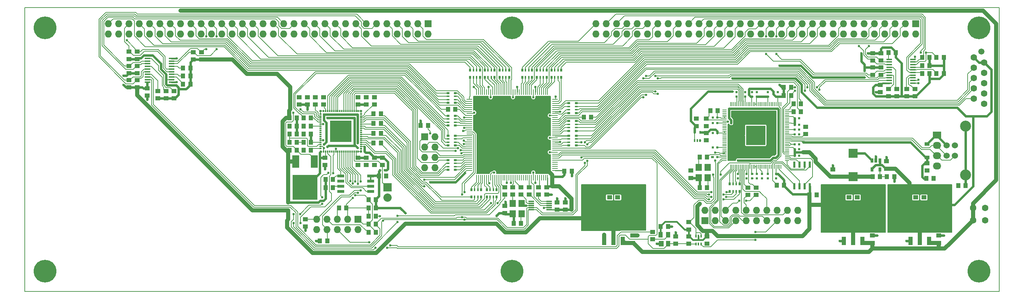
<source format=gbr>
G04 #@! TF.GenerationSoftware,KiCad,Pcbnew,(5.0.0-3-g5ebb6b6)*
G04 #@! TF.CreationDate,2018-10-15T21:33:50+02:00*
G04 #@! TF.ProjectId,infinitas,696E66696E697461732E6B696361645F,rev?*
G04 #@! TF.SameCoordinates,Original*
G04 #@! TF.FileFunction,Copper,L1,Top,Signal*
G04 #@! TF.FilePolarity,Positive*
%FSLAX46Y46*%
G04 Gerber Fmt 4.6, Leading zero omitted, Abs format (unit mm)*
G04 Created by KiCad (PCBNEW (5.0.0-3-g5ebb6b6)) date Monday, 15. October 2018 um 21:33:50*
%MOMM*%
%LPD*%
G01*
G04 APERTURE LIST*
G04 #@! TA.AperFunction,NonConductor*
%ADD10C,0.150000*%
G04 #@! TD*
G04 #@! TA.AperFunction,SMDPad,CuDef*
%ADD11R,1.450000X0.250000*%
G04 #@! TD*
G04 #@! TA.AperFunction,SMDPad,CuDef*
%ADD12R,0.250000X1.450000*%
G04 #@! TD*
G04 #@! TA.AperFunction,SMDPad,CuDef*
%ADD13R,0.406400X0.660400*%
G04 #@! TD*
G04 #@! TA.AperFunction,SMDPad,CuDef*
%ADD14R,0.398780X0.749300*%
G04 #@! TD*
G04 #@! TA.AperFunction,SMDPad,CuDef*
%ADD15R,1.000760X1.399540*%
G04 #@! TD*
G04 #@! TA.AperFunction,SMDPad,CuDef*
%ADD16R,1.198880X1.399540*%
G04 #@! TD*
G04 #@! TA.AperFunction,SMDPad,CuDef*
%ADD17R,1.700000X0.650000*%
G04 #@! TD*
G04 #@! TA.AperFunction,SMDPad,CuDef*
%ADD18R,1.400000X0.300000*%
G04 #@! TD*
G04 #@! TA.AperFunction,SMDPad,CuDef*
%ADD19R,0.650000X1.060000*%
G04 #@! TD*
G04 #@! TA.AperFunction,SMDPad,CuDef*
%ADD20R,0.600000X1.550000*%
G04 #@! TD*
G04 #@! TA.AperFunction,SMDPad,CuDef*
%ADD21R,0.500000X0.600000*%
G04 #@! TD*
G04 #@! TA.AperFunction,SMDPad,CuDef*
%ADD22R,0.600000X0.500000*%
G04 #@! TD*
G04 #@! TA.AperFunction,SMDPad,CuDef*
%ADD23R,0.800000X0.500000*%
G04 #@! TD*
G04 #@! TA.AperFunction,SMDPad,CuDef*
%ADD24R,0.800000X0.400000*%
G04 #@! TD*
G04 #@! TA.AperFunction,SMDPad,CuDef*
%ADD25R,0.500000X0.800000*%
G04 #@! TD*
G04 #@! TA.AperFunction,SMDPad,CuDef*
%ADD26R,0.400000X0.800000*%
G04 #@! TD*
G04 #@! TA.AperFunction,SMDPad,CuDef*
%ADD27R,1.450000X0.450000*%
G04 #@! TD*
G04 #@! TA.AperFunction,ComponentPad*
%ADD28O,4.800000X4.800000*%
G04 #@! TD*
G04 #@! TA.AperFunction,SMDPad,CuDef*
%ADD29R,4.800000X4.800000*%
G04 #@! TD*
G04 #@! TA.AperFunction,SMDPad,CuDef*
%ADD30R,1.000000X0.230000*%
G04 #@! TD*
G04 #@! TA.AperFunction,SMDPad,CuDef*
%ADD31R,0.230000X1.000000*%
G04 #@! TD*
G04 #@! TA.AperFunction,ComponentPad*
%ADD32C,5.600000*%
G04 #@! TD*
G04 #@! TA.AperFunction,SMDPad,CuDef*
%ADD33R,1.300000X1.000000*%
G04 #@! TD*
G04 #@! TA.AperFunction,SMDPad,CuDef*
%ADD34R,1.000000X1.300000*%
G04 #@! TD*
G04 #@! TA.AperFunction,ComponentPad*
%ADD35R,2.032000X1.727200*%
G04 #@! TD*
G04 #@! TA.AperFunction,ComponentPad*
%ADD36O,2.032000X1.727200*%
G04 #@! TD*
G04 #@! TA.AperFunction,SMDPad,CuDef*
%ADD37R,1.500000X1.700000*%
G04 #@! TD*
G04 #@! TA.AperFunction,SMDPad,CuDef*
%ADD38R,2.200000X2.200000*%
G04 #@! TD*
G04 #@! TA.AperFunction,ComponentPad*
%ADD39R,1.727200X1.727200*%
G04 #@! TD*
G04 #@! TA.AperFunction,ComponentPad*
%ADD40O,1.727200X1.727200*%
G04 #@! TD*
G04 #@! TA.AperFunction,SMDPad,CuDef*
%ADD41R,3.657600X2.032000*%
G04 #@! TD*
G04 #@! TA.AperFunction,SMDPad,CuDef*
%ADD42R,1.016000X2.032000*%
G04 #@! TD*
G04 #@! TA.AperFunction,SMDPad,CuDef*
%ADD43R,1.651000X3.048000*%
G04 #@! TD*
G04 #@! TA.AperFunction,SMDPad,CuDef*
%ADD44R,6.096000X6.096000*%
G04 #@! TD*
G04 #@! TA.AperFunction,ComponentPad*
%ADD45R,2.032000X2.032000*%
G04 #@! TD*
G04 #@! TA.AperFunction,ComponentPad*
%ADD46O,2.032000X2.032000*%
G04 #@! TD*
G04 #@! TA.AperFunction,SMDPad,CuDef*
%ADD47R,1.220000X0.910000*%
G04 #@! TD*
G04 #@! TA.AperFunction,ComponentPad*
%ADD48C,1.600000*%
G04 #@! TD*
G04 #@! TA.AperFunction,ComponentPad*
%ADD49C,1.500000*%
G04 #@! TD*
G04 #@! TA.AperFunction,ComponentPad*
%ADD50R,5.250000X5.250000*%
G04 #@! TD*
G04 #@! TA.AperFunction,SMDPad,CuDef*
%ADD51R,0.550000X0.300000*%
G04 #@! TD*
G04 #@! TA.AperFunction,SMDPad,CuDef*
%ADD52R,0.300000X0.550000*%
G04 #@! TD*
G04 #@! TA.AperFunction,ComponentPad*
%ADD53C,1.524000*%
G04 #@! TD*
G04 #@! TA.AperFunction,ComponentPad*
%ADD54C,2.700020*%
G04 #@! TD*
G04 #@! TA.AperFunction,ViaPad*
%ADD55C,0.600000*%
G04 #@! TD*
G04 #@! TA.AperFunction,Conductor*
%ADD56C,0.600000*%
G04 #@! TD*
G04 #@! TA.AperFunction,Conductor*
%ADD57C,0.400000*%
G04 #@! TD*
G04 #@! TA.AperFunction,Conductor*
%ADD58C,1.000000*%
G04 #@! TD*
G04 #@! TA.AperFunction,Conductor*
%ADD59C,0.200000*%
G04 #@! TD*
G04 #@! TA.AperFunction,Conductor*
%ADD60C,0.152400*%
G04 #@! TD*
G04 #@! TA.AperFunction,Conductor*
%ADD61C,0.300000*%
G04 #@! TD*
G04 #@! TA.AperFunction,Conductor*
%ADD62C,0.250000*%
G04 #@! TD*
G04 #@! TA.AperFunction,Conductor*
%ADD63C,0.160000*%
G04 #@! TD*
G04 APERTURE END LIST*
D10*
X30000000Y-100000000D02*
X30000000Y-30000000D01*
X270000000Y-100000000D02*
X30000000Y-100000000D01*
X270000000Y-30000000D02*
X270000000Y-100000000D01*
X30000000Y-30000000D02*
X270000000Y-30000000D01*
D11*
G04 #@! TO.P,IC104,144*
G04 #@! TO.N,+3V3*
X139450000Y-70150000D03*
G04 #@! TO.P,IC104,143*
G04 #@! TO.N,/TDMOUT2*
X139450000Y-69650000D03*
G04 #@! TO.P,IC104,142*
G04 #@! TO.N,/TDMOUT3*
X139450000Y-69150000D03*
G04 #@! TO.P,IC104,141*
G04 #@! TO.N,Net-(IC104-Pad141)*
X139450000Y-68650000D03*
G04 #@! TO.P,IC104,140*
G04 #@! TO.N,Net-(IC104-Pad140)*
X139450000Y-68150000D03*
G04 #@! TO.P,IC104,139*
G04 #@! TO.N,Net-(IC104-Pad139)*
X139450000Y-67650000D03*
G04 #@! TO.P,IC104,138*
G04 #@! TO.N,Net-(IC104-Pad138)*
X139450000Y-67150000D03*
G04 #@! TO.P,IC104,137*
G04 #@! TO.N,/TDO*
X139450000Y-66650000D03*
G04 #@! TO.P,IC104,136*
G04 #@! TO.N,/TDI*
X139450000Y-66150000D03*
G04 #@! TO.P,IC104,135*
G04 #@! TO.N,+3V3*
X139450000Y-65650000D03*
G04 #@! TO.P,IC104,134*
G04 #@! TO.N,GND*
X139450000Y-65150000D03*
G04 #@! TO.P,IC104,133*
G04 #@! TO.N,Net-(IC104-Pad133)*
X139450000Y-64650000D03*
G04 #@! TO.P,IC104,132*
G04 #@! TO.N,Net-(IC104-Pad132)*
X139450000Y-64150000D03*
G04 #@! TO.P,IC104,131*
G04 #@! TO.N,/TCK*
X139450000Y-63650000D03*
G04 #@! TO.P,IC104,130*
G04 #@! TO.N,/TMS*
X139450000Y-63150000D03*
G04 #@! TO.P,IC104,129*
G04 #@! TO.N,N/C*
X139450000Y-62650000D03*
G04 #@! TO.P,IC104,128*
G04 #@! TO.N,Net-(IC104-Pad128)*
X139450000Y-62150000D03*
G04 #@! TO.P,IC104,127*
G04 #@! TO.N,Net-(IC104-Pad127)*
X139450000Y-61650000D03*
G04 #@! TO.P,IC104,126*
G04 #@! TO.N,/SCL*
X139450000Y-61150000D03*
G04 #@! TO.P,IC104,125*
G04 #@! TO.N,/SDA*
X139450000Y-60650000D03*
G04 #@! TO.P,IC104,124*
G04 #@! TO.N,GND*
X139450000Y-60150000D03*
G04 #@! TO.P,IC104,123*
G04 #@! TO.N,+3V3*
X139450000Y-59650000D03*
G04 #@! TO.P,IC104,122*
G04 #@! TO.N,Net-(IC104-Pad122)*
X139450000Y-59150000D03*
G04 #@! TO.P,IC104,121*
G04 #@! TO.N,Net-(IC104-Pad121)*
X139450000Y-58650000D03*
G04 #@! TO.P,IC104,120*
G04 #@! TO.N,Net-(IC104-Pad120)*
X139450000Y-58150000D03*
G04 #@! TO.P,IC104,119*
G04 #@! TO.N,Net-(IC104-Pad119)*
X139450000Y-57650000D03*
G04 #@! TO.P,IC104,118*
G04 #@! TO.N,+3V3*
X139450000Y-57150000D03*
G04 #@! TO.P,IC104,117*
G04 #@! TO.N,Net-(IC104-Pad117)*
X139450000Y-56650000D03*
G04 #@! TO.P,IC104,116*
G04 #@! TO.N,GND*
X139450000Y-56150000D03*
G04 #@! TO.P,IC104,115*
G04 #@! TO.N,/dspSPDIFOUT*
X139450000Y-55650000D03*
G04 #@! TO.P,IC104,114*
G04 #@! TO.N,Net-(IC104-Pad114)*
X139450000Y-55150000D03*
G04 #@! TO.P,IC104,113*
G04 #@! TO.N,Net-(IC104-Pad113)*
X139450000Y-54650000D03*
G04 #@! TO.P,IC104,112*
G04 #@! TO.N,Net-(IC104-Pad112)*
X139450000Y-54150000D03*
G04 #@! TO.P,IC104,111*
G04 #@! TO.N,Net-(IC104-Pad111)*
X139450000Y-53650000D03*
G04 #@! TO.P,IC104,110*
G04 #@! TO.N,/MDI:7*
X139450000Y-53150000D03*
G04 #@! TO.P,IC104,109*
G04 #@! TO.N,Net-(IC104-Pad109)*
X139450000Y-52650000D03*
D12*
G04 #@! TO.P,IC104,108*
G04 #@! TO.N,+3V3*
X141250000Y-50850000D03*
G04 #@! TO.P,IC104,107*
G04 #@! TO.N,Net-(IC104-Pad107)*
X141750000Y-50850000D03*
G04 #@! TO.P,IC104,106*
G04 #@! TO.N,Net-(IC104-Pad106)*
X142250000Y-50850000D03*
G04 #@! TO.P,IC104,105*
G04 #@! TO.N,Net-(IC104-Pad105)*
X142750000Y-50850000D03*
G04 #@! TO.P,IC104,104*
G04 #@! TO.N,/MDI:5*
X143250000Y-50850000D03*
G04 #@! TO.P,IC104,103*
G04 #@! TO.N,N/C*
X143750000Y-50850000D03*
G04 #@! TO.P,IC104,102*
G04 #@! TO.N,+3V3*
X144250000Y-50850000D03*
G04 #@! TO.P,IC104,101*
G04 #@! TO.N,GND*
X144750000Y-50850000D03*
G04 #@! TO.P,IC104,100*
G04 #@! TO.N,Net-(IC104-Pad100)*
X145250000Y-50850000D03*
G04 #@! TO.P,IC104,99*
G04 #@! TO.N,Net-(IC104-Pad99)*
X145750000Y-50850000D03*
G04 #@! TO.P,IC104,98*
G04 #@! TO.N,Net-(IC104-Pad98)*
X146250000Y-50850000D03*
G04 #@! TO.P,IC104,97*
G04 #@! TO.N,Net-(IC104-Pad97)*
X146750000Y-50850000D03*
G04 #@! TO.P,IC104,96*
G04 #@! TO.N,/MDI:3*
X147250000Y-50850000D03*
G04 #@! TO.P,IC104,95*
G04 #@! TO.N,Net-(IC104-Pad95)*
X147750000Y-50850000D03*
G04 #@! TO.P,IC104,94*
G04 #@! TO.N,Net-(IC104-Pad94)*
X148250000Y-50850000D03*
G04 #@! TO.P,IC104,93*
G04 #@! TO.N,Net-(IC104-Pad93)*
X148750000Y-50850000D03*
G04 #@! TO.P,IC104,92*
G04 #@! TO.N,Net-(IC104-Pad92)*
X149250000Y-50850000D03*
G04 #@! TO.P,IC104,91*
G04 #@! TO.N,/MDI:1*
X149750000Y-50850000D03*
G04 #@! TO.P,IC104,90*
G04 #@! TO.N,GND*
X150250000Y-50850000D03*
G04 #@! TO.P,IC104,89*
G04 #@! TO.N,N/C*
X150750000Y-50850000D03*
G04 #@! TO.P,IC104,88*
G04 #@! TO.N,+3V3*
X151250000Y-50850000D03*
G04 #@! TO.P,IC104,87*
G04 #@! TO.N,N/C*
X151750000Y-50850000D03*
G04 #@! TO.P,IC104,86*
G04 #@! TO.N,Net-(IC104-Pad86)*
X152250000Y-50850000D03*
G04 #@! TO.P,IC104,85*
G04 #@! TO.N,Net-(IC104-Pad85)*
X152750000Y-50850000D03*
G04 #@! TO.P,IC104,84*
G04 #@! TO.N,Net-(IC104-Pad84)*
X153250000Y-50850000D03*
G04 #@! TO.P,IC104,83*
G04 #@! TO.N,Net-(IC104-Pad83)*
X153750000Y-50850000D03*
G04 #@! TO.P,IC104,82*
G04 #@! TO.N,/MDI:8*
X154250000Y-50850000D03*
G04 #@! TO.P,IC104,81*
G04 #@! TO.N,Net-(IC104-Pad81)*
X154750000Y-50850000D03*
G04 #@! TO.P,IC104,80*
G04 #@! TO.N,GND*
X155250000Y-50850000D03*
G04 #@! TO.P,IC104,79*
G04 #@! TO.N,+3V3*
X155750000Y-50850000D03*
G04 #@! TO.P,IC104,78*
G04 #@! TO.N,Net-(IC104-Pad78)*
X156250000Y-50850000D03*
G04 #@! TO.P,IC104,77*
G04 #@! TO.N,Net-(IC104-Pad77)*
X156750000Y-50850000D03*
G04 #@! TO.P,IC104,76*
G04 #@! TO.N,Net-(IC104-Pad76)*
X157250000Y-50850000D03*
G04 #@! TO.P,IC104,75*
G04 #@! TO.N,/MDI:6*
X157750000Y-50850000D03*
G04 #@! TO.P,IC104,74*
G04 #@! TO.N,Net-(IC104-Pad74)*
X158250000Y-50850000D03*
G04 #@! TO.P,IC104,73*
G04 #@! TO.N,Net-(IC104-Pad73)*
X158750000Y-50850000D03*
D11*
G04 #@! TO.P,IC104,72*
G04 #@! TO.N,+3V3*
X160550000Y-52650000D03*
G04 #@! TO.P,IC104,71*
G04 #@! TO.N,Net-(IC104-Pad71)*
X160550000Y-53150000D03*
G04 #@! TO.P,IC104,70*
G04 #@! TO.N,Net-(IC104-Pad70)*
X160550000Y-53650000D03*
G04 #@! TO.P,IC104,69*
G04 #@! TO.N,/MDI:4*
X160550000Y-54150000D03*
G04 #@! TO.P,IC104,68*
G04 #@! TO.N,Net-(IC104-Pad68)*
X160550000Y-54650000D03*
G04 #@! TO.P,IC104,67*
G04 #@! TO.N,Net-(IC104-Pad67)*
X160550000Y-55150000D03*
G04 #@! TO.P,IC104,66*
G04 #@! TO.N,+3V3*
X160550000Y-55650000D03*
G04 #@! TO.P,IC104,65*
G04 #@! TO.N,Net-(IC104-Pad65)*
X160550000Y-56150000D03*
G04 #@! TO.P,IC104,64*
G04 #@! TO.N,GND*
X160550000Y-56650000D03*
G04 #@! TO.P,IC104,63*
G04 #@! TO.N,N/C*
X160550000Y-57150000D03*
G04 #@! TO.P,IC104,62*
G04 #@! TO.N,Net-(IC104-Pad62)*
X160550000Y-57650000D03*
G04 #@! TO.P,IC104,61*
G04 #@! TO.N,/MDI:2*
X160550000Y-58150000D03*
G04 #@! TO.P,IC104,60*
G04 #@! TO.N,Net-(IC104-Pad60)*
X160550000Y-58650000D03*
G04 #@! TO.P,IC104,59*
G04 #@! TO.N,/WCLKIN*
X160550000Y-59150000D03*
G04 #@! TO.P,IC104,58*
G04 #@! TO.N,Net-(IC104-Pad58)*
X160550000Y-59650000D03*
G04 #@! TO.P,IC104,57*
G04 #@! TO.N,Net-(IC104-Pad57)*
X160550000Y-60150000D03*
G04 #@! TO.P,IC104,56*
G04 #@! TO.N,Net-(IC104-Pad56)*
X160550000Y-60650000D03*
G04 #@! TO.P,IC104,55*
G04 #@! TO.N,Net-(IC104-Pad55)*
X160550000Y-61150000D03*
G04 #@! TO.P,IC104,54*
G04 #@! TO.N,Net-(IC104-Pad54)*
X160550000Y-61650000D03*
G04 #@! TO.P,IC104,53*
G04 #@! TO.N,GND*
X160550000Y-62150000D03*
G04 #@! TO.P,IC104,52*
G04 #@! TO.N,Net-(IC104-Pad52)*
X160550000Y-62650000D03*
G04 #@! TO.P,IC104,51*
G04 #@! TO.N,+3V3*
X160550000Y-63150000D03*
G04 #@! TO.P,IC104,50*
G04 #@! TO.N,Net-(IC104-Pad50)*
X160550000Y-63650000D03*
G04 #@! TO.P,IC104,49*
G04 #@! TO.N,Net-(IC104-Pad49)*
X160550000Y-64150000D03*
G04 #@! TO.P,IC104,48*
G04 #@! TO.N,/SPDIFIN*
X160550000Y-64650000D03*
G04 #@! TO.P,IC104,47*
G04 #@! TO.N,/XTDMOUT4*
X160550000Y-65150000D03*
G04 #@! TO.P,IC104,46*
G04 #@! TO.N,GND*
X160550000Y-65650000D03*
G04 #@! TO.P,IC104,45*
G04 #@! TO.N,/XTDMOUT3*
X160550000Y-66150000D03*
G04 #@! TO.P,IC104,44*
G04 #@! TO.N,/XTDMOUT2*
X160550000Y-66650000D03*
G04 #@! TO.P,IC104,43*
G04 #@! TO.N,/XTDMOUT1*
X160550000Y-67150000D03*
G04 #@! TO.P,IC104,42*
G04 #@! TO.N,/~RST*
X160550000Y-67650000D03*
G04 #@! TO.P,IC104,41*
G04 #@! TO.N,N/C*
X160550000Y-68150000D03*
G04 #@! TO.P,IC104,40*
X160550000Y-68650000D03*
G04 #@! TO.P,IC104,39*
X160550000Y-69150000D03*
G04 #@! TO.P,IC104,38*
X160550000Y-69650000D03*
G04 #@! TO.P,IC104,37*
G04 #@! TO.N,+3V3*
X160550000Y-70150000D03*
D12*
G04 #@! TO.P,IC104,36*
X158750000Y-71950000D03*
G04 #@! TO.P,IC104,35*
G04 #@! TO.N,N/C*
X158250000Y-71950000D03*
G04 #@! TO.P,IC104,34*
X157750000Y-71950000D03*
G04 #@! TO.P,IC104,33*
X157250000Y-71950000D03*
G04 #@! TO.P,IC104,32*
G04 #@! TO.N,Net-(IC104-Pad32)*
X156750000Y-71950000D03*
G04 #@! TO.P,IC104,31*
G04 #@! TO.N,N/C*
X156250000Y-71950000D03*
G04 #@! TO.P,IC104,30*
G04 #@! TO.N,+3V3*
X155750000Y-71950000D03*
G04 #@! TO.P,IC104,29*
G04 #@! TO.N,GND*
X155250000Y-71950000D03*
G04 #@! TO.P,IC104,28*
G04 #@! TO.N,/PLLLOCKED*
X154750000Y-71950000D03*
G04 #@! TO.P,IC104,27*
G04 #@! TO.N,/PLLCLK*
X154250000Y-71950000D03*
G04 #@! TO.P,IC104,26*
G04 #@! TO.N,N/C*
X153750000Y-71950000D03*
G04 #@! TO.P,IC104,25*
X153250000Y-71950000D03*
G04 #@! TO.P,IC104,24*
X152750000Y-71950000D03*
G04 #@! TO.P,IC104,23*
X152250000Y-71950000D03*
G04 #@! TO.P,IC104,22*
X151750000Y-71950000D03*
G04 #@! TO.P,IC104,21*
X151250000Y-71950000D03*
G04 #@! TO.P,IC104,20*
G04 #@! TO.N,Net-(IC104-Pad20)*
X150750000Y-71950000D03*
G04 #@! TO.P,IC104,19*
G04 #@! TO.N,/OSC*
X150250000Y-71950000D03*
G04 #@! TO.P,IC104,18*
G04 #@! TO.N,GND*
X149750000Y-71950000D03*
G04 #@! TO.P,IC104,17*
G04 #@! TO.N,N/C*
X149250000Y-71950000D03*
G04 #@! TO.P,IC104,16*
G04 #@! TO.N,+3V3*
X148750000Y-71950000D03*
G04 #@! TO.P,IC104,15*
G04 #@! TO.N,N/C*
X148250000Y-71950000D03*
G04 #@! TO.P,IC104,14*
X147750000Y-71950000D03*
G04 #@! TO.P,IC104,13*
G04 #@! TO.N,Net-(IC104-Pad13)*
X147250000Y-71950000D03*
G04 #@! TO.P,IC104,12*
G04 #@! TO.N,/TDMOUT0*
X146750000Y-71950000D03*
G04 #@! TO.P,IC104,11*
G04 #@! TO.N,/TDMOUT1*
X146250000Y-71950000D03*
G04 #@! TO.P,IC104,10*
G04 #@! TO.N,Net-(IC104-Pad10)*
X145750000Y-71950000D03*
G04 #@! TO.P,IC104,9*
G04 #@! TO.N,Net-(IC104-Pad9)*
X145250000Y-71950000D03*
G04 #@! TO.P,IC104,8*
G04 #@! TO.N,GND*
X144750000Y-71950000D03*
G04 #@! TO.P,IC104,7*
G04 #@! TO.N,+3V3*
X144250000Y-71950000D03*
G04 #@! TO.P,IC104,6*
G04 #@! TO.N,Net-(IC104-Pad6)*
X143750000Y-71950000D03*
G04 #@! TO.P,IC104,5*
G04 #@! TO.N,Net-(IC104-Pad5)*
X143250000Y-71950000D03*
G04 #@! TO.P,IC104,4*
G04 #@! TO.N,Net-(IC104-Pad4)*
X142750000Y-71950000D03*
G04 #@! TO.P,IC104,3*
G04 #@! TO.N,Net-(IC104-Pad3)*
X142250000Y-71950000D03*
G04 #@! TO.P,IC104,2*
G04 #@! TO.N,Net-(IC104-Pad2)*
X141750000Y-71950000D03*
G04 #@! TO.P,IC104,1*
G04 #@! TO.N,Net-(IC104-Pad1)*
X141250000Y-71950000D03*
G04 #@! TD*
D13*
G04 #@! TO.P,IC202,5*
G04 #@! TO.N,+5V*
X194939600Y-60784000D03*
G04 #@! TO.P,IC202,4*
G04 #@! TO.N,+2V5*
X196260400Y-60784000D03*
G04 #@! TO.P,IC202,2*
G04 #@! TO.N,N/C*
X195600000Y-62816000D03*
G04 #@! TO.P,IC202,3*
G04 #@! TO.N,GND*
X196260400Y-62816000D03*
G04 #@! TO.P,IC202,1*
G04 #@! TO.N,+5V*
X194939600Y-62816000D03*
G04 #@! TD*
D14*
G04 #@! TO.P,IC204,6*
G04 #@! TO.N,/UAC2 Interface/RST_N*
X195249760Y-86350040D03*
G04 #@! TO.P,IC204,5*
G04 #@! TO.N,VDD*
X195900000Y-86350040D03*
G04 #@! TO.P,IC204,4*
G04 #@! TO.N,/UAC2 Interface/RST_N*
X196550240Y-86350040D03*
G04 #@! TO.P,IC204,3*
G04 #@! TO.N,/UAC2 Interface/XSYS_RST_N*
X196550240Y-88249960D03*
G04 #@! TO.P,IC204,2*
G04 #@! TO.N,N/C*
X195900000Y-88249960D03*
G04 #@! TO.P,IC204,1*
G04 #@! TO.N,/~RST*
X195249760Y-88249960D03*
G04 #@! TD*
D15*
G04 #@! TO.P,IC106,4*
G04 #@! TO.N,VDD*
X186550040Y-86000180D03*
G04 #@! TO.P,IC106,3*
G04 #@! TO.N,Net-(IC106-Pad3)*
X188449960Y-86000180D03*
G04 #@! TO.P,IC106,2*
G04 #@! TO.N,/~RST*
X188449960Y-88199820D03*
D16*
G04 #@! TO.P,IC106,1*
G04 #@! TO.N,GND*
X186730380Y-88199820D03*
G04 #@! TD*
D17*
G04 #@! TO.P,IC302,8*
G04 #@! TO.N,+3V3*
X115150000Y-71495000D03*
G04 #@! TO.P,IC302,7*
X115150000Y-72765000D03*
G04 #@! TO.P,IC302,6*
G04 #@! TO.N,Net-(IC301-Pad28)*
X115150000Y-74035000D03*
G04 #@! TO.P,IC302,5*
G04 #@! TO.N,Net-(IC301-Pad27)*
X115150000Y-75305000D03*
G04 #@! TO.P,IC302,4*
G04 #@! TO.N,GND*
X107850000Y-75305000D03*
G04 #@! TO.P,IC302,3*
G04 #@! TO.N,Net-(IC302-Pad3)*
X107850000Y-74035000D03*
G04 #@! TO.P,IC302,2*
G04 #@! TO.N,Net-(IC301-Pad29)*
X107850000Y-72765000D03*
G04 #@! TO.P,IC302,1*
G04 #@! TO.N,Net-(IC301-Pad26)*
X107850000Y-71495000D03*
G04 #@! TD*
D18*
G04 #@! TO.P,IC101,10*
G04 #@! TO.N,/SDA*
X154700000Y-79800000D03*
G04 #@! TO.P,IC101,9*
G04 #@! TO.N,/SCL*
X154700000Y-79300000D03*
G04 #@! TO.P,IC101,8*
G04 #@! TO.N,GND*
X154700000Y-78800000D03*
G04 #@! TO.P,IC101,7*
G04 #@! TO.N,/CLKREF*
X154700000Y-78300000D03*
G04 #@! TO.P,IC101,6*
G04 #@! TO.N,N/C*
X154700000Y-77800000D03*
G04 #@! TO.P,IC101,5*
G04 #@! TO.N,/WCLKREF*
X159100000Y-77800000D03*
G04 #@! TO.P,IC101,4*
G04 #@! TO.N,/PLLLOCKED*
X159100000Y-78300000D03*
G04 #@! TO.P,IC101,3*
G04 #@! TO.N,Net-(IC101-Pad3)*
X159100000Y-78800000D03*
G04 #@! TO.P,IC101,2*
G04 #@! TO.N,GND*
X159100000Y-79300000D03*
G04 #@! TO.P,IC101,1*
G04 #@! TO.N,+3V3*
X159100000Y-79800000D03*
G04 #@! TD*
D19*
G04 #@! TO.P,IC105,5*
G04 #@! TO.N,Net-(IC105-Pad5)*
X240550000Y-69900000D03*
G04 #@! TO.P,IC105,4*
G04 #@! TO.N,+5V*
X238650000Y-69900000D03*
G04 #@! TO.P,IC105,3*
G04 #@! TO.N,Net-(IC105-Pad3)*
X238650000Y-67700000D03*
G04 #@! TO.P,IC105,2*
G04 #@! TO.N,GND*
X239600000Y-67700000D03*
G04 #@! TO.P,IC105,1*
G04 #@! TO.N,+5V*
X240550000Y-67700000D03*
G04 #@! TD*
D20*
G04 #@! TO.P,IC203,8*
G04 #@! TO.N,VDD*
X223305000Y-74100000D03*
G04 #@! TO.P,IC203,7*
G04 #@! TO.N,/UAC2 Interface/QSPI_D3*
X222035000Y-74100000D03*
G04 #@! TO.P,IC203,6*
G04 #@! TO.N,/UAC2 Interface/SPI_CLK*
X220765000Y-74100000D03*
G04 #@! TO.P,IC203,5*
G04 #@! TO.N,/UAC2 Interface/QSPI_D0*
X219495000Y-74100000D03*
G04 #@! TO.P,IC203,4*
G04 #@! TO.N,GND*
X219495000Y-68700000D03*
G04 #@! TO.P,IC203,3*
G04 #@! TO.N,/UAC2 Interface/QSPI_D2*
X220765000Y-68700000D03*
G04 #@! TO.P,IC203,2*
G04 #@! TO.N,/UAC2 Interface/QSPI_D1*
X222035000Y-68700000D03*
G04 #@! TO.P,IC203,1*
G04 #@! TO.N,/UAC2 Interface/SPI_CS*
X223305000Y-68700000D03*
G04 #@! TD*
D21*
G04 #@! TO.P,C224,2*
G04 #@! TO.N,GND*
X209100000Y-72150000D03*
G04 #@! TO.P,C224,1*
G04 #@! TO.N,VDD*
X209100000Y-71050000D03*
G04 #@! TD*
G04 #@! TO.P,C209,2*
G04 #@! TO.N,GND*
X207700000Y-72150000D03*
G04 #@! TO.P,C209,1*
G04 #@! TO.N,+1V0*
X207700000Y-71050000D03*
G04 #@! TD*
G04 #@! TO.P,C210,2*
G04 #@! TO.N,GND*
X210300000Y-72150000D03*
G04 #@! TO.P,C210,1*
G04 #@! TO.N,+1V0*
X210300000Y-71050000D03*
G04 #@! TD*
G04 #@! TO.P,C211,2*
G04 #@! TO.N,GND*
X213000000Y-72150000D03*
G04 #@! TO.P,C211,1*
G04 #@! TO.N,+1V0*
X213000000Y-71050000D03*
G04 #@! TD*
D22*
G04 #@! TO.P,C212,2*
G04 #@! TO.N,GND*
X220650000Y-66500000D03*
G04 #@! TO.P,C212,1*
G04 #@! TO.N,+1V0*
X219550000Y-66500000D03*
G04 #@! TD*
G04 #@! TO.P,C213,2*
G04 #@! TO.N,GND*
X220650000Y-64900000D03*
G04 #@! TO.P,C213,1*
G04 #@! TO.N,+1V0*
X219550000Y-64900000D03*
G04 #@! TD*
G04 #@! TO.P,C214,2*
G04 #@! TO.N,GND*
X220650000Y-61300000D03*
G04 #@! TO.P,C214,1*
G04 #@! TO.N,+1V0*
X219550000Y-61300000D03*
G04 #@! TD*
G04 #@! TO.P,C215,2*
G04 #@! TO.N,GND*
X220650000Y-58900000D03*
G04 #@! TO.P,C215,1*
G04 #@! TO.N,+1V0*
X219550000Y-58900000D03*
G04 #@! TD*
G04 #@! TO.P,C216,2*
G04 #@! TO.N,GND*
X220650000Y-57300000D03*
G04 #@! TO.P,C216,1*
G04 #@! TO.N,+1V0*
X219550000Y-57300000D03*
G04 #@! TD*
D21*
G04 #@! TO.P,C217,2*
G04 #@! TO.N,GND*
X213000000Y-50850000D03*
G04 #@! TO.P,C217,1*
G04 #@! TO.N,+1V0*
X213000000Y-51950000D03*
G04 #@! TD*
G04 #@! TO.P,C218,2*
G04 #@! TO.N,GND*
X210300000Y-50850000D03*
G04 #@! TO.P,C218,1*
G04 #@! TO.N,+1V0*
X210300000Y-51950000D03*
G04 #@! TD*
G04 #@! TO.P,C219,2*
G04 #@! TO.N,GND*
X207400000Y-50850000D03*
G04 #@! TO.P,C219,1*
G04 #@! TO.N,+1V0*
X207400000Y-51950000D03*
G04 #@! TD*
D22*
G04 #@! TO.P,C220,2*
G04 #@! TO.N,GND*
X199450000Y-57100000D03*
G04 #@! TO.P,C220,1*
G04 #@! TO.N,+1V0*
X200550000Y-57100000D03*
G04 #@! TD*
G04 #@! TO.P,C221,2*
G04 #@! TO.N,GND*
X199450000Y-64500000D03*
G04 #@! TO.P,C221,1*
G04 #@! TO.N,+1V0*
X200550000Y-64500000D03*
G04 #@! TD*
D21*
G04 #@! TO.P,C223,2*
G04 #@! TO.N,GND*
X205600000Y-72150000D03*
G04 #@! TO.P,C223,1*
G04 #@! TO.N,VDD*
X205600000Y-71050000D03*
G04 #@! TD*
G04 #@! TO.P,C225,2*
G04 #@! TO.N,GND*
X211500000Y-72150000D03*
G04 #@! TO.P,C225,1*
G04 #@! TO.N,VDD*
X211500000Y-71050000D03*
G04 #@! TD*
G04 #@! TO.P,C226,2*
G04 #@! TO.N,GND*
X215000000Y-72150000D03*
G04 #@! TO.P,C226,1*
G04 #@! TO.N,VDD*
X215000000Y-71050000D03*
G04 #@! TD*
D22*
G04 #@! TO.P,C227,2*
G04 #@! TO.N,GND*
X220650000Y-63700000D03*
G04 #@! TO.P,C227,1*
G04 #@! TO.N,VDD*
X219550000Y-63700000D03*
G04 #@! TD*
G04 #@! TO.P,C228,2*
G04 #@! TO.N,GND*
X220650000Y-60100000D03*
G04 #@! TO.P,C228,1*
G04 #@! TO.N,VDD*
X219550000Y-60100000D03*
G04 #@! TD*
D21*
G04 #@! TO.P,C229,2*
G04 #@! TO.N,GND*
X215400000Y-50850000D03*
G04 #@! TO.P,C229,1*
G04 #@! TO.N,VDD*
X215400000Y-51950000D03*
G04 #@! TD*
G04 #@! TO.P,C230,2*
G04 #@! TO.N,GND*
X209100000Y-50850000D03*
G04 #@! TO.P,C230,1*
G04 #@! TO.N,VDD*
X209100000Y-51950000D03*
G04 #@! TD*
G04 #@! TO.P,C231,2*
G04 #@! TO.N,GND*
X205300000Y-50850000D03*
G04 #@! TO.P,C231,1*
G04 #@! TO.N,VDD*
X205300000Y-51950000D03*
G04 #@! TD*
D22*
G04 #@! TO.P,C232,2*
G04 #@! TO.N,GND*
X199450000Y-58500000D03*
G04 #@! TO.P,C232,1*
G04 #@! TO.N,VDD*
X200550000Y-58500000D03*
G04 #@! TD*
G04 #@! TO.P,C233,2*
G04 #@! TO.N,GND*
X199450000Y-60900000D03*
G04 #@! TO.P,C233,1*
G04 #@! TO.N,+2V5*
X200550000Y-60900000D03*
G04 #@! TD*
G04 #@! TO.P,C222,2*
G04 #@! TO.N,GND*
X199450000Y-66900000D03*
G04 #@! TO.P,C222,1*
G04 #@! TO.N,+1V0*
X200550000Y-66900000D03*
G04 #@! TD*
D23*
G04 #@! TO.P,R123,5*
G04 #@! TO.N,/MDO:7*
X134200000Y-51100000D03*
D24*
G04 #@! TO.P,R123,6*
G04 #@! TO.N,/BCLK:7*
X134200000Y-51900000D03*
D23*
G04 #@! TO.P,R123,8*
G04 #@! TO.N,/MCLK:7*
X134200000Y-53500000D03*
D24*
G04 #@! TO.P,R123,7*
G04 #@! TO.N,/LRCK:7*
X134200000Y-52700000D03*
D23*
G04 #@! TO.P,R123,4*
G04 #@! TO.N,Net-(IC104-Pad111)*
X136000000Y-51100000D03*
D24*
G04 #@! TO.P,R123,2*
G04 #@! TO.N,Net-(IC104-Pad113)*
X136000000Y-52700000D03*
G04 #@! TO.P,R123,3*
G04 #@! TO.N,Net-(IC104-Pad112)*
X136000000Y-51900000D03*
D23*
G04 #@! TO.P,R123,1*
G04 #@! TO.N,Net-(IC104-Pad114)*
X136000000Y-53500000D03*
G04 #@! TD*
D25*
G04 #@! TO.P,R139,5*
G04 #@! TO.N,/MDO:5*
X142100000Y-45400000D03*
D26*
G04 #@! TO.P,R139,6*
G04 #@! TO.N,/BCLK:5*
X141300000Y-45400000D03*
D25*
G04 #@! TO.P,R139,8*
G04 #@! TO.N,/MCLK:5*
X139700000Y-45400000D03*
D26*
G04 #@! TO.P,R139,7*
G04 #@! TO.N,/LRCK:5*
X140500000Y-45400000D03*
D25*
G04 #@! TO.P,R139,4*
G04 #@! TO.N,Net-(IC104-Pad105)*
X142100000Y-47200000D03*
D26*
G04 #@! TO.P,R139,2*
G04 #@! TO.N,Net-(IC104-Pad107)*
X140500000Y-47200000D03*
G04 #@! TO.P,R139,3*
G04 #@! TO.N,Net-(IC104-Pad106)*
X141300000Y-47200000D03*
D25*
G04 #@! TO.P,R139,1*
G04 #@! TO.N,Net-(IC104-Pad109)*
X139700000Y-47200000D03*
G04 #@! TD*
G04 #@! TO.P,R141,5*
G04 #@! TO.N,/MDO:3*
X145700000Y-45400000D03*
D26*
G04 #@! TO.P,R141,6*
G04 #@! TO.N,/BCLK:3*
X144900000Y-45400000D03*
D25*
G04 #@! TO.P,R141,8*
G04 #@! TO.N,/MCLK:3*
X143300000Y-45400000D03*
D26*
G04 #@! TO.P,R141,7*
G04 #@! TO.N,/LRCK:3*
X144100000Y-45400000D03*
D25*
G04 #@! TO.P,R141,4*
G04 #@! TO.N,Net-(IC104-Pad97)*
X145700000Y-47200000D03*
D26*
G04 #@! TO.P,R141,2*
G04 #@! TO.N,Net-(IC104-Pad99)*
X144100000Y-47200000D03*
G04 #@! TO.P,R141,3*
G04 #@! TO.N,Net-(IC104-Pad98)*
X144900000Y-47200000D03*
D25*
G04 #@! TO.P,R141,1*
G04 #@! TO.N,Net-(IC104-Pad100)*
X143300000Y-47200000D03*
G04 #@! TD*
G04 #@! TO.P,R143,5*
G04 #@! TO.N,/MDO:1*
X149300000Y-45400000D03*
D26*
G04 #@! TO.P,R143,6*
G04 #@! TO.N,/BCLK:1*
X148500000Y-45400000D03*
D25*
G04 #@! TO.P,R143,8*
G04 #@! TO.N,/MCLK:1*
X146900000Y-45400000D03*
D26*
G04 #@! TO.P,R143,7*
G04 #@! TO.N,/LRCK:1*
X147700000Y-45400000D03*
D25*
G04 #@! TO.P,R143,4*
G04 #@! TO.N,Net-(IC104-Pad92)*
X149300000Y-47200000D03*
D26*
G04 #@! TO.P,R143,2*
G04 #@! TO.N,Net-(IC104-Pad94)*
X147700000Y-47200000D03*
G04 #@! TO.P,R143,3*
G04 #@! TO.N,Net-(IC104-Pad93)*
X148500000Y-47200000D03*
D25*
G04 #@! TO.P,R143,1*
G04 #@! TO.N,Net-(IC104-Pad95)*
X146900000Y-47200000D03*
G04 #@! TD*
G04 #@! TO.P,R145,5*
G04 #@! TO.N,/MDO:8*
X154900000Y-45400000D03*
D26*
G04 #@! TO.P,R145,6*
G04 #@! TO.N,/BCLK:8*
X154100000Y-45400000D03*
D25*
G04 #@! TO.P,R145,8*
G04 #@! TO.N,/MCLK:8*
X152500000Y-45400000D03*
D26*
G04 #@! TO.P,R145,7*
G04 #@! TO.N,/LRCK:8*
X153300000Y-45400000D03*
D25*
G04 #@! TO.P,R145,4*
G04 #@! TO.N,Net-(IC104-Pad83)*
X154900000Y-47200000D03*
D26*
G04 #@! TO.P,R145,2*
G04 #@! TO.N,Net-(IC104-Pad85)*
X153300000Y-47200000D03*
G04 #@! TO.P,R145,3*
G04 #@! TO.N,Net-(IC104-Pad84)*
X154100000Y-47200000D03*
D25*
G04 #@! TO.P,R145,1*
G04 #@! TO.N,Net-(IC104-Pad86)*
X152500000Y-47200000D03*
G04 #@! TD*
G04 #@! TO.P,R147,5*
G04 #@! TO.N,/MDO:6*
X158500000Y-45400000D03*
D26*
G04 #@! TO.P,R147,6*
G04 #@! TO.N,/BCLK:6*
X157700000Y-45400000D03*
D25*
G04 #@! TO.P,R147,8*
G04 #@! TO.N,/MCLK:6*
X156100000Y-45400000D03*
D26*
G04 #@! TO.P,R147,7*
G04 #@! TO.N,/LRCK:6*
X156900000Y-45400000D03*
D25*
G04 #@! TO.P,R147,4*
G04 #@! TO.N,Net-(IC104-Pad76)*
X158500000Y-47200000D03*
D26*
G04 #@! TO.P,R147,2*
G04 #@! TO.N,Net-(IC104-Pad78)*
X156900000Y-47200000D03*
G04 #@! TO.P,R147,3*
G04 #@! TO.N,Net-(IC104-Pad77)*
X157700000Y-47200000D03*
D25*
G04 #@! TO.P,R147,1*
G04 #@! TO.N,Net-(IC104-Pad81)*
X156100000Y-47200000D03*
G04 #@! TD*
G04 #@! TO.P,R148,5*
G04 #@! TO.N,/MDO:4*
X162100000Y-45400000D03*
D26*
G04 #@! TO.P,R148,6*
G04 #@! TO.N,/BCLK:4*
X161300000Y-45400000D03*
D25*
G04 #@! TO.P,R148,8*
G04 #@! TO.N,/MCLK:4*
X159700000Y-45400000D03*
D26*
G04 #@! TO.P,R148,7*
G04 #@! TO.N,/LRCK:4*
X160500000Y-45400000D03*
D25*
G04 #@! TO.P,R148,4*
G04 #@! TO.N,Net-(IC104-Pad70)*
X162100000Y-47200000D03*
D26*
G04 #@! TO.P,R148,2*
G04 #@! TO.N,Net-(IC104-Pad73)*
X160500000Y-47200000D03*
G04 #@! TO.P,R148,3*
G04 #@! TO.N,Net-(IC104-Pad71)*
X161300000Y-47200000D03*
D25*
G04 #@! TO.P,R148,1*
G04 #@! TO.N,Net-(IC104-Pad74)*
X159700000Y-47200000D03*
G04 #@! TD*
D23*
G04 #@! TO.P,R152,5*
G04 #@! TO.N,/MDO:2*
X165800000Y-56000000D03*
D24*
G04 #@! TO.P,R152,6*
G04 #@! TO.N,/BCLK:2*
X165800000Y-55200000D03*
D23*
G04 #@! TO.P,R152,8*
G04 #@! TO.N,/MCLK:2*
X165800000Y-53600000D03*
D24*
G04 #@! TO.P,R152,7*
G04 #@! TO.N,/LRCK:2*
X165800000Y-54400000D03*
D23*
G04 #@! TO.P,R152,4*
G04 #@! TO.N,Net-(IC104-Pad62)*
X164000000Y-56000000D03*
D24*
G04 #@! TO.P,R152,2*
G04 #@! TO.N,Net-(IC104-Pad67)*
X164000000Y-54400000D03*
G04 #@! TO.P,R152,3*
G04 #@! TO.N,Net-(IC104-Pad65)*
X164000000Y-55200000D03*
D23*
G04 #@! TO.P,R152,1*
G04 #@! TO.N,Net-(IC104-Pad68)*
X164000000Y-53600000D03*
G04 #@! TD*
D25*
G04 #@! TO.P,R204,5*
G04 #@! TO.N,Net-(IC201-Pad7)*
X206000000Y-73500000D03*
D26*
G04 #@! TO.P,R204,6*
G04 #@! TO.N,Net-(IC201-Pad5)*
X205200000Y-73500000D03*
D25*
G04 #@! TO.P,R204,8*
G04 #@! TO.N,Net-(IC201-Pad3)*
X203600000Y-73500000D03*
D26*
G04 #@! TO.P,R204,7*
G04 #@! TO.N,Net-(IC201-Pad4)*
X204400000Y-73500000D03*
D25*
G04 #@! TO.P,R204,4*
G04 #@! TO.N,/XTDMOUT1*
X206000000Y-75300000D03*
D26*
G04 #@! TO.P,R204,2*
G04 #@! TO.N,/XTDMOUT3*
X204400000Y-75300000D03*
G04 #@! TO.P,R204,3*
G04 #@! TO.N,/XTDMOUT2*
X205200000Y-75300000D03*
D25*
G04 #@! TO.P,R204,1*
G04 #@! TO.N,/XTDMOUT4*
X203600000Y-75300000D03*
G04 #@! TD*
D23*
G04 #@! TO.P,R150,5*
G04 #@! TO.N,/SPDIFOUT*
X165800000Y-64000000D03*
D24*
G04 #@! TO.P,R150,6*
G04 #@! TO.N,/XMCLK*
X165800000Y-63200000D03*
D23*
G04 #@! TO.P,R150,8*
G04 #@! TO.N,/XTDMIN3*
X165800000Y-61600000D03*
D24*
G04 #@! TO.P,R150,7*
G04 #@! TO.N,/XTDMIN4*
X165800000Y-62400000D03*
D23*
G04 #@! TO.P,R150,4*
G04 #@! TO.N,Net-(IC104-Pad49)*
X164000000Y-64000000D03*
D24*
G04 #@! TO.P,R150,2*
G04 #@! TO.N,Net-(IC104-Pad52)*
X164000000Y-62400000D03*
G04 #@! TO.P,R150,3*
G04 #@! TO.N,Net-(IC104-Pad50)*
X164000000Y-63200000D03*
D23*
G04 #@! TO.P,R150,1*
G04 #@! TO.N,Net-(IC104-Pad54)*
X164000000Y-61600000D03*
G04 #@! TD*
G04 #@! TO.P,R151,5*
G04 #@! TO.N,/XTDMIN2*
X165800000Y-60400000D03*
D24*
G04 #@! TO.P,R151,6*
G04 #@! TO.N,/XTDMIN1*
X165800000Y-59600000D03*
D23*
G04 #@! TO.P,R151,8*
G04 #@! TO.N,/XLRCK*
X165800000Y-58000000D03*
D24*
G04 #@! TO.P,R151,7*
G04 #@! TO.N,/XBCLK*
X165800000Y-58800000D03*
D23*
G04 #@! TO.P,R151,4*
G04 #@! TO.N,Net-(IC104-Pad55)*
X164000000Y-60400000D03*
D24*
G04 #@! TO.P,R151,2*
G04 #@! TO.N,Net-(IC104-Pad57)*
X164000000Y-58800000D03*
G04 #@! TO.P,R151,3*
G04 #@! TO.N,Net-(IC104-Pad56)*
X164000000Y-59600000D03*
D23*
G04 #@! TO.P,R151,1*
G04 #@! TO.N,Net-(IC104-Pad58)*
X164000000Y-58000000D03*
G04 #@! TD*
G04 #@! TO.P,R119,5*
G04 #@! TO.N,Net-(IC104-Pad141)*
X136000000Y-70000000D03*
D24*
G04 #@! TO.P,R119,6*
G04 #@! TO.N,Net-(IC104-Pad140)*
X136000000Y-69200000D03*
D23*
G04 #@! TO.P,R119,8*
G04 #@! TO.N,Net-(IC104-Pad138)*
X136000000Y-67600000D03*
D24*
G04 #@! TO.P,R119,7*
G04 #@! TO.N,Net-(IC104-Pad139)*
X136000000Y-68400000D03*
D23*
G04 #@! TO.P,R119,4*
G04 #@! TO.N,/BCLKIN0*
X134200000Y-70000000D03*
D24*
G04 #@! TO.P,R119,2*
G04 #@! TO.N,/TDMIN0*
X134200000Y-68400000D03*
G04 #@! TO.P,R119,3*
G04 #@! TO.N,/LRCKIN0*
X134200000Y-69200000D03*
D23*
G04 #@! TO.P,R119,1*
G04 #@! TO.N,/BCLKIN1*
X134200000Y-67600000D03*
G04 #@! TD*
G04 #@! TO.P,R120,5*
G04 #@! TO.N,Net-(IC104-Pad133)*
X136000000Y-64000000D03*
D24*
G04 #@! TO.P,R120,6*
G04 #@! TO.N,Net-(IC104-Pad132)*
X136000000Y-63200000D03*
D23*
G04 #@! TO.P,R120,8*
G04 #@! TO.N,Net-(IC104-Pad127)*
X136000000Y-61600000D03*
D24*
G04 #@! TO.P,R120,7*
G04 #@! TO.N,Net-(IC104-Pad128)*
X136000000Y-62400000D03*
D23*
G04 #@! TO.P,R120,4*
G04 #@! TO.N,/LRCKIN1*
X134200000Y-64000000D03*
D24*
G04 #@! TO.P,R120,2*
G04 #@! TO.N,/BCLKIN2*
X134200000Y-62400000D03*
G04 #@! TO.P,R120,3*
G04 #@! TO.N,/TDMIN1*
X134200000Y-63200000D03*
D23*
G04 #@! TO.P,R120,1*
G04 #@! TO.N,/LRCKIN2*
X134200000Y-61600000D03*
G04 #@! TD*
G04 #@! TO.P,R121,5*
G04 #@! TO.N,Net-(IC104-Pad122)*
X136000000Y-59100000D03*
D24*
G04 #@! TO.P,R121,6*
G04 #@! TO.N,Net-(IC104-Pad121)*
X136000000Y-58300000D03*
D23*
G04 #@! TO.P,R121,8*
G04 #@! TO.N,Net-(IC104-Pad119)*
X136000000Y-56700000D03*
D24*
G04 #@! TO.P,R121,7*
G04 #@! TO.N,Net-(IC104-Pad120)*
X136000000Y-57500000D03*
D23*
G04 #@! TO.P,R121,4*
G04 #@! TO.N,/TDMIN2*
X134200000Y-59100000D03*
D24*
G04 #@! TO.P,R121,2*
G04 #@! TO.N,/LRCKIN3*
X134200000Y-57500000D03*
G04 #@! TO.P,R121,3*
G04 #@! TO.N,/BCLKIN3*
X134200000Y-58300000D03*
D23*
G04 #@! TO.P,R121,1*
G04 #@! TO.N,/TDMIN3*
X134200000Y-56700000D03*
G04 #@! TD*
D25*
G04 #@! TO.P,R138,5*
G04 #@! TO.N,/BCLKOUT3*
X140000000Y-76700000D03*
D26*
G04 #@! TO.P,R138,6*
G04 #@! TO.N,/LRCKOUT3*
X140800000Y-76700000D03*
D25*
G04 #@! TO.P,R138,8*
G04 #@! TO.N,/LRCKOUT2*
X142400000Y-76700000D03*
D26*
G04 #@! TO.P,R138,7*
G04 #@! TO.N,/BCLKOUT2*
X141600000Y-76700000D03*
D25*
G04 #@! TO.P,R138,4*
G04 #@! TO.N,Net-(IC104-Pad1)*
X140000000Y-74900000D03*
D26*
G04 #@! TO.P,R138,2*
G04 #@! TO.N,Net-(IC104-Pad3)*
X141600000Y-74900000D03*
G04 #@! TO.P,R138,3*
G04 #@! TO.N,Net-(IC104-Pad2)*
X140800000Y-74900000D03*
D25*
G04 #@! TO.P,R138,1*
G04 #@! TO.N,Net-(IC104-Pad4)*
X142400000Y-74900000D03*
G04 #@! TD*
G04 #@! TO.P,R140,5*
G04 #@! TO.N,/BCLKOUT1*
X143800000Y-76700000D03*
D26*
G04 #@! TO.P,R140,6*
G04 #@! TO.N,/LRCKOUT1*
X144600000Y-76700000D03*
D25*
G04 #@! TO.P,R140,8*
G04 #@! TO.N,/LRCKOUT0*
X146200000Y-76700000D03*
D26*
G04 #@! TO.P,R140,7*
G04 #@! TO.N,/BCLKOUT0*
X145400000Y-76700000D03*
D25*
G04 #@! TO.P,R140,4*
G04 #@! TO.N,Net-(IC104-Pad5)*
X143800000Y-74900000D03*
D26*
G04 #@! TO.P,R140,2*
G04 #@! TO.N,Net-(IC104-Pad9)*
X145400000Y-74900000D03*
G04 #@! TO.P,R140,3*
G04 #@! TO.N,Net-(IC104-Pad6)*
X144600000Y-74900000D03*
D25*
G04 #@! TO.P,R140,1*
G04 #@! TO.N,Net-(IC104-Pad10)*
X146200000Y-74900000D03*
G04 #@! TD*
D27*
G04 #@! TO.P,IC103,20*
G04 #@! TO.N,VDD*
X242850000Y-48625000D03*
G04 #@! TO.P,IC103,19*
G04 #@! TO.N,/SDA*
X242850000Y-47975000D03*
G04 #@! TO.P,IC103,18*
G04 #@! TO.N,/SCL*
X242850000Y-47325000D03*
G04 #@! TO.P,IC103,17*
G04 #@! TO.N,Net-(IC103-Pad17)*
X242850000Y-46675000D03*
G04 #@! TO.P,IC103,16*
G04 #@! TO.N,/SCL:4*
X242850000Y-46025000D03*
G04 #@! TO.P,IC103,15*
G04 #@! TO.N,/SDA:4*
X242850000Y-45375000D03*
G04 #@! TO.P,IC103,14*
G04 #@! TO.N,Net-(IC103-Pad14)*
X242850000Y-44725000D03*
G04 #@! TO.P,IC103,13*
G04 #@! TO.N,/SCL:2*
X242850000Y-44075000D03*
G04 #@! TO.P,IC103,12*
G04 #@! TO.N,/SDA:2*
X242850000Y-43425000D03*
G04 #@! TO.P,IC103,11*
G04 #@! TO.N,Net-(IC103-Pad11)*
X242850000Y-42775000D03*
G04 #@! TO.P,IC103,10*
G04 #@! TO.N,GND*
X248750000Y-42775000D03*
G04 #@! TO.P,IC103,9*
G04 #@! TO.N,/SCL:8*
X248750000Y-43425000D03*
G04 #@! TO.P,IC103,8*
G04 #@! TO.N,/SDA:8*
X248750000Y-44075000D03*
G04 #@! TO.P,IC103,7*
G04 #@! TO.N,Net-(IC103-Pad7)*
X248750000Y-44725000D03*
G04 #@! TO.P,IC103,6*
G04 #@! TO.N,/SCL:6*
X248750000Y-45375000D03*
G04 #@! TO.P,IC103,5*
G04 #@! TO.N,/SDA:6*
X248750000Y-46025000D03*
G04 #@! TO.P,IC103,4*
G04 #@! TO.N,Net-(IC103-Pad4)*
X248750000Y-46675000D03*
G04 #@! TO.P,IC103,3*
G04 #@! TO.N,Net-(IC103-Pad3)*
X248750000Y-47325000D03*
G04 #@! TO.P,IC103,2*
G04 #@! TO.N,GND*
X248750000Y-47975000D03*
G04 #@! TO.P,IC103,1*
X248750000Y-48625000D03*
G04 #@! TD*
G04 #@! TO.P,IC102,20*
G04 #@! TO.N,+3V3*
X60250000Y-48425000D03*
G04 #@! TO.P,IC102,19*
G04 #@! TO.N,/SDA*
X60250000Y-47775000D03*
G04 #@! TO.P,IC102,18*
G04 #@! TO.N,/SCL*
X60250000Y-47125000D03*
G04 #@! TO.P,IC102,17*
G04 #@! TO.N,Net-(IC102-Pad17)*
X60250000Y-46475000D03*
G04 #@! TO.P,IC102,16*
G04 #@! TO.N,/SCL:1*
X60250000Y-45825000D03*
G04 #@! TO.P,IC102,15*
G04 #@! TO.N,/SDA:1*
X60250000Y-45175000D03*
G04 #@! TO.P,IC102,14*
G04 #@! TO.N,Net-(IC102-Pad14)*
X60250000Y-44525000D03*
G04 #@! TO.P,IC102,13*
G04 #@! TO.N,/SCL:3*
X60250000Y-43875000D03*
G04 #@! TO.P,IC102,12*
G04 #@! TO.N,/SDA:3*
X60250000Y-43225000D03*
G04 #@! TO.P,IC102,11*
G04 #@! TO.N,Net-(IC102-Pad11)*
X60250000Y-42575000D03*
G04 #@! TO.P,IC102,10*
G04 #@! TO.N,GND*
X66150000Y-42575000D03*
G04 #@! TO.P,IC102,9*
G04 #@! TO.N,/SCL:5*
X66150000Y-43225000D03*
G04 #@! TO.P,IC102,8*
G04 #@! TO.N,/SDA:5*
X66150000Y-43875000D03*
G04 #@! TO.P,IC102,7*
G04 #@! TO.N,Net-(IC102-Pad7)*
X66150000Y-44525000D03*
G04 #@! TO.P,IC102,6*
G04 #@! TO.N,/SCL:7*
X66150000Y-45175000D03*
G04 #@! TO.P,IC102,5*
G04 #@! TO.N,/SDA:7*
X66150000Y-45825000D03*
G04 #@! TO.P,IC102,4*
G04 #@! TO.N,Net-(IC102-Pad4)*
X66150000Y-46475000D03*
G04 #@! TO.P,IC102,3*
G04 #@! TO.N,Net-(IC102-Pad3)*
X66150000Y-47125000D03*
G04 #@! TO.P,IC102,2*
G04 #@! TO.N,+3V3*
X66150000Y-47775000D03*
G04 #@! TO.P,IC102,1*
G04 #@! TO.N,GND*
X66150000Y-48425000D03*
G04 #@! TD*
D28*
G04 #@! TO.P,IC201,129*
G04 #@! TO.N,GND*
X210000000Y-61500000D03*
D29*
X210000000Y-61500000D03*
D30*
G04 #@! TO.P,IC201,128*
G04 #@! TO.N,/UAC2 Interface/TCK*
X202300000Y-67700000D03*
G04 #@! TO.P,IC201,127*
G04 #@! TO.N,/UAC2 Interface/TMS*
X202300000Y-67300000D03*
G04 #@! TO.P,IC201,126*
G04 #@! TO.N,+1V0*
X202300000Y-66900000D03*
G04 #@! TO.P,IC201,125*
G04 #@! TO.N,/UAC2 Interface/24M*
X202300000Y-66500000D03*
G04 #@! TO.P,IC201,124*
G04 #@! TO.N,/UAC2 Interface/RST_N*
X202300000Y-66100000D03*
G04 #@! TO.P,IC201,123*
X202300000Y-65700000D03*
G04 #@! TO.P,IC201,122*
G04 #@! TO.N,N/C*
X202300000Y-65300000D03*
G04 #@! TO.P,IC201,121*
X202300000Y-64900000D03*
G04 #@! TO.P,IC201,120*
G04 #@! TO.N,+1V0*
X202300000Y-64500000D03*
G04 #@! TO.P,IC201,119*
G04 #@! TO.N,N/C*
X202300000Y-64100000D03*
G04 #@! TO.P,IC201,118*
X202300000Y-63700000D03*
G04 #@! TO.P,IC201,117*
X202300000Y-63300000D03*
G04 #@! TO.P,IC201,116*
X202300000Y-62900000D03*
G04 #@! TO.P,IC201,115*
X202300000Y-62500000D03*
G04 #@! TO.P,IC201,114*
X202300000Y-62100000D03*
G04 #@! TO.P,IC201,113*
X202300000Y-61700000D03*
G04 #@! TO.P,IC201,112*
X202300000Y-61300000D03*
G04 #@! TO.P,IC201,111*
G04 #@! TO.N,+2V5*
X202300000Y-60900000D03*
G04 #@! TO.P,IC201,110*
X202300000Y-60500000D03*
G04 #@! TO.P,IC201,109*
G04 #@! TO.N,N/C*
X202300000Y-60100000D03*
G04 #@! TO.P,IC201,108*
X202300000Y-59700000D03*
G04 #@! TO.P,IC201,107*
X202300000Y-59300000D03*
G04 #@! TO.P,IC201,106*
X202300000Y-58900000D03*
G04 #@! TO.P,IC201,105*
G04 #@! TO.N,VDD*
X202300000Y-58500000D03*
G04 #@! TO.P,IC201,104*
G04 #@! TO.N,GND*
X202300000Y-58100000D03*
G04 #@! TO.P,IC201,103*
G04 #@! TO.N,Net-(C202-Pad1)*
X202300000Y-57700000D03*
G04 #@! TO.P,IC201,102*
G04 #@! TO.N,+1V0*
X202300000Y-57300000D03*
G04 #@! TO.P,IC201,101*
X202300000Y-56900000D03*
G04 #@! TO.P,IC201,100*
G04 #@! TO.N,N/C*
X202300000Y-56500000D03*
G04 #@! TO.P,IC201,99*
X202300000Y-56100000D03*
G04 #@! TO.P,IC201,98*
X202300000Y-55700000D03*
G04 #@! TO.P,IC201,97*
X202300000Y-55300000D03*
D31*
G04 #@! TO.P,IC201,96*
X203800000Y-53800000D03*
G04 #@! TO.P,IC201,95*
X204200000Y-53800000D03*
G04 #@! TO.P,IC201,94*
X204600000Y-53800000D03*
G04 #@! TO.P,IC201,93*
X205000000Y-53800000D03*
G04 #@! TO.P,IC201,92*
G04 #@! TO.N,VDD*
X205400000Y-53800000D03*
G04 #@! TO.P,IC201,91*
G04 #@! TO.N,/XTDMIN4*
X205800000Y-53800000D03*
G04 #@! TO.P,IC201,90*
G04 #@! TO.N,/XTDMIN3*
X206200000Y-53800000D03*
G04 #@! TO.P,IC201,89*
G04 #@! TO.N,/XTDMIN2*
X206600000Y-53800000D03*
G04 #@! TO.P,IC201,88*
G04 #@! TO.N,/XTDMIN1*
X207000000Y-53800000D03*
G04 #@! TO.P,IC201,87*
G04 #@! TO.N,+1V0*
X207400000Y-53800000D03*
G04 #@! TO.P,IC201,86*
G04 #@! TO.N,N/C*
X207800000Y-53800000D03*
G04 #@! TO.P,IC201,85*
X208200000Y-53800000D03*
G04 #@! TO.P,IC201,84*
X208600000Y-53800000D03*
G04 #@! TO.P,IC201,83*
G04 #@! TO.N,VDD*
X209000000Y-53800000D03*
G04 #@! TO.P,IC201,82*
G04 #@! TO.N,N/C*
X209400000Y-53800000D03*
G04 #@! TO.P,IC201,81*
G04 #@! TO.N,+1V0*
X209800000Y-53800000D03*
G04 #@! TO.P,IC201,80*
X210200000Y-53800000D03*
G04 #@! TO.P,IC201,79*
G04 #@! TO.N,N/C*
X210600000Y-53800000D03*
G04 #@! TO.P,IC201,78*
X211000000Y-53800000D03*
G04 #@! TO.P,IC201,77*
X211400000Y-53800000D03*
G04 #@! TO.P,IC201,76*
X211800000Y-53800000D03*
G04 #@! TO.P,IC201,75*
X212200000Y-53800000D03*
G04 #@! TO.P,IC201,74*
X212600000Y-53800000D03*
G04 #@! TO.P,IC201,73*
G04 #@! TO.N,+1V0*
X213000000Y-53800000D03*
G04 #@! TO.P,IC201,72*
G04 #@! TO.N,N/C*
X213400000Y-53800000D03*
G04 #@! TO.P,IC201,71*
X213800000Y-53800000D03*
G04 #@! TO.P,IC201,70*
X214200000Y-53800000D03*
G04 #@! TO.P,IC201,69*
X214600000Y-53800000D03*
G04 #@! TO.P,IC201,68*
X215000000Y-53800000D03*
G04 #@! TO.P,IC201,67*
G04 #@! TO.N,VDD*
X215400000Y-53800000D03*
G04 #@! TO.P,IC201,66*
G04 #@! TO.N,/XMCLK*
X215800000Y-53800000D03*
G04 #@! TO.P,IC201,65*
G04 #@! TO.N,N/C*
X216200000Y-53800000D03*
D30*
G04 #@! TO.P,IC201,64*
G04 #@! TO.N,Net-(IC201-Pad64)*
X217700000Y-55300000D03*
G04 #@! TO.P,IC201,63*
G04 #@! TO.N,Net-(IC201-Pad63)*
X217700000Y-55700000D03*
G04 #@! TO.P,IC201,62*
G04 #@! TO.N,N/C*
X217700000Y-56100000D03*
G04 #@! TO.P,IC201,61*
X217700000Y-56500000D03*
G04 #@! TO.P,IC201,60*
G04 #@! TO.N,+1V0*
X217700000Y-56900000D03*
G04 #@! TO.P,IC201,59*
G04 #@! TO.N,N/C*
X217700000Y-57300000D03*
G04 #@! TO.P,IC201,58*
X217700000Y-57700000D03*
G04 #@! TO.P,IC201,57*
X217700000Y-58100000D03*
G04 #@! TO.P,IC201,56*
G04 #@! TO.N,+1V0*
X217700000Y-58500000D03*
G04 #@! TO.P,IC201,55*
G04 #@! TO.N,N/C*
X217700000Y-58900000D03*
G04 #@! TO.P,IC201,54*
X217700000Y-59300000D03*
G04 #@! TO.P,IC201,53*
X217700000Y-59700000D03*
G04 #@! TO.P,IC201,52*
G04 #@! TO.N,VDD*
X217700000Y-60100000D03*
G04 #@! TO.P,IC201,51*
G04 #@! TO.N,N/C*
X217700000Y-60500000D03*
G04 #@! TO.P,IC201,50*
X217700000Y-60900000D03*
G04 #@! TO.P,IC201,49*
G04 #@! TO.N,+1V0*
X217700000Y-61300000D03*
G04 #@! TO.P,IC201,48*
G04 #@! TO.N,Net-(IC201-Pad48)*
X217700000Y-61700000D03*
G04 #@! TO.P,IC201,47*
G04 #@! TO.N,/UAC2 Interface/USBD_N*
X217700000Y-62100000D03*
G04 #@! TO.P,IC201,46*
G04 #@! TO.N,/UAC2 Interface/USBD_P*
X217700000Y-62500000D03*
G04 #@! TO.P,IC201,45*
G04 #@! TO.N,/UAC2 Interface/VBUS*
X217700000Y-62900000D03*
G04 #@! TO.P,IC201,44*
G04 #@! TO.N,VDD*
X217700000Y-63300000D03*
G04 #@! TO.P,IC201,43*
G04 #@! TO.N,N/C*
X217700000Y-63700000D03*
G04 #@! TO.P,IC201,42*
G04 #@! TO.N,VDD*
X217700000Y-64100000D03*
G04 #@! TO.P,IC201,41*
G04 #@! TO.N,+1V0*
X217700000Y-64500000D03*
G04 #@! TO.P,IC201,40*
G04 #@! TO.N,N/C*
X217700000Y-64900000D03*
G04 #@! TO.P,IC201,39*
X217700000Y-65300000D03*
G04 #@! TO.P,IC201,38*
G04 #@! TO.N,/SDA*
X217700000Y-65700000D03*
G04 #@! TO.P,IC201,37*
G04 #@! TO.N,/SCL*
X217700000Y-66100000D03*
G04 #@! TO.P,IC201,36*
G04 #@! TO.N,+1V0*
X217700000Y-66500000D03*
G04 #@! TO.P,IC201,35*
G04 #@! TO.N,/UAC2 Interface/QSPI_D3*
X217700000Y-66900000D03*
G04 #@! TO.P,IC201,34*
G04 #@! TO.N,/UAC2 Interface/QSPI_D2*
X217700000Y-67300000D03*
G04 #@! TO.P,IC201,33*
G04 #@! TO.N,/UAC2 Interface/QSPI_D1*
X217700000Y-67700000D03*
D31*
G04 #@! TO.P,IC201,32*
G04 #@! TO.N,N/C*
X216200000Y-69200000D03*
G04 #@! TO.P,IC201,31*
G04 #@! TO.N,/UAC2 Interface/QSPI_D0*
X215800000Y-69200000D03*
G04 #@! TO.P,IC201,30*
G04 #@! TO.N,N/C*
X215400000Y-69200000D03*
G04 #@! TO.P,IC201,29*
G04 #@! TO.N,VDD*
X215000000Y-69200000D03*
G04 #@! TO.P,IC201,28*
G04 #@! TO.N,/UAC2 Interface/SPI_CLK*
X214600000Y-69200000D03*
G04 #@! TO.P,IC201,27*
G04 #@! TO.N,/UAC2 Interface/SPI_CS*
X214200000Y-69200000D03*
G04 #@! TO.P,IC201,26*
G04 #@! TO.N,N/C*
X213800000Y-69200000D03*
G04 #@! TO.P,IC201,25*
X213400000Y-69200000D03*
G04 #@! TO.P,IC201,24*
G04 #@! TO.N,+1V0*
X213000000Y-69200000D03*
G04 #@! TO.P,IC201,23*
G04 #@! TO.N,N/C*
X212600000Y-69200000D03*
G04 #@! TO.P,IC201,22*
X212200000Y-69200000D03*
G04 #@! TO.P,IC201,21*
X211800000Y-69200000D03*
G04 #@! TO.P,IC201,20*
X211400000Y-69200000D03*
G04 #@! TO.P,IC201,19*
G04 #@! TO.N,VDD*
X211000000Y-69200000D03*
G04 #@! TO.P,IC201,18*
G04 #@! TO.N,N/C*
X210600000Y-69200000D03*
G04 #@! TO.P,IC201,17*
G04 #@! TO.N,+1V0*
X210200000Y-69200000D03*
G04 #@! TO.P,IC201,16*
X209800000Y-69200000D03*
G04 #@! TO.P,IC201,15*
G04 #@! TO.N,N/C*
X209400000Y-69200000D03*
G04 #@! TO.P,IC201,14*
G04 #@! TO.N,VDD*
X209000000Y-69200000D03*
G04 #@! TO.P,IC201,13*
G04 #@! TO.N,/XMCLK*
X208600000Y-69200000D03*
G04 #@! TO.P,IC201,12*
G04 #@! TO.N,Net-(IC201-Pad12)*
X208200000Y-69200000D03*
G04 #@! TO.P,IC201,11*
G04 #@! TO.N,+1V0*
X207800000Y-69200000D03*
G04 #@! TO.P,IC201,10*
G04 #@! TO.N,Net-(IC201-Pad10)*
X207400000Y-69200000D03*
G04 #@! TO.P,IC201,9*
G04 #@! TO.N,/UAC2 Interface/XL_DN0*
X207000000Y-69200000D03*
G04 #@! TO.P,IC201,8*
G04 #@! TO.N,/UAC2 Interface/XL_DN1*
X206600000Y-69200000D03*
G04 #@! TO.P,IC201,7*
G04 #@! TO.N,Net-(IC201-Pad7)*
X206200000Y-69200000D03*
G04 #@! TO.P,IC201,6*
G04 #@! TO.N,VDD*
X205800000Y-69200000D03*
G04 #@! TO.P,IC201,5*
G04 #@! TO.N,Net-(IC201-Pad5)*
X205400000Y-69200000D03*
G04 #@! TO.P,IC201,4*
G04 #@! TO.N,Net-(IC201-Pad4)*
X205000000Y-69200000D03*
G04 #@! TO.P,IC201,3*
G04 #@! TO.N,Net-(IC201-Pad3)*
X204600000Y-69200000D03*
G04 #@! TO.P,IC201,2*
G04 #@! TO.N,/UAC2 Interface/TDI*
X204200000Y-69200000D03*
G04 #@! TO.P,IC201,1*
G04 #@! TO.N,/UAC2 Interface/TDO*
X203800000Y-69200000D03*
G04 #@! TD*
D32*
G04 #@! TO.P,B101,1*
G04 #@! TO.N,N/C*
X35000000Y-35000000D03*
G04 #@! TD*
G04 #@! TO.P,B102,1*
G04 #@! TO.N,N/C*
X150000000Y-35000000D03*
G04 #@! TD*
G04 #@! TO.P,B103,1*
G04 #@! TO.N,N/C*
X265000000Y-35000000D03*
G04 #@! TD*
G04 #@! TO.P,B104,1*
G04 #@! TO.N,N/C*
X35000000Y-95000000D03*
G04 #@! TD*
G04 #@! TO.P,B105,1*
G04 #@! TO.N,N/C*
X150000000Y-95000000D03*
G04 #@! TD*
G04 #@! TO.P,B106,1*
G04 #@! TO.N,N/C*
X265000000Y-95000000D03*
G04 #@! TD*
D33*
G04 #@! TO.P,C109,1*
G04 #@! TO.N,GND*
X158500000Y-76100000D03*
G04 #@! TO.P,C109,2*
G04 #@! TO.N,+3V3*
X158500000Y-74300000D03*
G04 #@! TD*
D34*
G04 #@! TO.P,C110,1*
G04 #@! TO.N,GND*
X164700000Y-70300000D03*
G04 #@! TO.P,C110,2*
G04 #@! TO.N,+3V3*
X162900000Y-70300000D03*
G04 #@! TD*
G04 #@! TO.P,R118,1*
G04 #@! TO.N,GND*
X127500000Y-59100000D03*
G04 #@! TO.P,R118,2*
G04 #@! TO.N,/TCK*
X129300000Y-59100000D03*
G04 #@! TD*
G04 #@! TO.P,R149,1*
G04 #@! TO.N,/WCLKOUT*
X169500000Y-57000000D03*
G04 #@! TO.P,R149,2*
G04 #@! TO.N,Net-(IC104-Pad60)*
X167700000Y-57000000D03*
G04 #@! TD*
D35*
G04 #@! TO.P,X203,1*
G04 #@! TO.N,Net-(D201-Pad2)*
X254600000Y-61460000D03*
D36*
G04 #@! TO.P,X203,2*
G04 #@! TO.N,/UAC2 Interface/USBD_N*
X254600000Y-64000000D03*
G04 #@! TO.P,X203,3*
G04 #@! TO.N,/UAC2 Interface/USBD_P*
X254600000Y-66540000D03*
G04 #@! TO.P,X203,4*
G04 #@! TO.N,GND*
X254600000Y-69080000D03*
G04 #@! TD*
D33*
G04 #@! TO.P,C202,1*
G04 #@! TO.N,Net-(C202-Pad1)*
X197800000Y-57400000D03*
G04 #@! TO.P,C202,2*
G04 #@! TO.N,GND*
X197800000Y-59200000D03*
G04 #@! TD*
G04 #@! TO.P,C207,1*
G04 #@! TO.N,GND*
X252200000Y-70200000D03*
G04 #@! TO.P,C207,2*
G04 #@! TO.N,/UAC2 Interface/VBUS*
X252200000Y-68400000D03*
G04 #@! TD*
D34*
G04 #@! TO.P,C208,1*
G04 #@! TO.N,GND*
X259900000Y-73900000D03*
G04 #@! TO.P,C208,2*
G04 #@! TO.N,Net-(C208-Pad2)*
X261700000Y-73900000D03*
G04 #@! TD*
G04 #@! TO.P,C203,1*
G04 #@! TO.N,GND*
X225000000Y-76200000D03*
G04 #@! TO.P,C203,2*
G04 #@! TO.N,VDD*
X223200000Y-76200000D03*
G04 #@! TD*
G04 #@! TO.P,R201,1*
G04 #@! TO.N,Net-(OSC201-Pad1)*
X198000000Y-74400000D03*
G04 #@! TO.P,R201,2*
G04 #@! TO.N,VDD*
X196200000Y-74400000D03*
G04 #@! TD*
G04 #@! TO.P,R202,1*
G04 #@! TO.N,/UAC2 Interface/24M*
X198000000Y-66900000D03*
G04 #@! TO.P,R202,2*
G04 #@! TO.N,Net-(OSC201-Pad3)*
X196200000Y-66900000D03*
G04 #@! TD*
G04 #@! TO.P,R203,1*
G04 #@! TO.N,Net-(C202-Pad1)*
X198800000Y-55400000D03*
G04 #@! TO.P,R203,2*
G04 #@! TO.N,+1V0*
X200600000Y-55400000D03*
G04 #@! TD*
D33*
G04 #@! TO.P,R205,1*
G04 #@! TO.N,Net-(IC201-Pad10)*
X208100000Y-74400000D03*
G04 #@! TO.P,R205,2*
G04 #@! TO.N,/UAC2 Interface/XL_UP0*
X208100000Y-76200000D03*
G04 #@! TD*
G04 #@! TO.P,R206,1*
G04 #@! TO.N,Net-(IC201-Pad12)*
X210100000Y-74400000D03*
G04 #@! TO.P,R206,2*
G04 #@! TO.N,/UAC2 Interface/XL_UP1*
X210100000Y-76200000D03*
G04 #@! TD*
D34*
G04 #@! TO.P,R207,1*
G04 #@! TO.N,VDD*
X217000000Y-73800000D03*
G04 #@! TO.P,R207,2*
G04 #@! TO.N,/UAC2 Interface/SPI_CS*
X215200000Y-73800000D03*
G04 #@! TD*
D33*
G04 #@! TO.P,R208,1*
G04 #@! TO.N,GND*
X222300000Y-59400000D03*
G04 #@! TO.P,R208,2*
G04 #@! TO.N,Net-(IC201-Pad48)*
X222300000Y-61200000D03*
G04 #@! TD*
D34*
G04 #@! TO.P,R215,1*
G04 #@! TO.N,GND*
X253800000Y-72100000D03*
G04 #@! TO.P,R215,2*
G04 #@! TO.N,/UAC2 Interface/VBUS*
X252000000Y-72100000D03*
G04 #@! TD*
D33*
G04 #@! TO.P,C201,1*
G04 #@! TO.N,GND*
X194000000Y-70200000D03*
G04 #@! TO.P,C201,2*
G04 #@! TO.N,VDD*
X194000000Y-72000000D03*
G04 #@! TD*
D34*
G04 #@! TO.P,R209,1*
G04 #@! TO.N,Net-(IC201-Pad63)*
X219300000Y-55700000D03*
G04 #@! TO.P,R209,2*
G04 #@! TO.N,/XBCLK*
X221100000Y-55700000D03*
G04 #@! TD*
G04 #@! TO.P,R210,1*
G04 #@! TO.N,Net-(IC201-Pad64)*
X219300000Y-53700000D03*
G04 #@! TO.P,R210,2*
G04 #@! TO.N,/XLRCK*
X221100000Y-53700000D03*
G04 #@! TD*
D33*
G04 #@! TO.P,C205,1*
G04 #@! TO.N,GND*
X195400000Y-57400000D03*
G04 #@! TO.P,C205,2*
G04 #@! TO.N,+5V*
X195400000Y-59200000D03*
G04 #@! TD*
G04 #@! TO.P,C206,1*
G04 #@! TO.N,GND*
X197800000Y-62700000D03*
G04 #@! TO.P,C206,2*
G04 #@! TO.N,+2V5*
X197800000Y-60900000D03*
G04 #@! TD*
D37*
G04 #@! TO.P,OSC201,1*
G04 #@! TO.N,Net-(OSC201-Pad1)*
X198200000Y-71970000D03*
G04 #@! TO.P,OSC201,2*
G04 #@! TO.N,GND*
X198200000Y-69430000D03*
G04 #@! TO.P,OSC201,3*
G04 #@! TO.N,Net-(OSC201-Pad3)*
X196000000Y-69430000D03*
G04 #@! TO.P,OSC201,4*
G04 #@! TO.N,VDD*
X196000000Y-71970000D03*
G04 #@! TD*
D33*
G04 #@! TO.P,R213,1*
G04 #@! TO.N,/~RST*
X193500000Y-88200000D03*
G04 #@! TO.P,R213,2*
G04 #@! TO.N,VDD*
X193500000Y-86400000D03*
G04 #@! TD*
G04 #@! TO.P,R214,1*
G04 #@! TO.N,/UAC2 Interface/RST_N*
X193500000Y-82900000D03*
G04 #@! TO.P,R214,2*
G04 #@! TO.N,VDD*
X193500000Y-84700000D03*
G04 #@! TD*
G04 #@! TO.P,C204,1*
G04 #@! TO.N,GND*
X198000000Y-88200000D03*
G04 #@! TO.P,C204,2*
G04 #@! TO.N,VDD*
X198000000Y-86400000D03*
G04 #@! TD*
G04 #@! TO.P,C102,1*
G04 #@! TO.N,GND*
X163100000Y-78000000D03*
G04 #@! TO.P,C102,2*
G04 #@! TO.N,+3V3*
X163100000Y-79800000D03*
G04 #@! TD*
G04 #@! TO.P,C103,1*
G04 #@! TO.N,GND*
X161100000Y-78000000D03*
G04 #@! TO.P,C103,2*
G04 #@! TO.N,+3V3*
X161100000Y-79800000D03*
G04 #@! TD*
G04 #@! TO.P,C104,1*
G04 #@! TO.N,GND*
X148200000Y-78900000D03*
G04 #@! TO.P,C104,2*
G04 #@! TO.N,+3V3*
X148200000Y-80700000D03*
G04 #@! TD*
D37*
G04 #@! TO.P,OSC101,1*
G04 #@! TO.N,Net-(OSC101-Pad1)*
X152400000Y-80840000D03*
G04 #@! TO.P,OSC101,2*
G04 #@! TO.N,GND*
X152400000Y-78300000D03*
G04 #@! TO.P,OSC101,3*
G04 #@! TO.N,Net-(OSC101-Pad3)*
X150200000Y-78300000D03*
G04 #@! TO.P,OSC101,4*
G04 #@! TO.N,+3V3*
X150200000Y-80840000D03*
G04 #@! TD*
D34*
G04 #@! TO.P,R101,1*
G04 #@! TO.N,Net-(OSC101-Pad1)*
X152200000Y-83200000D03*
G04 #@! TO.P,R101,2*
G04 #@! TO.N,+3V3*
X150400000Y-83200000D03*
G04 #@! TD*
D33*
G04 #@! TO.P,R116,1*
G04 #@! TO.N,/PLLCLK*
X154200000Y-74300000D03*
G04 #@! TO.P,R116,2*
G04 #@! TO.N,Net-(IC101-Pad3)*
X154200000Y-76100000D03*
G04 #@! TD*
G04 #@! TO.P,R117,1*
G04 #@! TO.N,Net-(OSC101-Pad3)*
X150200000Y-76100000D03*
G04 #@! TO.P,R117,2*
G04 #@! TO.N,/OSC*
X150200000Y-74300000D03*
G04 #@! TD*
G04 #@! TO.P,R144,1*
G04 #@! TO.N,/CLKREF*
X152200000Y-76100000D03*
G04 #@! TO.P,R144,2*
G04 #@! TO.N,Net-(IC104-Pad20)*
X152200000Y-74300000D03*
G04 #@! TD*
G04 #@! TO.P,R146,1*
G04 #@! TO.N,/WCLKREF*
X156500000Y-76100000D03*
G04 #@! TO.P,R146,2*
G04 #@! TO.N,Net-(IC104-Pad32)*
X156500000Y-74300000D03*
G04 #@! TD*
G04 #@! TO.P,C105,1*
G04 #@! TO.N,GND*
X240700000Y-50900000D03*
G04 #@! TO.P,C105,2*
G04 #@! TO.N,VDD*
X240700000Y-49100000D03*
G04 #@! TD*
D34*
G04 #@! TO.P,R124,1*
G04 #@! TO.N,/SCL:8*
X251000000Y-42300000D03*
G04 #@! TO.P,R124,2*
G04 #@! TO.N,VDD*
X252800000Y-42300000D03*
G04 #@! TD*
G04 #@! TO.P,R125,1*
G04 #@! TO.N,/SDA:8*
X254500000Y-42300000D03*
G04 #@! TO.P,R125,2*
G04 #@! TO.N,VDD*
X256300000Y-42300000D03*
G04 #@! TD*
G04 #@! TO.P,R126,1*
G04 #@! TO.N,/SCL:6*
X254500000Y-46300000D03*
G04 #@! TO.P,R126,2*
G04 #@! TO.N,VDD*
X256300000Y-46300000D03*
G04 #@! TD*
G04 #@! TO.P,R127,1*
G04 #@! TO.N,/SDA:6*
X251000000Y-46300000D03*
G04 #@! TO.P,R127,2*
G04 #@! TO.N,VDD*
X252800000Y-46300000D03*
G04 #@! TD*
G04 #@! TO.P,R128,1*
G04 #@! TO.N,Net-(IC103-Pad7)*
X251000000Y-44300000D03*
G04 #@! TO.P,R128,2*
G04 #@! TO.N,VDD*
X252800000Y-44300000D03*
G04 #@! TD*
D33*
G04 #@! TO.P,R129,1*
G04 #@! TO.N,Net-(IC103-Pad4)*
X247200000Y-50100000D03*
G04 #@! TO.P,R129,2*
G04 #@! TO.N,VDD*
X247200000Y-51900000D03*
G04 #@! TD*
G04 #@! TO.P,R132,1*
G04 #@! TO.N,Net-(IC103-Pad14)*
X244700000Y-50100000D03*
G04 #@! TO.P,R132,2*
G04 #@! TO.N,VDD*
X244700000Y-51900000D03*
G04 #@! TD*
D34*
G04 #@! TO.P,R133,1*
G04 #@! TO.N,Net-(IC103-Pad11)*
X242700000Y-41100000D03*
G04 #@! TO.P,R133,2*
G04 #@! TO.N,VDD*
X244500000Y-41100000D03*
G04 #@! TD*
D33*
G04 #@! TO.P,R136,1*
G04 #@! TO.N,/SCL:2*
X238800000Y-43100000D03*
G04 #@! TO.P,R136,2*
G04 #@! TO.N,VDD*
X238800000Y-41300000D03*
G04 #@! TD*
G04 #@! TO.P,R137,1*
G04 #@! TO.N,/SDA:2*
X240800000Y-43100000D03*
G04 #@! TO.P,R137,2*
G04 #@! TO.N,VDD*
X240800000Y-41300000D03*
G04 #@! TD*
G04 #@! TO.P,R134,1*
G04 #@! TO.N,/SCL:4*
X240800000Y-46600000D03*
G04 #@! TO.P,R134,2*
G04 #@! TO.N,VDD*
X240800000Y-44800000D03*
G04 #@! TD*
G04 #@! TO.P,R135,1*
G04 #@! TO.N,/SDA:4*
X238800000Y-46600000D03*
G04 #@! TO.P,R135,2*
G04 #@! TO.N,VDD*
X238800000Y-44800000D03*
G04 #@! TD*
G04 #@! TO.P,C125,1*
G04 #@! TO.N,GND*
X255100000Y-86200000D03*
G04 #@! TO.P,C125,2*
G04 #@! TO.N,+12V*
X255100000Y-88000000D03*
G04 #@! TD*
G04 #@! TO.P,C126,1*
G04 #@! TO.N,GND*
X251400000Y-76800000D03*
G04 #@! TO.P,C126,2*
G04 #@! TO.N,+5V*
X251400000Y-78600000D03*
G04 #@! TD*
G04 #@! TO.P,C129,1*
G04 #@! TO.N,GND*
X235000000Y-76800000D03*
G04 #@! TO.P,C129,2*
G04 #@! TO.N,VDD*
X235000000Y-78600000D03*
G04 #@! TD*
G04 #@! TO.P,C128,1*
G04 #@! TO.N,GND*
X238700000Y-86200000D03*
G04 #@! TO.P,C128,2*
G04 #@! TO.N,+12V*
X238700000Y-88000000D03*
G04 #@! TD*
G04 #@! TO.P,C130,1*
G04 #@! TO.N,GND*
X233000000Y-76800000D03*
G04 #@! TO.P,C130,2*
G04 #@! TO.N,VDD*
X233000000Y-78600000D03*
G04 #@! TD*
G04 #@! TO.P,C127,1*
G04 #@! TO.N,GND*
X249400000Y-76800000D03*
G04 #@! TO.P,C127,2*
G04 #@! TO.N,+5V*
X249400000Y-78600000D03*
G04 #@! TD*
G04 #@! TO.P,C122,1*
G04 #@! TO.N,GND*
X242200000Y-67900000D03*
G04 #@! TO.P,C122,2*
G04 #@! TO.N,+5V*
X242200000Y-69700000D03*
G04 #@! TD*
G04 #@! TO.P,C123,1*
G04 #@! TO.N,+1V0*
X229000000Y-71700000D03*
G04 #@! TO.P,C123,2*
G04 #@! TO.N,GND*
X229000000Y-69900000D03*
G04 #@! TD*
D38*
G04 #@! TO.P,L101,1*
G04 #@! TO.N,Net-(IC105-Pad3)*
X234000000Y-65900000D03*
G04 #@! TO.P,L101,2*
G04 #@! TO.N,+1V0*
X234000000Y-71700000D03*
G04 #@! TD*
D34*
G04 #@! TO.P,R154,1*
G04 #@! TO.N,+1V0*
X238800000Y-71700000D03*
G04 #@! TO.P,R154,2*
G04 #@! TO.N,Net-(IC105-Pad5)*
X240600000Y-71700000D03*
G04 #@! TD*
G04 #@! TO.P,R156,1*
G04 #@! TO.N,GND*
X244100000Y-71700000D03*
G04 #@! TO.P,R156,2*
G04 #@! TO.N,Net-(IC105-Pad5)*
X242300000Y-71700000D03*
G04 #@! TD*
D33*
G04 #@! TO.P,C131,1*
G04 #@! TO.N,GND*
X179700000Y-86200000D03*
G04 #@! TO.P,C131,2*
G04 #@! TO.N,+12V*
X179700000Y-88000000D03*
G04 #@! TD*
G04 #@! TO.P,C132,1*
G04 #@! TO.N,GND*
X176000000Y-76800000D03*
G04 #@! TO.P,C132,2*
G04 #@! TO.N,+3V3*
X176000000Y-78600000D03*
G04 #@! TD*
G04 #@! TO.P,C133,1*
G04 #@! TO.N,GND*
X174000000Y-76800000D03*
G04 #@! TO.P,C133,2*
G04 #@! TO.N,+3V3*
X174000000Y-78600000D03*
G04 #@! TD*
D34*
G04 #@! TO.P,C124,1*
G04 #@! TO.N,GND*
X188400000Y-84000000D03*
G04 #@! TO.P,C124,2*
G04 #@! TO.N,VDD*
X186600000Y-84000000D03*
G04 #@! TD*
D33*
G04 #@! TO.P,R153,1*
G04 #@! TO.N,/~USBRST*
X184600000Y-85300000D03*
G04 #@! TO.P,R153,2*
G04 #@! TO.N,Net-(IC106-Pad3)*
X184600000Y-87100000D03*
G04 #@! TD*
G04 #@! TO.P,R155,1*
G04 #@! TO.N,GND*
X190300000Y-86400000D03*
G04 #@! TO.P,R155,2*
G04 #@! TO.N,/~RST*
X190300000Y-88200000D03*
G04 #@! TD*
D34*
G04 #@! TO.P,R211,1*
G04 #@! TO.N,/SCL*
X218700000Y-49700000D03*
G04 #@! TO.P,R211,2*
G04 #@! TO.N,VDD*
X216900000Y-49700000D03*
G04 #@! TD*
G04 #@! TO.P,R212,1*
G04 #@! TO.N,/SDA*
X218700000Y-51700000D03*
G04 #@! TO.P,R212,2*
G04 #@! TO.N,VDD*
X216900000Y-51700000D03*
G04 #@! TD*
G04 #@! TO.P,C302,1*
G04 #@! TO.N,GND*
X98694668Y-59200000D03*
G04 #@! TO.P,C302,2*
G04 #@! TO.N,Net-(C301-Pad2)*
X100494668Y-59200000D03*
G04 #@! TD*
G04 #@! TO.P,C303,1*
G04 #@! TO.N,Net-(C303-Pad1)*
X100500000Y-63200000D03*
G04 #@! TO.P,C303,2*
G04 #@! TO.N,Net-(C303-Pad2)*
X98700000Y-63200000D03*
G04 #@! TD*
G04 #@! TO.P,C305,1*
G04 #@! TO.N,GND*
X98700000Y-61200000D03*
G04 #@! TO.P,C305,2*
G04 #@! TO.N,Net-(C303-Pad1)*
X100500000Y-61200000D03*
G04 #@! TD*
G04 #@! TO.P,C306,1*
G04 #@! TO.N,Net-(C303-Pad1)*
X97000000Y-61200000D03*
G04 #@! TO.P,C306,2*
G04 #@! TO.N,Net-(C306-Pad2)*
X95200000Y-61200000D03*
G04 #@! TD*
G04 #@! TO.P,C307,1*
G04 #@! TO.N,GND*
X119000000Y-71500000D03*
G04 #@! TO.P,C307,2*
G04 #@! TO.N,+3V3*
X117200000Y-71500000D03*
G04 #@! TD*
D33*
G04 #@! TO.P,C309,1*
G04 #@! TO.N,GND*
X103900000Y-68800000D03*
G04 #@! TO.P,C309,2*
G04 #@! TO.N,VPP*
X103900000Y-67000000D03*
G04 #@! TD*
G04 #@! TO.P,C310,1*
G04 #@! TO.N,GND*
X112100000Y-68800000D03*
G04 #@! TO.P,C310,2*
G04 #@! TO.N,VPP*
X112100000Y-67000000D03*
G04 #@! TD*
G04 #@! TO.P,C311,1*
G04 #@! TO.N,GND*
X116100000Y-52100000D03*
G04 #@! TO.P,C311,2*
G04 #@! TO.N,VPP*
X116100000Y-53900000D03*
G04 #@! TD*
G04 #@! TO.P,C312,1*
G04 #@! TO.N,GND*
X103600000Y-52100000D03*
G04 #@! TO.P,C312,2*
G04 #@! TO.N,VPP*
X103600000Y-53900000D03*
G04 #@! TD*
G04 #@! TO.P,C314,1*
G04 #@! TO.N,GND*
X101600000Y-52100000D03*
G04 #@! TO.P,C314,2*
G04 #@! TO.N,+3V3*
X101600000Y-53900000D03*
G04 #@! TD*
D34*
G04 #@! TO.P,C315,1*
G04 #@! TO.N,GND*
X98700000Y-65200000D03*
G04 #@! TO.P,C315,2*
G04 #@! TO.N,+3V3*
X100500000Y-65200000D03*
G04 #@! TD*
D33*
G04 #@! TO.P,C316,1*
G04 #@! TO.N,GND*
X116100000Y-68800000D03*
G04 #@! TO.P,C316,2*
G04 #@! TO.N,+3V3*
X116100000Y-67000000D03*
G04 #@! TD*
G04 #@! TO.P,C317,1*
G04 #@! TO.N,GND*
X112100000Y-52100000D03*
G04 #@! TO.P,C317,2*
G04 #@! TO.N,+3V3*
X112100000Y-53900000D03*
G04 #@! TD*
G04 #@! TO.P,FER301,1*
G04 #@! TO.N,+3V3*
X97600000Y-52100000D03*
G04 #@! TO.P,FER301,2*
G04 #@! TO.N,Net-(C301-Pad2)*
X97600000Y-53900000D03*
G04 #@! TD*
D34*
G04 #@! TO.P,FER302,1*
G04 #@! TO.N,+3V3*
X95200000Y-57200000D03*
G04 #@! TO.P,FER302,2*
G04 #@! TO.N,Net-(C303-Pad1)*
X97000000Y-57200000D03*
G04 #@! TD*
G04 #@! TO.P,R301,1*
G04 #@! TO.N,+3V3*
X95200000Y-65200000D03*
G04 #@! TO.P,R301,2*
G04 #@! TO.N,Net-(IC301-Pad3)*
X97000000Y-65200000D03*
G04 #@! TD*
G04 #@! TO.P,R307,1*
G04 #@! TO.N,Net-(C303-Pad2)*
X97000000Y-63200000D03*
G04 #@! TO.P,R307,2*
G04 #@! TO.N,Net-(C306-Pad2)*
X95200000Y-63200000D03*
G04 #@! TD*
D33*
G04 #@! TO.P,R308,1*
G04 #@! TO.N,Net-(IC301-Pad34)*
X118100000Y-68800000D03*
G04 #@! TO.P,R308,2*
G04 #@! TO.N,+3V3*
X118100000Y-67000000D03*
G04 #@! TD*
D34*
G04 #@! TO.P,R311,1*
G04 #@! TO.N,/SCL*
X116500000Y-83400000D03*
G04 #@! TO.P,R311,2*
G04 #@! TO.N,Net-(IC301-Pad31)*
X114700000Y-83400000D03*
G04 #@! TD*
G04 #@! TO.P,R312,1*
G04 #@! TO.N,/SDA*
X116500000Y-81400000D03*
G04 #@! TO.P,R312,2*
G04 #@! TO.N,Net-(IC301-Pad30)*
X114700000Y-81400000D03*
G04 #@! TD*
G04 #@! TO.P,R313,1*
G04 #@! TO.N,+3V3*
X104100000Y-72400000D03*
G04 #@! TO.P,R313,2*
G04 #@! TO.N,Net-(IC301-Pad26)*
X105900000Y-72400000D03*
G04 #@! TD*
G04 #@! TO.P,R314,1*
G04 #@! TO.N,+3V3*
X104100000Y-74400000D03*
G04 #@! TO.P,R314,2*
G04 #@! TO.N,Net-(IC302-Pad3)*
X105900000Y-74400000D03*
G04 #@! TD*
D33*
G04 #@! TO.P,C301,1*
G04 #@! TO.N,GND*
X99600000Y-52100000D03*
G04 #@! TO.P,C301,2*
G04 #@! TO.N,Net-(C301-Pad2)*
X99600000Y-53900000D03*
G04 #@! TD*
D34*
G04 #@! TO.P,C304,1*
G04 #@! TO.N,GND*
X95194668Y-59200000D03*
G04 #@! TO.P,C304,2*
G04 #@! TO.N,Net-(C303-Pad1)*
X96994668Y-59200000D03*
G04 #@! TD*
D33*
G04 #@! TO.P,C308,1*
G04 #@! TO.N,GND*
X114100000Y-68800000D03*
G04 #@! TO.P,C308,2*
G04 #@! TO.N,VPP*
X114100000Y-67000000D03*
G04 #@! TD*
G04 #@! TO.P,C313,1*
G04 #@! TO.N,GND*
X114100000Y-52100000D03*
G04 #@! TO.P,C313,2*
G04 #@! TO.N,+3V3*
X114100000Y-53900000D03*
G04 #@! TD*
D34*
G04 #@! TO.P,R309,1*
G04 #@! TO.N,+3V3*
X116500000Y-79400000D03*
G04 #@! TO.P,R309,2*
G04 #@! TO.N,Net-(IC301-Pad30)*
X114700000Y-79400000D03*
G04 #@! TD*
G04 #@! TO.P,R310,1*
G04 #@! TO.N,+3V3*
X116500000Y-77400000D03*
G04 #@! TO.P,R310,2*
G04 #@! TO.N,Net-(IC301-Pad31)*
X114700000Y-77400000D03*
G04 #@! TD*
G04 #@! TO.P,R122,1*
G04 #@! TO.N,/dspSPDIFIN*
X134200000Y-55100000D03*
G04 #@! TO.P,R122,2*
G04 #@! TO.N,Net-(IC104-Pad117)*
X136000000Y-55100000D03*
G04 #@! TD*
G04 #@! TO.P,R303,1*
G04 #@! TO.N,Net-(IC301-Pad5)*
X100500000Y-57200000D03*
G04 #@! TO.P,R303,2*
G04 #@! TO.N,/dspSPDIFOUT*
X98700000Y-57200000D03*
G04 #@! TD*
G04 #@! TO.P,R302,1*
G04 #@! TO.N,/TDMOUT3*
X117700000Y-56200000D03*
G04 #@! TO.P,R302,2*
G04 #@! TO.N,Net-(IC301-Pad52)*
X115900000Y-56200000D03*
G04 #@! TD*
G04 #@! TO.P,R305,1*
G04 #@! TO.N,/TDMOUT1*
X117700000Y-61000000D03*
G04 #@! TO.P,R305,2*
G04 #@! TO.N,Net-(IC301-Pad44)*
X115900000Y-61000000D03*
G04 #@! TD*
G04 #@! TO.P,R306,1*
G04 #@! TO.N,/TDMOUT0*
X117700000Y-63400000D03*
G04 #@! TO.P,R306,2*
G04 #@! TO.N,Net-(IC301-Pad41)*
X115900000Y-63400000D03*
G04 #@! TD*
G04 #@! TO.P,R304,1*
G04 #@! TO.N,/TDMOUT2*
X117700000Y-58600000D03*
G04 #@! TO.P,R304,2*
G04 #@! TO.N,Net-(IC301-Pad49)*
X115900000Y-58600000D03*
G04 #@! TD*
D33*
G04 #@! TO.P,R142,1*
G04 #@! TO.N,/MCLK*
X148200000Y-76100000D03*
G04 #@! TO.P,R142,2*
G04 #@! TO.N,Net-(IC104-Pad13)*
X148200000Y-74300000D03*
G04 #@! TD*
G04 #@! TO.P,C101,1*
G04 #@! TO.N,GND*
X60200000Y-51700000D03*
G04 #@! TO.P,C101,2*
G04 #@! TO.N,+3V3*
X60200000Y-49900000D03*
G04 #@! TD*
G04 #@! TO.P,R102,1*
G04 #@! TO.N,/SCL:5*
X73500000Y-41000000D03*
G04 #@! TO.P,R102,2*
G04 #@! TO.N,+3V3*
X73500000Y-42800000D03*
G04 #@! TD*
G04 #@! TO.P,R103,1*
G04 #@! TO.N,/SDA:5*
X71500000Y-41000000D03*
G04 #@! TO.P,R103,2*
G04 #@! TO.N,+3V3*
X71500000Y-42800000D03*
G04 #@! TD*
G04 #@! TO.P,R104,1*
G04 #@! TO.N,/SCL:7*
X57700000Y-40900000D03*
G04 #@! TO.P,R104,2*
G04 #@! TO.N,+3V3*
X57700000Y-42700000D03*
G04 #@! TD*
G04 #@! TO.P,R105,1*
G04 #@! TO.N,/SDA:7*
X55700000Y-40900000D03*
G04 #@! TO.P,R105,2*
G04 #@! TO.N,+3V3*
X55700000Y-42700000D03*
G04 #@! TD*
D34*
G04 #@! TO.P,R106,1*
G04 #@! TO.N,Net-(IC102-Pad7)*
X69000000Y-44900000D03*
G04 #@! TO.P,R106,2*
G04 #@! TO.N,+3V3*
X70800000Y-44900000D03*
G04 #@! TD*
G04 #@! TO.P,R107,1*
G04 #@! TO.N,Net-(IC102-Pad4)*
X69000000Y-46900000D03*
G04 #@! TO.P,R107,2*
G04 #@! TO.N,+3V3*
X70800000Y-46900000D03*
G04 #@! TD*
D33*
G04 #@! TO.P,R110,1*
G04 #@! TO.N,Net-(IC102-Pad14)*
X64800000Y-50600000D03*
G04 #@! TO.P,R110,2*
G04 #@! TO.N,+3V3*
X64800000Y-52400000D03*
G04 #@! TD*
G04 #@! TO.P,R111,1*
G04 #@! TO.N,Net-(IC102-Pad11)*
X66800000Y-50600000D03*
G04 #@! TO.P,R111,2*
G04 #@! TO.N,+3V3*
X66800000Y-52400000D03*
G04 #@! TD*
G04 #@! TO.P,R112,1*
G04 #@! TO.N,/SCL:1*
X57700000Y-47900000D03*
G04 #@! TO.P,R112,2*
G04 #@! TO.N,+3V3*
X57700000Y-49700000D03*
G04 #@! TD*
G04 #@! TO.P,R113,1*
G04 #@! TO.N,/SDA:1*
X55700000Y-47900000D03*
G04 #@! TO.P,R113,2*
G04 #@! TO.N,+3V3*
X55700000Y-49700000D03*
G04 #@! TD*
G04 #@! TO.P,R114,1*
G04 #@! TO.N,/SCL:3*
X57700000Y-44400000D03*
G04 #@! TO.P,R114,2*
G04 #@! TO.N,+3V3*
X57700000Y-46200000D03*
G04 #@! TD*
G04 #@! TO.P,R115,1*
G04 #@! TO.N,/SDA:3*
X55700000Y-44400000D03*
G04 #@! TO.P,R115,2*
G04 #@! TO.N,+3V3*
X55700000Y-46200000D03*
G04 #@! TD*
D34*
G04 #@! TO.P,R108,1*
G04 #@! TO.N,Net-(IC102-Pad3)*
X69000000Y-48900000D03*
G04 #@! TO.P,R108,2*
G04 #@! TO.N,+3V3*
X70800000Y-48900000D03*
G04 #@! TD*
D33*
G04 #@! TO.P,R109,1*
G04 #@! TO.N,Net-(IC102-Pad17)*
X62800000Y-50600000D03*
G04 #@! TO.P,R109,2*
G04 #@! TO.N,+3V3*
X62800000Y-52400000D03*
G04 #@! TD*
G04 #@! TO.P,R130,1*
G04 #@! TO.N,Net-(IC103-Pad3)*
X249200000Y-50100000D03*
G04 #@! TO.P,R130,2*
G04 #@! TO.N,VDD*
X249200000Y-51900000D03*
G04 #@! TD*
G04 #@! TO.P,R131,1*
G04 #@! TO.N,Net-(IC103-Pad17)*
X242700000Y-50100000D03*
G04 #@! TO.P,R131,2*
G04 #@! TO.N,VDD*
X242700000Y-51900000D03*
G04 #@! TD*
D39*
G04 #@! TO.P,X102,1*
G04 #@! TO.N,+12V*
X129370000Y-34000000D03*
D40*
G04 #@! TO.P,X102,2*
G04 #@! TO.N,GND*
X129370000Y-36540000D03*
G04 #@! TO.P,X102,3*
G04 #@! TO.N,/MDI:1*
X126830000Y-34000000D03*
G04 #@! TO.P,X102,4*
G04 #@! TO.N,GND*
X126830000Y-36540000D03*
G04 #@! TO.P,X102,5*
G04 #@! TO.N,/MDO:1*
X124290000Y-34000000D03*
G04 #@! TO.P,X102,6*
G04 #@! TO.N,GND*
X124290000Y-36540000D03*
G04 #@! TO.P,X102,7*
G04 #@! TO.N,/BCLK:1*
X121750000Y-34000000D03*
G04 #@! TO.P,X102,8*
G04 #@! TO.N,GND*
X121750000Y-36540000D03*
G04 #@! TO.P,X102,9*
G04 #@! TO.N,/LRCK:1*
X119210000Y-34000000D03*
G04 #@! TO.P,X102,10*
G04 #@! TO.N,GND*
X119210000Y-36540000D03*
G04 #@! TO.P,X102,11*
G04 #@! TO.N,/SDA:1*
X116670000Y-34000000D03*
G04 #@! TO.P,X102,12*
G04 #@! TO.N,GND*
X116670000Y-36540000D03*
G04 #@! TO.P,X102,13*
G04 #@! TO.N,/SCL:1*
X114130000Y-34000000D03*
G04 #@! TO.P,X102,14*
G04 #@! TO.N,GND*
X114130000Y-36540000D03*
G04 #@! TO.P,X102,15*
G04 #@! TO.N,/MCLK:1*
X111590000Y-34000000D03*
G04 #@! TO.P,X102,16*
G04 #@! TO.N,GND*
X111590000Y-36540000D03*
G04 #@! TO.P,X102,17*
G04 #@! TO.N,+12V*
X109050000Y-34000000D03*
G04 #@! TO.P,X102,18*
G04 #@! TO.N,GND*
X109050000Y-36540000D03*
G04 #@! TO.P,X102,19*
G04 #@! TO.N,/MDI:3*
X106510000Y-34000000D03*
G04 #@! TO.P,X102,20*
G04 #@! TO.N,GND*
X106510000Y-36540000D03*
G04 #@! TO.P,X102,21*
G04 #@! TO.N,/MDO:3*
X103970000Y-34000000D03*
G04 #@! TO.P,X102,22*
G04 #@! TO.N,GND*
X103970000Y-36540000D03*
G04 #@! TO.P,X102,23*
G04 #@! TO.N,/BCLK:3*
X101430000Y-34000000D03*
G04 #@! TO.P,X102,24*
G04 #@! TO.N,GND*
X101430000Y-36540000D03*
G04 #@! TO.P,X102,25*
G04 #@! TO.N,/LRCK:3*
X98890000Y-34000000D03*
G04 #@! TO.P,X102,26*
G04 #@! TO.N,GND*
X98890000Y-36540000D03*
G04 #@! TO.P,X102,27*
G04 #@! TO.N,/SDA:3*
X96350000Y-34000000D03*
G04 #@! TO.P,X102,28*
G04 #@! TO.N,GND*
X96350000Y-36540000D03*
G04 #@! TO.P,X102,29*
G04 #@! TO.N,/SCL:3*
X93810000Y-34000000D03*
G04 #@! TO.P,X102,30*
G04 #@! TO.N,GND*
X93810000Y-36540000D03*
G04 #@! TO.P,X102,31*
G04 #@! TO.N,/MCLK:3*
X91270000Y-34000000D03*
G04 #@! TO.P,X102,32*
G04 #@! TO.N,GND*
X91270000Y-36540000D03*
G04 #@! TO.P,X102,33*
G04 #@! TO.N,+12V*
X88730000Y-34000000D03*
G04 #@! TO.P,X102,34*
G04 #@! TO.N,GND*
X88730000Y-36540000D03*
G04 #@! TO.P,X102,35*
G04 #@! TO.N,/MDI:5*
X86190000Y-34000000D03*
G04 #@! TO.P,X102,36*
G04 #@! TO.N,GND*
X86190000Y-36540000D03*
G04 #@! TO.P,X102,37*
G04 #@! TO.N,/MDO:5*
X83650000Y-34000000D03*
G04 #@! TO.P,X102,38*
G04 #@! TO.N,GND*
X83650000Y-36540000D03*
G04 #@! TO.P,X102,39*
G04 #@! TO.N,/BCLK:5*
X81110000Y-34000000D03*
G04 #@! TO.P,X102,40*
G04 #@! TO.N,GND*
X81110000Y-36540000D03*
G04 #@! TO.P,X102,41*
G04 #@! TO.N,/LRCK:5*
X78570000Y-34000000D03*
G04 #@! TO.P,X102,42*
G04 #@! TO.N,GND*
X78570000Y-36540000D03*
G04 #@! TO.P,X102,43*
G04 #@! TO.N,/SDA:5*
X76030000Y-34000000D03*
G04 #@! TO.P,X102,44*
G04 #@! TO.N,GND*
X76030000Y-36540000D03*
G04 #@! TO.P,X102,45*
G04 #@! TO.N,/SCL:5*
X73490000Y-34000000D03*
G04 #@! TO.P,X102,46*
G04 #@! TO.N,GND*
X73490000Y-36540000D03*
G04 #@! TO.P,X102,47*
G04 #@! TO.N,/MCLK:5*
X70950000Y-34000000D03*
G04 #@! TO.P,X102,48*
G04 #@! TO.N,GND*
X70950000Y-36540000D03*
G04 #@! TO.P,X102,49*
G04 #@! TO.N,+12V*
X68410000Y-34000000D03*
G04 #@! TO.P,X102,50*
G04 #@! TO.N,GND*
X68410000Y-36540000D03*
G04 #@! TO.P,X102,51*
G04 #@! TO.N,/MDI:7*
X65870000Y-34000000D03*
G04 #@! TO.P,X102,52*
G04 #@! TO.N,GND*
X65870000Y-36540000D03*
G04 #@! TO.P,X102,53*
G04 #@! TO.N,/MDO:7*
X63330000Y-34000000D03*
G04 #@! TO.P,X102,54*
G04 #@! TO.N,GND*
X63330000Y-36540000D03*
G04 #@! TO.P,X102,55*
G04 #@! TO.N,/BCLK:7*
X60790000Y-34000000D03*
G04 #@! TO.P,X102,56*
G04 #@! TO.N,GND*
X60790000Y-36540000D03*
G04 #@! TO.P,X102,57*
G04 #@! TO.N,/LRCK:7*
X58250000Y-34000000D03*
G04 #@! TO.P,X102,58*
G04 #@! TO.N,GND*
X58250000Y-36540000D03*
G04 #@! TO.P,X102,59*
G04 #@! TO.N,/SDA:7*
X55710000Y-34000000D03*
G04 #@! TO.P,X102,60*
G04 #@! TO.N,GND*
X55710000Y-36540000D03*
G04 #@! TO.P,X102,61*
G04 #@! TO.N,/SCL:7*
X53170000Y-34000000D03*
G04 #@! TO.P,X102,62*
G04 #@! TO.N,GND*
X53170000Y-36540000D03*
G04 #@! TO.P,X102,63*
G04 #@! TO.N,/MCLK:7*
X50630000Y-34000000D03*
G04 #@! TO.P,X102,64*
G04 #@! TO.N,GND*
X50630000Y-36540000D03*
G04 #@! TD*
D39*
G04 #@! TO.P,X103,1*
G04 #@! TO.N,+12V*
X249370000Y-34000000D03*
D40*
G04 #@! TO.P,X103,2*
G04 #@! TO.N,GND*
X249370000Y-36540000D03*
G04 #@! TO.P,X103,3*
G04 #@! TO.N,/MDI:2*
X246830000Y-34000000D03*
G04 #@! TO.P,X103,4*
G04 #@! TO.N,GND*
X246830000Y-36540000D03*
G04 #@! TO.P,X103,5*
G04 #@! TO.N,/MDO:2*
X244290000Y-34000000D03*
G04 #@! TO.P,X103,6*
G04 #@! TO.N,GND*
X244290000Y-36540000D03*
G04 #@! TO.P,X103,7*
G04 #@! TO.N,/BCLK:2*
X241750000Y-34000000D03*
G04 #@! TO.P,X103,8*
G04 #@! TO.N,GND*
X241750000Y-36540000D03*
G04 #@! TO.P,X103,9*
G04 #@! TO.N,/LRCK:2*
X239210000Y-34000000D03*
G04 #@! TO.P,X103,10*
G04 #@! TO.N,GND*
X239210000Y-36540000D03*
G04 #@! TO.P,X103,11*
G04 #@! TO.N,/SDA:2*
X236670000Y-34000000D03*
G04 #@! TO.P,X103,12*
G04 #@! TO.N,GND*
X236670000Y-36540000D03*
G04 #@! TO.P,X103,13*
G04 #@! TO.N,/SCL:2*
X234130000Y-34000000D03*
G04 #@! TO.P,X103,14*
G04 #@! TO.N,GND*
X234130000Y-36540000D03*
G04 #@! TO.P,X103,15*
G04 #@! TO.N,/MCLK:2*
X231590000Y-34000000D03*
G04 #@! TO.P,X103,16*
G04 #@! TO.N,GND*
X231590000Y-36540000D03*
G04 #@! TO.P,X103,17*
G04 #@! TO.N,+12V*
X229050000Y-34000000D03*
G04 #@! TO.P,X103,18*
G04 #@! TO.N,GND*
X229050000Y-36540000D03*
G04 #@! TO.P,X103,19*
G04 #@! TO.N,/MDI:4*
X226510000Y-34000000D03*
G04 #@! TO.P,X103,20*
G04 #@! TO.N,GND*
X226510000Y-36540000D03*
G04 #@! TO.P,X103,21*
G04 #@! TO.N,/MDO:4*
X223970000Y-34000000D03*
G04 #@! TO.P,X103,22*
G04 #@! TO.N,GND*
X223970000Y-36540000D03*
G04 #@! TO.P,X103,23*
G04 #@! TO.N,/BCLK:4*
X221430000Y-34000000D03*
G04 #@! TO.P,X103,24*
G04 #@! TO.N,GND*
X221430000Y-36540000D03*
G04 #@! TO.P,X103,25*
G04 #@! TO.N,/LRCK:4*
X218890000Y-34000000D03*
G04 #@! TO.P,X103,26*
G04 #@! TO.N,GND*
X218890000Y-36540000D03*
G04 #@! TO.P,X103,27*
G04 #@! TO.N,/SDA:4*
X216350000Y-34000000D03*
G04 #@! TO.P,X103,28*
G04 #@! TO.N,GND*
X216350000Y-36540000D03*
G04 #@! TO.P,X103,29*
G04 #@! TO.N,/SCL:4*
X213810000Y-34000000D03*
G04 #@! TO.P,X103,30*
G04 #@! TO.N,GND*
X213810000Y-36540000D03*
G04 #@! TO.P,X103,31*
G04 #@! TO.N,/MCLK:4*
X211270000Y-34000000D03*
G04 #@! TO.P,X103,32*
G04 #@! TO.N,GND*
X211270000Y-36540000D03*
G04 #@! TO.P,X103,33*
G04 #@! TO.N,+12V*
X208730000Y-34000000D03*
G04 #@! TO.P,X103,34*
G04 #@! TO.N,GND*
X208730000Y-36540000D03*
G04 #@! TO.P,X103,35*
G04 #@! TO.N,/MDI:6*
X206190000Y-34000000D03*
G04 #@! TO.P,X103,36*
G04 #@! TO.N,GND*
X206190000Y-36540000D03*
G04 #@! TO.P,X103,37*
G04 #@! TO.N,/MDO:6*
X203650000Y-34000000D03*
G04 #@! TO.P,X103,38*
G04 #@! TO.N,GND*
X203650000Y-36540000D03*
G04 #@! TO.P,X103,39*
G04 #@! TO.N,/BCLK:6*
X201110000Y-34000000D03*
G04 #@! TO.P,X103,40*
G04 #@! TO.N,GND*
X201110000Y-36540000D03*
G04 #@! TO.P,X103,41*
G04 #@! TO.N,/LRCK:6*
X198570000Y-34000000D03*
G04 #@! TO.P,X103,42*
G04 #@! TO.N,GND*
X198570000Y-36540000D03*
G04 #@! TO.P,X103,43*
G04 #@! TO.N,/SDA:6*
X196030000Y-34000000D03*
G04 #@! TO.P,X103,44*
G04 #@! TO.N,GND*
X196030000Y-36540000D03*
G04 #@! TO.P,X103,45*
G04 #@! TO.N,/SCL:6*
X193490000Y-34000000D03*
G04 #@! TO.P,X103,46*
G04 #@! TO.N,GND*
X193490000Y-36540000D03*
G04 #@! TO.P,X103,47*
G04 #@! TO.N,/MCLK:6*
X190950000Y-34000000D03*
G04 #@! TO.P,X103,48*
G04 #@! TO.N,GND*
X190950000Y-36540000D03*
G04 #@! TO.P,X103,49*
G04 #@! TO.N,+12V*
X188410000Y-34000000D03*
G04 #@! TO.P,X103,50*
G04 #@! TO.N,GND*
X188410000Y-36540000D03*
G04 #@! TO.P,X103,51*
G04 #@! TO.N,/MDI:8*
X185870000Y-34000000D03*
G04 #@! TO.P,X103,52*
G04 #@! TO.N,GND*
X185870000Y-36540000D03*
G04 #@! TO.P,X103,53*
G04 #@! TO.N,/MDO:8*
X183330000Y-34000000D03*
G04 #@! TO.P,X103,54*
G04 #@! TO.N,GND*
X183330000Y-36540000D03*
G04 #@! TO.P,X103,55*
G04 #@! TO.N,/BCLK:8*
X180790000Y-34000000D03*
G04 #@! TO.P,X103,56*
G04 #@! TO.N,GND*
X180790000Y-36540000D03*
G04 #@! TO.P,X103,57*
G04 #@! TO.N,/LRCK:8*
X178250000Y-34000000D03*
G04 #@! TO.P,X103,58*
G04 #@! TO.N,GND*
X178250000Y-36540000D03*
G04 #@! TO.P,X103,59*
G04 #@! TO.N,/SDA:8*
X175710000Y-34000000D03*
G04 #@! TO.P,X103,60*
G04 #@! TO.N,GND*
X175710000Y-36540000D03*
G04 #@! TO.P,X103,61*
G04 #@! TO.N,/SCL:8*
X173170000Y-34000000D03*
G04 #@! TO.P,X103,62*
G04 #@! TO.N,GND*
X173170000Y-36540000D03*
G04 #@! TO.P,X103,63*
G04 #@! TO.N,/MCLK:8*
X170630000Y-34000000D03*
G04 #@! TO.P,X103,64*
G04 #@! TO.N,GND*
X170630000Y-36540000D03*
G04 #@! TD*
D39*
G04 #@! TO.P,X301,1*
G04 #@! TO.N,Net-(IC301-Pad31)*
X112100000Y-82200000D03*
D40*
G04 #@! TO.P,X301,2*
G04 #@! TO.N,N/C*
X112100000Y-84740000D03*
G04 #@! TO.P,X301,3*
G04 #@! TO.N,Net-(IC301-Pad30)*
X109560000Y-82200000D03*
G04 #@! TO.P,X301,4*
G04 #@! TO.N,N/C*
X109560000Y-84740000D03*
G04 #@! TO.P,X301,5*
G04 #@! TO.N,/DSP/MISO*
X107020000Y-82200000D03*
G04 #@! TO.P,X301,6*
G04 #@! TO.N,/~USBRST*
X107020000Y-84740000D03*
G04 #@! TO.P,X301,7*
G04 #@! TO.N,/DSP/SCLK*
X104480000Y-82200000D03*
G04 #@! TO.P,X301,8*
G04 #@! TO.N,/DSP/MOSI*
X104480000Y-84740000D03*
G04 #@! TO.P,X301,9*
G04 #@! TO.N,/DSP/~SS*
X101940000Y-82200000D03*
G04 #@! TO.P,X301,10*
G04 #@! TO.N,GND*
X101940000Y-84740000D03*
G04 #@! TD*
D39*
G04 #@! TO.P,X101,1*
G04 #@! TO.N,/TDI*
X128460000Y-61860000D03*
D40*
G04 #@! TO.P,X101,2*
G04 #@! TO.N,N/C*
X131000000Y-61860000D03*
G04 #@! TO.P,X101,3*
G04 #@! TO.N,/TCK*
X128460000Y-64400000D03*
G04 #@! TO.P,X101,4*
G04 #@! TO.N,/TMS*
X131000000Y-64400000D03*
G04 #@! TO.P,X101,5*
G04 #@! TO.N,+3V3*
X128460000Y-66940000D03*
G04 #@! TO.P,X101,6*
G04 #@! TO.N,/TDO*
X131000000Y-66940000D03*
G04 #@! TO.P,X101,7*
G04 #@! TO.N,+3V3*
X128460000Y-69480000D03*
G04 #@! TO.P,X101,8*
G04 #@! TO.N,GND*
X131000000Y-69480000D03*
G04 #@! TD*
D39*
G04 #@! TO.P,X201,1*
G04 #@! TO.N,N/C*
X197480000Y-82540000D03*
D40*
G04 #@! TO.P,X201,2*
X197480000Y-80000000D03*
G04 #@! TO.P,X201,3*
X200020000Y-82540000D03*
G04 #@! TO.P,X201,4*
G04 #@! TO.N,GND*
X200020000Y-80000000D03*
G04 #@! TO.P,X201,5*
G04 #@! TO.N,/UAC2 Interface/TDI*
X202560000Y-82540000D03*
G04 #@! TO.P,X201,6*
G04 #@! TO.N,/UAC2 Interface/XL_UP1*
X202560000Y-80000000D03*
G04 #@! TO.P,X201,7*
G04 #@! TO.N,/UAC2 Interface/TMS*
X205100000Y-82540000D03*
G04 #@! TO.P,X201,8*
G04 #@! TO.N,GND*
X205100000Y-80000000D03*
G04 #@! TO.P,X201,9*
G04 #@! TO.N,/UAC2 Interface/TCK*
X207640000Y-82540000D03*
G04 #@! TO.P,X201,10*
G04 #@! TO.N,/UAC2 Interface/XL_UP0*
X207640000Y-80000000D03*
G04 #@! TO.P,X201,11*
G04 #@! TO.N,N/C*
X210180000Y-82540000D03*
G04 #@! TO.P,X201,12*
G04 #@! TO.N,GND*
X210180000Y-80000000D03*
G04 #@! TO.P,X201,13*
G04 #@! TO.N,/UAC2 Interface/TDO*
X212720000Y-82540000D03*
G04 #@! TO.P,X201,14*
G04 #@! TO.N,/UAC2 Interface/XL_DN0*
X212720000Y-80000000D03*
G04 #@! TO.P,X201,15*
G04 #@! TO.N,/UAC2 Interface/XSYS_RST_N*
X215260000Y-82540000D03*
G04 #@! TO.P,X201,16*
G04 #@! TO.N,GND*
X215260000Y-80000000D03*
G04 #@! TO.P,X201,17*
G04 #@! TO.N,N/C*
X217800000Y-82540000D03*
G04 #@! TO.P,X201,18*
G04 #@! TO.N,/UAC2 Interface/XL_DN1*
X217800000Y-80000000D03*
G04 #@! TO.P,X201,19*
G04 #@! TO.N,N/C*
X220340000Y-82540000D03*
G04 #@! TO.P,X201,20*
G04 #@! TO.N,GND*
X220340000Y-80000000D03*
G04 #@! TD*
D41*
G04 #@! TO.P,IC109,4*
G04 #@! TO.N,+3V3*
X175000000Y-80898000D03*
D42*
G04 #@! TO.P,IC109,2*
X175000000Y-87502000D03*
G04 #@! TO.P,IC109,3*
G04 #@! TO.N,+12V*
X177286000Y-87502000D03*
G04 #@! TO.P,IC109,1*
G04 #@! TO.N,GND*
X172714000Y-87502000D03*
G04 #@! TD*
D41*
G04 #@! TO.P,IC108,4*
G04 #@! TO.N,VDD*
X234000000Y-80898000D03*
D42*
G04 #@! TO.P,IC108,2*
X234000000Y-87502000D03*
G04 #@! TO.P,IC108,3*
G04 #@! TO.N,+12V*
X236286000Y-87502000D03*
G04 #@! TO.P,IC108,1*
G04 #@! TO.N,GND*
X231714000Y-87502000D03*
G04 #@! TD*
D41*
G04 #@! TO.P,IC107,4*
G04 #@! TO.N,+5V*
X250400000Y-80898000D03*
D42*
G04 #@! TO.P,IC107,2*
X250400000Y-87502000D03*
G04 #@! TO.P,IC107,3*
G04 #@! TO.N,+12V*
X252686000Y-87502000D03*
G04 #@! TO.P,IC107,1*
G04 #@! TO.N,GND*
X248114000Y-87502000D03*
G04 #@! TD*
D43*
G04 #@! TO.P,Q301,1*
G04 #@! TO.N,Net-(IC301-Pad3)*
X101286000Y-68000000D03*
D44*
G04 #@! TO.P,Q301,2*
G04 #@! TO.N,VPP*
X99000000Y-74350000D03*
D43*
G04 #@! TO.P,Q301,3*
G04 #@! TO.N,+3V3*
X96714000Y-68000000D03*
G04 #@! TD*
D45*
G04 #@! TO.P,JP301,1*
G04 #@! TO.N,Net-(IC301-Pad34)*
X119300000Y-74300000D03*
D46*
G04 #@! TO.P,JP301,2*
G04 #@! TO.N,GND*
X119300000Y-76840000D03*
G04 #@! TD*
D47*
G04 #@! TO.P,D201,1*
G04 #@! TO.N,/UAC2 Interface/VBUS*
X252200000Y-66935000D03*
G04 #@! TO.P,D201,2*
G04 #@! TO.N,Net-(D201-Pad2)*
X252200000Y-63665000D03*
G04 #@! TD*
D48*
G04 #@! TO.P,X104,1*
G04 #@! TO.N,+5V*
X263730000Y-42285000D03*
G04 #@! TO.P,X104,2*
X266270000Y-43555000D03*
G04 #@! TO.P,X104,3*
G04 #@! TO.N,/WCLKOUT*
X263730000Y-44825000D03*
G04 #@! TO.P,X104,4*
G04 #@! TO.N,GND*
X266270000Y-46095000D03*
G04 #@! TO.P,X104,5*
G04 #@! TO.N,/WCLKIN*
X263730000Y-47365000D03*
G04 #@! TO.P,X104,6*
G04 #@! TO.N,GND*
X266270000Y-48635000D03*
G04 #@! TO.P,X104,7*
G04 #@! TO.N,/SPDIFOUT*
X263730000Y-49905000D03*
G04 #@! TO.P,X104,8*
G04 #@! TO.N,GND*
X266270000Y-51175000D03*
G04 #@! TO.P,X104,9*
G04 #@! TO.N,/SPDIFIN*
X263730000Y-52445000D03*
G04 #@! TO.P,X104,10*
G04 #@! TO.N,GND*
X266270000Y-53715000D03*
D49*
G04 #@! TO.P,X104,11*
G04 #@! TO.N,N/C*
X265530000Y-40885000D03*
G04 #@! TD*
D48*
G04 #@! TO.P,X105,1*
G04 #@! TO.N,+12V*
X263500000Y-82400000D03*
G04 #@! TO.P,X105,2*
X263500000Y-79400000D03*
G04 #@! TO.P,X105,3*
G04 #@! TO.N,GND*
X266500000Y-82400000D03*
G04 #@! TO.P,X105,4*
X266500000Y-79400000D03*
G04 #@! TD*
D50*
G04 #@! TO.P,IC301,73*
G04 #@! TO.N,GND*
X107850000Y-60500000D03*
D51*
G04 #@! TO.P,IC301,1*
X102850000Y-56250000D03*
G04 #@! TO.P,IC301,2*
G04 #@! TO.N,+3V3*
X102850000Y-56750000D03*
G04 #@! TO.P,IC301,3*
G04 #@! TO.N,Net-(IC301-Pad3)*
X102850000Y-57250000D03*
G04 #@! TO.P,IC301,4*
G04 #@! TO.N,/dspSPDIFIN*
X102850000Y-57750000D03*
G04 #@! TO.P,IC301,5*
G04 #@! TO.N,Net-(IC301-Pad5)*
X102850000Y-58250000D03*
G04 #@! TO.P,IC301,6*
G04 #@! TO.N,GND*
X102850000Y-58750000D03*
G04 #@! TO.P,IC301,7*
G04 #@! TO.N,Net-(C301-Pad2)*
X102850000Y-59250000D03*
G04 #@! TO.P,IC301,8*
G04 #@! TO.N,N/C*
X102850000Y-59750000D03*
G04 #@! TO.P,IC301,9*
X102850000Y-60250000D03*
G04 #@! TO.P,IC301,10*
X102850000Y-60750000D03*
G04 #@! TO.P,IC301,11*
X102850000Y-61250000D03*
G04 #@! TO.P,IC301,12*
X102850000Y-61750000D03*
G04 #@! TO.P,IC301,13*
X102850000Y-62250000D03*
G04 #@! TO.P,IC301,14*
G04 #@! TO.N,GND*
X102850000Y-62750000D03*
G04 #@! TO.P,IC301,15*
G04 #@! TO.N,Net-(C303-Pad1)*
X102850000Y-63250000D03*
G04 #@! TO.P,IC301,16*
G04 #@! TO.N,Net-(C306-Pad2)*
X102850000Y-63750000D03*
G04 #@! TO.P,IC301,17*
G04 #@! TO.N,GND*
X102850000Y-64250000D03*
G04 #@! TO.P,IC301,18*
G04 #@! TO.N,+3V3*
X102850000Y-64750000D03*
D52*
G04 #@! TO.P,IC301,19*
G04 #@! TO.N,GND*
X103600000Y-65500000D03*
G04 #@! TO.P,IC301,20*
G04 #@! TO.N,VPP*
X104100000Y-65500000D03*
G04 #@! TO.P,IC301,21*
G04 #@! TO.N,/MCLK*
X104600000Y-65500000D03*
G04 #@! TO.P,IC301,22*
G04 #@! TO.N,N/C*
X105100000Y-65500000D03*
G04 #@! TO.P,IC301,23*
X105600000Y-65500000D03*
G04 #@! TO.P,IC301,24*
G04 #@! TO.N,/~RST*
X106100000Y-65500000D03*
G04 #@! TO.P,IC301,25*
G04 #@! TO.N,GND*
X106600000Y-65500000D03*
G04 #@! TO.P,IC301,26*
G04 #@! TO.N,Net-(IC301-Pad26)*
X107100000Y-65500000D03*
G04 #@! TO.P,IC301,27*
G04 #@! TO.N,Net-(IC301-Pad27)*
X107600000Y-65500000D03*
G04 #@! TO.P,IC301,28*
G04 #@! TO.N,Net-(IC301-Pad28)*
X108100000Y-65500000D03*
G04 #@! TO.P,IC301,29*
G04 #@! TO.N,Net-(IC301-Pad29)*
X108600000Y-65500000D03*
G04 #@! TO.P,IC301,30*
G04 #@! TO.N,Net-(IC301-Pad30)*
X109100000Y-65500000D03*
G04 #@! TO.P,IC301,31*
G04 #@! TO.N,Net-(IC301-Pad31)*
X109600000Y-65500000D03*
G04 #@! TO.P,IC301,32*
G04 #@! TO.N,/DSP/MOSI*
X110100000Y-65500000D03*
G04 #@! TO.P,IC301,33*
G04 #@! TO.N,/DSP/~SS*
X110600000Y-65500000D03*
G04 #@! TO.P,IC301,34*
G04 #@! TO.N,Net-(IC301-Pad34)*
X111100000Y-65500000D03*
G04 #@! TO.P,IC301,35*
G04 #@! TO.N,VPP*
X111600000Y-65500000D03*
G04 #@! TO.P,IC301,36*
G04 #@! TO.N,GND*
X112100000Y-65500000D03*
D51*
G04 #@! TO.P,IC301,37*
X112850000Y-64750000D03*
G04 #@! TO.P,IC301,38*
G04 #@! TO.N,+3V3*
X112850000Y-64250000D03*
G04 #@! TO.P,IC301,39*
G04 #@! TO.N,/LRCKOUT0*
X112850000Y-63750000D03*
G04 #@! TO.P,IC301,40*
G04 #@! TO.N,/BCLKOUT0*
X112850000Y-63250000D03*
G04 #@! TO.P,IC301,41*
G04 #@! TO.N,Net-(IC301-Pad41)*
X112850000Y-62750000D03*
G04 #@! TO.P,IC301,42*
G04 #@! TO.N,/LRCKOUT1*
X112850000Y-62250000D03*
G04 #@! TO.P,IC301,43*
G04 #@! TO.N,/BCLKOUT1*
X112850000Y-61750000D03*
G04 #@! TO.P,IC301,44*
G04 #@! TO.N,Net-(IC301-Pad44)*
X112850000Y-61250000D03*
G04 #@! TO.P,IC301,45*
G04 #@! TO.N,N/C*
X112850000Y-60750000D03*
G04 #@! TO.P,IC301,46*
X112850000Y-60250000D03*
G04 #@! TO.P,IC301,47*
G04 #@! TO.N,/LRCKOUT2*
X112850000Y-59750000D03*
G04 #@! TO.P,IC301,48*
G04 #@! TO.N,/BCLKOUT2*
X112850000Y-59250000D03*
G04 #@! TO.P,IC301,49*
G04 #@! TO.N,Net-(IC301-Pad49)*
X112850000Y-58750000D03*
G04 #@! TO.P,IC301,50*
G04 #@! TO.N,/LRCKOUT3*
X112850000Y-58250000D03*
G04 #@! TO.P,IC301,51*
G04 #@! TO.N,/BCLKOUT3*
X112850000Y-57750000D03*
G04 #@! TO.P,IC301,52*
G04 #@! TO.N,Net-(IC301-Pad52)*
X112850000Y-57250000D03*
G04 #@! TO.P,IC301,53*
G04 #@! TO.N,VPP*
X112850000Y-56750000D03*
G04 #@! TO.P,IC301,54*
G04 #@! TO.N,GND*
X112850000Y-56250000D03*
D52*
G04 #@! TO.P,IC301,55*
X112100000Y-55500000D03*
G04 #@! TO.P,IC301,56*
G04 #@! TO.N,+3V3*
X111600000Y-55500000D03*
G04 #@! TO.P,IC301,57*
G04 #@! TO.N,/BCLKIN0*
X111100000Y-55500000D03*
G04 #@! TO.P,IC301,58*
G04 #@! TO.N,/LRCKIN0*
X110600000Y-55500000D03*
G04 #@! TO.P,IC301,59*
G04 #@! TO.N,/TDMIN0*
X110100000Y-55500000D03*
G04 #@! TO.P,IC301,60*
G04 #@! TO.N,/BCLKIN1*
X109600000Y-55500000D03*
G04 #@! TO.P,IC301,61*
G04 #@! TO.N,/LRCKIN1*
X109100000Y-55500000D03*
G04 #@! TO.P,IC301,62*
G04 #@! TO.N,/TDMIN1*
X108600000Y-55500000D03*
G04 #@! TO.P,IC301,63*
G04 #@! TO.N,N/C*
X108100000Y-55500000D03*
G04 #@! TO.P,IC301,64*
X107600000Y-55500000D03*
G04 #@! TO.P,IC301,65*
G04 #@! TO.N,/BCLKIN2*
X107100000Y-55500000D03*
G04 #@! TO.P,IC301,66*
G04 #@! TO.N,/LRCKIN2*
X106600000Y-55500000D03*
G04 #@! TO.P,IC301,67*
G04 #@! TO.N,/TDMIN2*
X106100000Y-55500000D03*
G04 #@! TO.P,IC301,68*
G04 #@! TO.N,/BCLKIN3*
X105600000Y-55500000D03*
G04 #@! TO.P,IC301,69*
G04 #@! TO.N,/LRCKIN3*
X105100000Y-55500000D03*
G04 #@! TO.P,IC301,70*
G04 #@! TO.N,/TDMIN3*
X104600000Y-55500000D03*
G04 #@! TO.P,IC301,71*
G04 #@! TO.N,VPP*
X104100000Y-55500000D03*
G04 #@! TO.P,IC301,72*
G04 #@! TO.N,GND*
X103600000Y-55500000D03*
G04 #@! TD*
D53*
G04 #@! TO.P,X202,2*
G04 #@! TO.N,/UAC2 Interface/USBD_N*
X257000000Y-66540000D03*
G04 #@! TO.P,X202,1*
G04 #@! TO.N,Net-(D201-Pad2)*
X257000000Y-64000000D03*
G04 #@! TO.P,X202,4*
G04 #@! TO.N,GND*
X258998980Y-64000000D03*
G04 #@! TO.P,X202,3*
G04 #@! TO.N,/UAC2 Interface/USBD_P*
X258998980Y-66540000D03*
D54*
G04 #@! TO.P,X202,5*
G04 #@! TO.N,Net-(C208-Pad2)*
X261699000Y-71269480D03*
X261699000Y-59270520D03*
G04 #@! TD*
D34*
G04 #@! TO.P,R315,1*
G04 #@! TO.N,/DSP/MISO*
X107400000Y-79400000D03*
G04 #@! TO.P,R315,2*
G04 #@! TO.N,Net-(IC301-Pad30)*
X109200000Y-79400000D03*
G04 #@! TD*
G04 #@! TO.P,R316,1*
G04 #@! TO.N,/DSP/SCLK*
X114700000Y-85400000D03*
G04 #@! TO.P,R316,2*
G04 #@! TO.N,Net-(IC301-Pad31)*
X116500000Y-85400000D03*
G04 #@! TD*
D33*
G04 #@! TO.P,R317,1*
G04 #@! TO.N,GND*
X99100000Y-84000000D03*
G04 #@! TO.P,R317,2*
G04 #@! TO.N,/DSP/~SS*
X99100000Y-82200000D03*
G04 #@! TD*
D34*
G04 #@! TO.P,R318,1*
G04 #@! TO.N,GND*
X102700000Y-87500000D03*
G04 #@! TO.P,R318,2*
G04 #@! TO.N,/DSP/MOSI*
X104500000Y-87500000D03*
G04 #@! TD*
D55*
G04 #@! TO.N,GND*
X99100000Y-85000000D03*
X101700000Y-87500000D03*
X239600000Y-50900000D03*
X67400000Y-48400000D03*
X60200000Y-52700000D03*
X67400000Y-42575000D03*
X185600000Y-88200000D03*
X172700000Y-86000000D03*
X145600000Y-70700000D03*
X137926605Y-60401837D03*
X137363829Y-65157250D03*
X140700000Y-55900000D03*
X153473389Y-78796685D03*
X148400000Y-77900000D03*
X127500000Y-57900000D03*
X157900000Y-79400000D03*
X230700000Y-87500000D03*
X247100000Y-87500000D03*
X229000000Y-68900000D03*
X239600000Y-66700000D03*
X249200000Y-42100000D03*
X250100000Y-48700000D03*
X250100000Y-47800000D03*
X164700000Y-71500000D03*
X159700000Y-76100000D03*
X161100000Y-77000000D03*
X155250000Y-70700000D03*
X163100000Y-77000000D03*
X159300000Y-65650000D03*
X159300000Y-56650000D03*
X159300000Y-62150000D03*
X155250000Y-52100000D03*
X150250000Y-52100000D03*
X144750000Y-52100000D03*
X203158730Y-58109354D03*
X205600000Y-72150000D03*
X196303202Y-62816000D03*
X199450000Y-58500000D03*
X199450000Y-57100000D03*
X215400000Y-50850000D03*
X213000000Y-50850000D03*
X210300000Y-50850000D03*
X209100000Y-50850000D03*
X207400000Y-50850000D03*
X205300000Y-50850000D03*
X199450000Y-60900000D03*
X199450000Y-64500000D03*
X199300000Y-66900000D03*
X198225000Y-69430000D03*
X213000000Y-72150000D03*
X211500000Y-72150000D03*
X210300000Y-72150000D03*
X207700000Y-72150000D03*
X209200000Y-72150000D03*
X220650000Y-61300000D03*
X220650000Y-60100000D03*
X220650000Y-58900000D03*
X220650000Y-57300000D03*
X215000000Y-72150000D03*
X219495000Y-68700000D03*
X220650000Y-63700000D03*
X220650000Y-64900000D03*
X220650000Y-66500000D03*
X103700000Y-64700000D03*
X103482076Y-58749997D03*
X112850000Y-55500000D03*
X102850000Y-55500000D03*
X112850000Y-65500000D03*
X106599934Y-64867861D03*
X103482097Y-62750024D03*
X107850000Y-75305000D03*
X149750000Y-73200000D03*
X101600000Y-52100000D03*
X103600000Y-52100000D03*
X99600000Y-52100000D03*
X95194668Y-59200000D03*
X98700000Y-61200000D03*
X98694668Y-59200000D03*
X98700000Y-65200000D03*
X103900000Y-69800000D03*
X114100000Y-52100000D03*
X112100000Y-52100000D03*
X116100000Y-52100000D03*
X119000000Y-71500000D03*
X116094668Y-68700000D03*
X114100000Y-68800000D03*
X112100000Y-68800000D03*
X174000000Y-76800000D03*
X176000000Y-76800000D03*
X180900000Y-86200000D03*
X189400000Y-84000000D03*
X195400000Y-57400000D03*
X197800000Y-62700000D03*
X194000000Y-70200000D03*
X197800000Y-59200000D03*
X225000000Y-76200000D03*
X256300000Y-86200000D03*
X239900000Y-86200000D03*
X249400000Y-76800000D03*
X251400000Y-76800000D03*
X233000000Y-76800000D03*
X235000000Y-76800000D03*
X242200000Y-66900000D03*
X253800000Y-72100000D03*
X252200000Y-70200000D03*
X259900000Y-73900000D03*
X198000000Y-88200000D03*
X190300000Y-85400000D03*
X244100000Y-72900000D03*
X222300000Y-59400000D03*
G04 #@! TO.N,+3V3*
X123749839Y-80700000D03*
X123749839Y-83300091D03*
X146194554Y-81300080D03*
X146200091Y-83300091D03*
X164600000Y-81900020D03*
X164600000Y-79800000D03*
X157550002Y-70700000D03*
X117500000Y-70100000D03*
X118700000Y-70100000D03*
X114100000Y-53900000D03*
X112000000Y-56400000D03*
X112000000Y-63400000D03*
X113700000Y-64350000D03*
X103700000Y-56400000D03*
X103700000Y-63700000D03*
X100500000Y-65200000D03*
X101600000Y-53900000D03*
X142250002Y-52100000D03*
X140588235Y-49611765D03*
X144249999Y-49594279D03*
X160700000Y-52000000D03*
X157550002Y-52100000D03*
X152550002Y-52100000D03*
X151249999Y-49594279D03*
X155749999Y-49594279D03*
X94900000Y-80000000D03*
X94900000Y-77996399D03*
X54312113Y-46787887D03*
X54315968Y-49054499D03*
X143249998Y-70700000D03*
X147549998Y-70700000D03*
X148750000Y-73200000D03*
X144424265Y-73275735D03*
X129800000Y-73043631D03*
X141525010Y-68300000D03*
X138377463Y-70777463D03*
X141525010Y-64700000D03*
X137548990Y-65939990D03*
X138200000Y-57150000D03*
X140700000Y-58400000D03*
X138200000Y-59650000D03*
X155750000Y-73200000D03*
X159300000Y-54300000D03*
X161805721Y-55649999D03*
X159300000Y-64500000D03*
X161805721Y-63149999D03*
X95399990Y-52100000D03*
X97600000Y-52100000D03*
G04 #@! TO.N,/TMS*
X136085421Y-65300000D03*
X138100000Y-62800000D03*
G04 #@! TO.N,/TCK*
X136700000Y-64700000D03*
X138100000Y-63650001D03*
X129823602Y-61000000D03*
G04 #@! TO.N,+12V*
X188410000Y-30800000D03*
X129370000Y-30800000D03*
X109050000Y-30800000D03*
X88730000Y-30800000D03*
X68410000Y-30800000D03*
X208730000Y-30800000D03*
X249370000Y-30800000D03*
X229050000Y-30800000D03*
G04 #@! TO.N,+5V*
X204300000Y-50700000D03*
X204300000Y-47499950D03*
G04 #@! TO.N,/SDA*
X118200100Y-82500080D03*
X117500000Y-81400000D03*
X168500000Y-67765757D03*
X225700000Y-50300000D03*
X168500000Y-63765686D03*
X138300000Y-75534313D03*
X185900000Y-51300001D03*
X185900000Y-47499950D03*
X222100021Y-50500000D03*
X219700000Y-50500003D03*
X138300000Y-82300090D03*
G04 #@! TO.N,/SCL*
X167900000Y-68300000D03*
X225100052Y-49700000D03*
X167900000Y-63200000D03*
X137700000Y-81700090D03*
X137700000Y-76100000D03*
X185299999Y-50700000D03*
X185299999Y-46900000D03*
X222700021Y-49700000D03*
X219700000Y-49700000D03*
G04 #@! TO.N,/~RST*
X119232072Y-89232072D03*
X116334964Y-89234964D03*
X96199990Y-80900000D03*
X97800000Y-80900000D03*
X103238687Y-76800000D03*
X103238687Y-78400000D03*
X106000010Y-70800000D03*
X104790687Y-70790687D03*
G04 #@! TO.N,+1V0*
X213000000Y-66900000D03*
X210300000Y-66900000D03*
X214800000Y-64900000D03*
X214800000Y-58100000D03*
X214800000Y-61300000D03*
X207700000Y-66899990D03*
X219550000Y-58100000D03*
X203400000Y-64500000D03*
X200550000Y-64500000D03*
X203400000Y-66900000D03*
X200550000Y-66900000D03*
X207700000Y-71050000D03*
X210300000Y-71050000D03*
X213000000Y-71050000D03*
X219550000Y-64900000D03*
X219550000Y-61300000D03*
X204500000Y-57100000D03*
X200550000Y-57100000D03*
X207400000Y-55700000D03*
X207400000Y-51950000D03*
X211700000Y-55700000D03*
X211700000Y-51950000D03*
G04 #@! TO.N,/XMCLK*
X167100000Y-66965737D03*
X167100000Y-63200000D03*
X199526359Y-71200000D03*
X201400000Y-71200000D03*
G04 #@! TO.N,/XTDMOUT4*
X199100000Y-75500000D03*
X202800000Y-75500000D03*
G04 #@! TO.N,/XTDMOUT3*
X198500000Y-76100000D03*
X202100000Y-76100000D03*
G04 #@! TO.N,/XTDMOUT2*
X199100000Y-76700000D03*
X202747607Y-76700000D03*
G04 #@! TO.N,/XTDMOUT1*
X198500000Y-77300000D03*
X202100000Y-77300000D03*
G04 #@! TO.N,VDD*
X196200000Y-78400000D03*
X194000000Y-72000000D03*
X236800000Y-45599980D03*
X236800000Y-47199990D03*
X215900000Y-44299882D03*
X215900000Y-49100000D03*
X235999980Y-41300000D03*
X237600000Y-41300000D03*
X211500000Y-67700000D03*
X209200000Y-67700000D03*
X214953010Y-67053010D03*
X215646270Y-63700000D03*
X215646270Y-60100000D03*
X205600000Y-67700000D03*
X209200000Y-71050000D03*
X211500000Y-71050000D03*
X200550000Y-58500000D03*
X203951887Y-58500000D03*
X215400000Y-54900000D03*
X215400000Y-51950000D03*
X205300000Y-51950000D03*
X205300000Y-54900000D03*
X205600000Y-71050000D03*
X215000000Y-71050000D03*
X219600000Y-63700000D03*
X219550000Y-60100000D03*
X196200000Y-74400000D03*
G04 #@! TO.N,/UAC2 Interface/RST_N*
X200000000Y-67700000D03*
X200000000Y-65723800D03*
G04 #@! TO.N,/UAC2 Interface/XSYS_RST_N*
X209900000Y-85299989D03*
X209900000Y-87299990D03*
G04 #@! TO.N,/UAC2 Interface/XL_UP1*
X207641300Y-77600000D03*
X205950001Y-77600000D03*
G04 #@! TO.N,/SDA:2*
X237900000Y-39503631D03*
G04 #@! TO.N,/SCL:2*
X235400000Y-39503631D03*
G04 #@! TO.N,/SDA:4*
X215100000Y-41503681D03*
X215100000Y-37103601D03*
G04 #@! TO.N,/SCL:4*
X212600000Y-41503681D03*
X212568323Y-37103601D03*
G04 #@! TO.N,/SDA:8*
X251900000Y-41100000D03*
X250700000Y-41100000D03*
G04 #@! TO.N,VPP*
X104500000Y-64300000D03*
X112100000Y-67000000D03*
X112000000Y-64600000D03*
X104500000Y-57200000D03*
X116100000Y-53900000D03*
X111200000Y-57200000D03*
X102949998Y-65500000D03*
X103600000Y-53900000D03*
G04 #@! TO.N,/TDMOUT2*
X128400000Y-74043642D03*
X128400000Y-72443631D03*
G04 #@! TO.N,/TDMOUT0*
X144800000Y-78200000D03*
X146400000Y-78200000D03*
G04 #@! TO.N,/SPDIFIN*
X182300000Y-47499950D03*
X182300000Y-52100020D03*
G04 #@! TO.N,/SPDIFOUT*
X183000000Y-46899950D03*
X183000000Y-51500020D03*
G04 #@! TO.N,/MCLK*
X121800000Y-81300080D03*
X121800000Y-82900090D03*
X96199992Y-83100000D03*
X97900000Y-83100000D03*
G04 #@! TO.N,/SDA:5*
X77300000Y-37103601D03*
X77300000Y-40303651D03*
G04 #@! TO.N,/SCL:5*
X74731677Y-37103601D03*
X74700000Y-40303651D03*
G04 #@! TO.N,/SCL:7*
X55146399Y-38100000D03*
G04 #@! TO.N,/~USBRST*
X114870736Y-87870736D03*
X120000000Y-88600000D03*
G04 #@! TO.N,/DSP/MOSI*
X112100000Y-75635011D03*
X112100000Y-73435000D03*
G04 #@! TO.N,/DSP/~SS*
X112700000Y-75035011D03*
X112700000Y-72850518D03*
G04 #@! TO.N,Net-(C301-Pad2)*
X100494668Y-59200000D03*
X99600000Y-55199990D03*
G04 #@! TO.N,Net-(C303-Pad1)*
X100500000Y-61200000D03*
X97000000Y-60200000D03*
G04 #@! TO.N,Net-(IC301-Pad3)*
X96100000Y-55900000D03*
X97929264Y-55070736D03*
G04 #@! TO.N,Net-(IC301-Pad29)*
X110200000Y-72765000D03*
X108400000Y-72765000D03*
G04 #@! TO.N,Net-(IC301-Pad30)*
X110815264Y-76900000D03*
X110815264Y-73419736D03*
G04 #@! TO.N,Net-(IC301-Pad31)*
X111415264Y-76300000D03*
X111413208Y-72888260D03*
G04 #@! TD*
D56*
G04 #@! TO.N,GND*
X99100000Y-84000000D02*
X99100000Y-85000000D01*
X102700000Y-87500000D02*
X101700000Y-87500000D01*
X240700000Y-50900000D02*
X239600000Y-50900000D01*
D57*
X66150000Y-42575000D02*
X67400000Y-42575000D01*
X66150000Y-48425000D02*
X67375000Y-48425000D01*
X67375000Y-48425000D02*
X67400000Y-48400000D01*
D56*
X185600000Y-88200000D02*
X186730200Y-88200000D01*
X186730200Y-88200000D02*
X186730380Y-88199820D01*
X60200000Y-51700000D02*
X60200000Y-52700000D01*
D58*
X172714000Y-87502000D02*
X172714000Y-86014000D01*
X172714000Y-86014000D02*
X172700000Y-86000000D01*
D59*
X144750000Y-71950000D02*
X144750000Y-71025000D01*
X144750000Y-71025000D02*
X145075000Y-70700000D01*
X145075000Y-70700000D02*
X145600000Y-70700000D01*
X139450000Y-60150000D02*
X138588002Y-60150000D01*
X138588002Y-60150000D02*
X138336165Y-60401837D01*
X138336165Y-60401837D02*
X137926605Y-60401837D01*
X139450000Y-65150000D02*
X137371079Y-65150000D01*
X137371079Y-65150000D02*
X137363829Y-65157250D01*
X139450000Y-56150000D02*
X140450000Y-56150000D01*
X140450000Y-56150000D02*
X140700000Y-55900000D01*
D56*
X153473389Y-78796685D02*
X152896685Y-78796685D01*
X152896685Y-78796685D02*
X152400000Y-78300000D01*
D59*
X154700000Y-78800000D02*
X153476704Y-78800000D01*
X153476704Y-78800000D02*
X153473389Y-78796685D01*
D56*
X127500000Y-59100000D02*
X127500000Y-57900000D01*
D59*
X159100000Y-79300000D02*
X158000000Y-79300000D01*
X158000000Y-79300000D02*
X157900000Y-79400000D01*
D56*
X186700000Y-88230200D02*
X186730380Y-88199820D01*
X231714000Y-87502000D02*
X230702000Y-87502000D01*
X230702000Y-87502000D02*
X230700000Y-87500000D01*
X248114000Y-87502000D02*
X247102000Y-87502000D01*
X247102000Y-87502000D02*
X247100000Y-87500000D01*
X229000000Y-69900000D02*
X229000000Y-68900000D01*
X239600000Y-67700000D02*
X239600000Y-66700000D01*
D59*
X249200000Y-42400000D02*
X249200000Y-42700000D01*
X249200000Y-42300000D02*
X249200000Y-42400000D01*
X249200000Y-42400000D02*
X249200000Y-42100000D01*
X248750000Y-48625000D02*
X249600000Y-48625000D01*
X250100000Y-48700000D02*
X249675000Y-48700000D01*
X249675000Y-48700000D02*
X249600000Y-48625000D01*
X248750000Y-47975000D02*
X249925000Y-47975000D01*
X249925000Y-47975000D02*
X250100000Y-47800000D01*
D56*
X164700000Y-70300000D02*
X164700000Y-71500000D01*
X158500000Y-76100000D02*
X159700000Y-76100000D01*
X161100000Y-78000000D02*
X161100000Y-77000000D01*
D59*
X155250000Y-71950000D02*
X155250000Y-70700000D01*
D56*
X163100000Y-78000000D02*
X163100000Y-77000000D01*
X148400000Y-78900000D02*
X148400000Y-77900000D01*
D59*
X160550000Y-65650000D02*
X159300000Y-65650000D01*
X160550000Y-56650000D02*
X159300000Y-56650000D01*
X160550000Y-62150000D02*
X159300000Y-62150000D01*
X155250000Y-50850000D02*
X155250000Y-52100000D01*
X150250000Y-50850000D02*
X150250000Y-52100000D01*
X144750000Y-50850000D02*
X144750000Y-52100000D01*
D60*
X202300000Y-58100000D02*
X203149376Y-58100000D01*
X203149376Y-58100000D02*
X203158730Y-58109354D01*
D59*
X196260400Y-62816000D02*
X196303202Y-62816000D01*
X103600000Y-64525000D02*
X103600000Y-64600000D01*
X103600000Y-64600000D02*
X103700000Y-64700000D01*
X102850000Y-64250000D02*
X103325000Y-64250000D01*
X103600000Y-65025000D02*
X103600000Y-65500000D01*
X103325000Y-64250000D02*
X103600000Y-64525000D01*
X103600000Y-64525000D02*
X103600000Y-65025000D01*
X102850000Y-58750000D02*
X103482073Y-58750000D01*
X103482073Y-58750000D02*
X103482076Y-58749997D01*
X112450000Y-55500000D02*
X112850000Y-55500000D01*
X112850000Y-56250000D02*
X112850000Y-55500000D01*
X112100000Y-55500000D02*
X112450000Y-55500000D01*
X103600000Y-55500000D02*
X102850000Y-55500000D01*
X102850000Y-56250000D02*
X102850000Y-55550000D01*
X112400000Y-65500000D02*
X112800000Y-65500000D01*
X112100000Y-65500000D02*
X112400000Y-65500000D01*
X112400000Y-65500000D02*
X112850000Y-65500000D01*
X112850000Y-65050000D02*
X112850000Y-65500000D01*
X112850000Y-64750000D02*
X112850000Y-65050000D01*
X106600000Y-65500000D02*
X106600000Y-64867927D01*
X106600000Y-64867927D02*
X106599934Y-64867861D01*
X102850000Y-62750000D02*
X103482073Y-62750000D01*
X103482073Y-62750000D02*
X103482097Y-62750024D01*
X149750000Y-71950000D02*
X149750000Y-73200000D01*
X98700000Y-61250000D02*
X98700000Y-61200000D01*
D56*
X103900000Y-68800000D02*
X103900000Y-69800000D01*
D58*
X179700000Y-86200000D02*
X180900000Y-86200000D01*
D56*
X188400000Y-84000000D02*
X189400000Y-84000000D01*
X255100000Y-86200000D02*
X256300000Y-86200000D01*
X238700000Y-86200000D02*
X239900000Y-86200000D01*
X242200000Y-67900000D02*
X242200000Y-66900000D01*
X190300000Y-86400000D02*
X190300000Y-85400000D01*
X244100000Y-71700000D02*
X244100000Y-72900000D01*
G04 #@! TO.N,+3V3*
X122500000Y-79450161D02*
X122949839Y-79900000D01*
X122949839Y-79900000D02*
X123749839Y-80700000D01*
X116500000Y-79400000D02*
X122449839Y-79400000D01*
X122449839Y-79400000D02*
X122949839Y-79900000D01*
D58*
X139200000Y-83300091D02*
X123749839Y-83300091D01*
X123749839Y-83300091D02*
X116549902Y-90500028D01*
X116549902Y-90500028D02*
X100923007Y-90500028D01*
X100923007Y-90500028D02*
X94600001Y-84177022D01*
X94600001Y-84177022D02*
X94600001Y-83399999D01*
X94900000Y-80000000D02*
X94900000Y-82200001D01*
X94900000Y-82200001D02*
X94600001Y-82500000D01*
X94600001Y-82500000D02*
X94600001Y-84177022D01*
D56*
X104100000Y-74400000D02*
X104100000Y-77122689D01*
X104100000Y-77122689D02*
X103622689Y-77600000D01*
X102746002Y-77600000D02*
X102349603Y-77996399D01*
X103622689Y-77600000D02*
X102746002Y-77600000D01*
X102349603Y-77996399D02*
X96000000Y-77996399D01*
X96000000Y-77996399D02*
X94900000Y-77996399D01*
X116500000Y-77400000D02*
X116500000Y-79400000D01*
X117200000Y-71500000D02*
X117200000Y-76500000D01*
X117200000Y-76500000D02*
X116500000Y-77200000D01*
X116500000Y-77200000D02*
X116500000Y-77400000D01*
X148200000Y-80700000D02*
X146794634Y-80700000D01*
X146794634Y-80700000D02*
X146194554Y-81300080D01*
D58*
X151900000Y-85400020D02*
X152600000Y-85400020D01*
X152600000Y-85400020D02*
X153387065Y-85400020D01*
X146200091Y-83300091D02*
X148300020Y-85400020D01*
X148300020Y-85400020D02*
X152600000Y-85400020D01*
X142300000Y-83300091D02*
X143799909Y-83300091D01*
X142300000Y-83300091D02*
X146200091Y-83300091D01*
X139200000Y-83300091D02*
X142300000Y-83300091D01*
X140900091Y-83300091D02*
X139200000Y-83300091D01*
X170900000Y-78600000D02*
X174000000Y-78600000D01*
X175000000Y-78600000D02*
X174000000Y-78600000D01*
X176000000Y-78600000D02*
X175000000Y-78600000D01*
X169300000Y-80200000D02*
X170900000Y-78600000D01*
X156887065Y-81900020D02*
X164600000Y-81900020D01*
X164600000Y-81900020D02*
X167599980Y-81900020D01*
X167599980Y-81900020D02*
X169300000Y-80200000D01*
X168900000Y-80600000D02*
X169300000Y-80200000D01*
X164600000Y-79800000D02*
X164600000Y-77085773D01*
X164600000Y-77085773D02*
X161614227Y-74100000D01*
X161614227Y-74100000D02*
X159900000Y-74100000D01*
X159900000Y-71300000D02*
X158600000Y-70000000D01*
X159900000Y-74100000D02*
X159900000Y-71300000D01*
D56*
X159900000Y-71700000D02*
X162400000Y-71700000D01*
X162400000Y-71700000D02*
X162900000Y-71200000D01*
X159900000Y-71700000D02*
X159900000Y-73200000D01*
X159900000Y-71300000D02*
X159900000Y-71700000D01*
X159900000Y-74100000D02*
X159900000Y-73200000D01*
X159500000Y-74100000D02*
X159900000Y-74100000D01*
X159900000Y-73200000D02*
X159900000Y-73700000D01*
X157550002Y-70700000D02*
X159300000Y-70700000D01*
X159300000Y-70700000D02*
X159900000Y-71300000D01*
X117200000Y-70400000D02*
X117200000Y-71500000D01*
X117500000Y-70100000D02*
X117200000Y-70400000D01*
X119400000Y-69800000D02*
X119100000Y-70100000D01*
X119100000Y-70100000D02*
X118700000Y-70100000D01*
X114900000Y-65800000D02*
X116100000Y-67000000D01*
X118100000Y-66900000D02*
X116100000Y-66900000D01*
X117127062Y-71427062D02*
X117200000Y-71500000D01*
D59*
X116094668Y-66967938D02*
X115944668Y-66967938D01*
D56*
X114000000Y-65800000D02*
X114900000Y-65800000D01*
X113700000Y-65500000D02*
X114000000Y-65800000D01*
D58*
X150200000Y-85400020D02*
X151900000Y-85400020D01*
X149212935Y-85400020D02*
X150200000Y-85400020D01*
X153387065Y-85400020D02*
X156887065Y-81900020D01*
X153387065Y-85400020D02*
X153387085Y-85400000D01*
D56*
X114100000Y-53900000D02*
X112100000Y-53900000D01*
D57*
X112100000Y-53900000D02*
X112229998Y-53900000D01*
D59*
X111600000Y-55025000D02*
X111600000Y-54400000D01*
D56*
X112000000Y-56400000D02*
X105900010Y-56400000D01*
X112000000Y-57200000D02*
X112000000Y-56400000D01*
X112000000Y-57200000D02*
X112000000Y-63400000D01*
X113700000Y-64350000D02*
X113700000Y-65500000D01*
D59*
X113600000Y-64250000D02*
X113700000Y-64350000D01*
D56*
X105900010Y-56400000D02*
X103700000Y-56400000D01*
D59*
X102850000Y-64750000D02*
X100950000Y-64750000D01*
X100950000Y-64750000D02*
X100500000Y-65200000D01*
D56*
X104282098Y-58366017D02*
X104282098Y-63117902D01*
X104282098Y-63117902D02*
X103700000Y-63700000D01*
D61*
X100550000Y-64750000D02*
X100500000Y-64800000D01*
D56*
X103700000Y-56400000D02*
X103700000Y-57783919D01*
X103700000Y-57783919D02*
X104282098Y-58366017D01*
D59*
X102200011Y-55800011D02*
X102165710Y-55800011D01*
X102165710Y-55800011D02*
X101600000Y-55234301D01*
X101600000Y-55234301D02*
X101600000Y-54600000D01*
X101600000Y-54600000D02*
X101600000Y-53900000D01*
X102200011Y-55800011D02*
X102200011Y-56509312D01*
X102200011Y-56509312D02*
X102440699Y-56750000D01*
D56*
X70800000Y-44900000D02*
X70800000Y-43500000D01*
X70800000Y-43500000D02*
X71500000Y-42800000D01*
X67902401Y-49738079D02*
X67902401Y-50100000D01*
X67902401Y-50100000D02*
X67902401Y-51447599D01*
X69764322Y-50100000D02*
X67902401Y-50100000D01*
X70800000Y-48900000D02*
X70800000Y-49064322D01*
X70800000Y-49064322D02*
X69764322Y-50100000D01*
X70800000Y-46900000D02*
X70800000Y-48900000D01*
X66950000Y-52400000D02*
X67850000Y-51500000D01*
X67364322Y-49200000D02*
X67902401Y-49738079D01*
X67902401Y-51447599D02*
X67850000Y-51500000D01*
X66800000Y-52400000D02*
X66950000Y-52400000D01*
X64800000Y-52400000D02*
X66800000Y-52400000D01*
X62800000Y-52400000D02*
X64800000Y-52400000D01*
X64800000Y-47700000D02*
X64800000Y-48925002D01*
X64800000Y-48925002D02*
X65074998Y-49200000D01*
X65074998Y-49200000D02*
X67364322Y-49200000D01*
D59*
X144250000Y-50850000D02*
X144250000Y-49594280D01*
X144250000Y-49594280D02*
X144249999Y-49594279D01*
X141250000Y-50850000D02*
X141250000Y-50273530D01*
X141250000Y-50273530D02*
X140588235Y-49611765D01*
X160700000Y-52000000D02*
X160700000Y-52624999D01*
D62*
X151250000Y-50850000D02*
X151250000Y-49594280D01*
X155750000Y-50850000D02*
X155750000Y-49594280D01*
D56*
X57700000Y-42700000D02*
X55700000Y-42700000D01*
D58*
X95399990Y-52100000D02*
X95399990Y-49599990D01*
X95399990Y-49599990D02*
X92200000Y-46400000D01*
X81122298Y-42800000D02*
X73500000Y-42800000D01*
X92200000Y-46400000D02*
X84722298Y-46400000D01*
X84722298Y-46400000D02*
X81122298Y-42800000D01*
X94900000Y-80000000D02*
X86085773Y-80000000D01*
X86085773Y-80000000D02*
X57700000Y-51614227D01*
X57700000Y-51614227D02*
X57700000Y-51200000D01*
X57700000Y-51200000D02*
X57700000Y-49700000D01*
X94888500Y-68000000D02*
X94888500Y-77984899D01*
X94888500Y-77984899D02*
X94900000Y-77996399D01*
D56*
X64800000Y-47700000D02*
X64800000Y-46483540D01*
X64800000Y-46483540D02*
X63530680Y-45214220D01*
X63530680Y-45214220D02*
X63530680Y-43800000D01*
X63530680Y-43800000D02*
X61530680Y-41800000D01*
X61530680Y-41800000D02*
X59348542Y-41800000D01*
X59348542Y-41800000D02*
X58648542Y-42500000D01*
X58648542Y-42500000D02*
X57851458Y-42500000D01*
D59*
X66150000Y-47775000D02*
X64875000Y-47775000D01*
X64875000Y-47775000D02*
X64800000Y-47700000D01*
D56*
X54312113Y-46787887D02*
X55112113Y-46787887D01*
X55112113Y-46787887D02*
X55700000Y-46200000D01*
X55700000Y-49700000D02*
X54961469Y-49700000D01*
X54961469Y-49700000D02*
X54315968Y-49054499D01*
X57700000Y-46200000D02*
X55700000Y-46200000D01*
X57700000Y-49700000D02*
X55700000Y-49700000D01*
X60200000Y-49900000D02*
X60200000Y-48550001D01*
X60200000Y-48550001D02*
X60250000Y-48500001D01*
X59200000Y-49900000D02*
X59000000Y-49700000D01*
X59000000Y-49700000D02*
X57700000Y-49700000D01*
X60200000Y-49900000D02*
X59200000Y-49900000D01*
X70800000Y-46900000D02*
X70800000Y-44900000D01*
X73500000Y-42800000D02*
X71500000Y-42800000D01*
X163100000Y-79800000D02*
X164600000Y-79800000D01*
D59*
X148750000Y-71950000D02*
X148750000Y-73200000D01*
X144250000Y-71950000D02*
X144250000Y-73101470D01*
X144250000Y-73101470D02*
X144424265Y-73275735D01*
D56*
X129800000Y-73043631D02*
X136111295Y-73043631D01*
X136111295Y-73043631D02*
X138377463Y-70777463D01*
D59*
X138850000Y-70150000D02*
X138377463Y-70622537D01*
X138377463Y-70622537D02*
X138377463Y-70777463D01*
X139450000Y-70150000D02*
X138850000Y-70150000D01*
X139450000Y-70150000D02*
X139004926Y-70150000D01*
X139450000Y-65650000D02*
X137850000Y-65650000D01*
X137850000Y-65650000D02*
X137600000Y-65900000D01*
X139450000Y-57150000D02*
X138200000Y-57150000D01*
X139450000Y-59650000D02*
X138200000Y-59650000D01*
D58*
X95200000Y-57200000D02*
X94373282Y-57200000D01*
X94373282Y-57200000D02*
X93499990Y-58073292D01*
X93499990Y-58073292D02*
X93499990Y-64321376D01*
X93499990Y-64321376D02*
X94888500Y-65709886D01*
X94888500Y-65709886D02*
X94888500Y-68000000D01*
X95399990Y-55100010D02*
X95099999Y-55400001D01*
X95099999Y-55400001D02*
X95099999Y-57099999D01*
X95099999Y-57099999D02*
X95200000Y-57200000D01*
X95399990Y-52100000D02*
X95399990Y-55100010D01*
X95200000Y-57200000D02*
X95200000Y-57050000D01*
X94888500Y-68000000D02*
X96714000Y-68000000D01*
D56*
X96714000Y-67301500D02*
X96714000Y-68000000D01*
D59*
X102440699Y-56750000D02*
X102850000Y-56750000D01*
D56*
X96200000Y-67486000D02*
X96714000Y-68000000D01*
X95200000Y-65200000D02*
X95200000Y-65500000D01*
D58*
X96714000Y-68698500D02*
X96714000Y-68000000D01*
D59*
X112850000Y-64250000D02*
X113600000Y-64250000D01*
D56*
X163100000Y-79800000D02*
X163250000Y-79800000D01*
D62*
X159100000Y-79800000D02*
X161100000Y-79800000D01*
D56*
X162900000Y-71200000D02*
X162900000Y-70300000D01*
D62*
X160550000Y-70150000D02*
X162750000Y-70150000D01*
X162750000Y-70150000D02*
X162900000Y-70300000D01*
D56*
X159500000Y-74100000D02*
X158700000Y-74100000D01*
X158700000Y-74100000D02*
X158500000Y-74300000D01*
D62*
X158750000Y-71950000D02*
X158750000Y-74050000D01*
X158750000Y-74050000D02*
X158500000Y-74300000D01*
D59*
X155750000Y-71950000D02*
X155750000Y-73200000D01*
D56*
X161100000Y-79800000D02*
X163100000Y-79800000D01*
X148200000Y-80900000D02*
X150140000Y-80900000D01*
X150140000Y-80900000D02*
X150200000Y-80840000D01*
X150400000Y-83200000D02*
X150400000Y-81040000D01*
X150400000Y-81040000D02*
X150200000Y-80840000D01*
D62*
X160550000Y-55650000D02*
X161805720Y-55650000D01*
X160550000Y-63150000D02*
X161805720Y-63150000D01*
X161805720Y-63150000D02*
X161805721Y-63149999D01*
X155750000Y-50850000D02*
X155750000Y-49561150D01*
D58*
X175000000Y-78600000D02*
X175000000Y-80898000D01*
X175000000Y-87502000D02*
X175000000Y-80898000D01*
D56*
X96814000Y-68000000D02*
X96814000Y-66786000D01*
X115155332Y-71427062D02*
X117127062Y-71427062D01*
D59*
X111600000Y-55500000D02*
X111600000Y-55025000D01*
X102850000Y-64750000D02*
X101250000Y-64750000D01*
D61*
X115150000Y-72765000D02*
X115150000Y-71495000D01*
D56*
X104100000Y-74400000D02*
X104100000Y-72400000D01*
X118250000Y-66900000D02*
X119400000Y-68050000D01*
X119400000Y-68050000D02*
X119400000Y-69800000D01*
X118100000Y-66900000D02*
X118250000Y-66900000D01*
D59*
G04 #@! TO.N,/MDI:2*
X160550000Y-58150000D02*
X161528602Y-58149999D01*
X161528602Y-58149999D02*
X163078620Y-56599980D01*
X166390022Y-56599980D02*
X167299999Y-55690003D01*
X230671294Y-38903631D02*
X243648499Y-38903631D01*
X163078620Y-56599980D02*
X166390022Y-56599980D01*
X167299999Y-55690003D02*
X171478598Y-55690003D01*
X171478598Y-55690003D02*
X183168534Y-44000069D01*
X183168534Y-44000069D02*
X205543346Y-44000068D01*
X205543346Y-44000068D02*
X208639733Y-40903681D01*
X208639733Y-40903681D02*
X228671244Y-40903681D01*
X243648499Y-38903631D02*
X245600000Y-36952130D01*
X245600000Y-36952130D02*
X245600000Y-35230000D01*
X245600000Y-35230000D02*
X245966401Y-34863599D01*
X228671244Y-40903681D02*
X230671294Y-38903631D01*
X245966401Y-34863599D02*
X246830000Y-34000000D01*
G04 #@! TO.N,/MDI:4*
X160550000Y-54150000D02*
X162018604Y-54150000D01*
X171340101Y-53000000D02*
X182340089Y-42000014D01*
X207811292Y-38903631D02*
X223328499Y-38903631D01*
X162018604Y-54150000D02*
X163168604Y-53000000D01*
X163168604Y-53000000D02*
X171340101Y-53000000D01*
X204714909Y-42000014D02*
X207811292Y-38903631D01*
X182340089Y-42000014D02*
X204714909Y-42000014D01*
X223328499Y-38903631D02*
X225200000Y-37032130D01*
X225200000Y-35310000D02*
X225646401Y-34863599D01*
X225200000Y-37032130D02*
X225200000Y-35310000D01*
X225646401Y-34863599D02*
X226510000Y-34000000D01*
G04 #@! TO.N,/MDI:6*
X157750000Y-49859300D02*
X157750000Y-50850000D01*
X159100000Y-48509300D02*
X157750000Y-49859300D01*
X159100000Y-44834301D02*
X159100000Y-48509300D01*
X202111641Y-39999959D02*
X181511644Y-39999959D01*
X204900000Y-37211600D02*
X202111641Y-39999959D01*
X204900000Y-35290000D02*
X204900000Y-37211600D01*
X181511644Y-39999959D02*
X179611629Y-41899973D01*
X206190000Y-34000000D02*
X204900000Y-35290000D01*
X162034327Y-41899973D02*
X159100000Y-44834301D01*
X179611629Y-41899973D02*
X162034327Y-41899973D01*
G04 #@! TO.N,/MDI:3*
X141100000Y-39899920D02*
X110687790Y-39899920D01*
X146300000Y-44834301D02*
X141365619Y-39899920D01*
X141365619Y-39899920D02*
X141100000Y-39899920D01*
X147250000Y-50850000D02*
X147250000Y-48740002D01*
X147250000Y-48740002D02*
X146300000Y-47790002D01*
X146300000Y-47790002D02*
X146300000Y-44834301D01*
X107800000Y-37012130D02*
X107800000Y-35290000D01*
X107800000Y-35290000D02*
X106510000Y-34000000D01*
X110687790Y-39899920D02*
X107800000Y-37012130D01*
G04 #@! TO.N,/MDI:5*
X139265669Y-41899970D02*
X139000000Y-41899970D01*
X139000000Y-41899970D02*
X92367840Y-41899970D01*
X142700000Y-44800000D02*
X139799970Y-41899970D01*
X142700000Y-47600000D02*
X142700000Y-44800000D01*
X139799970Y-41899970D02*
X139000000Y-41899970D01*
X142700000Y-48010000D02*
X142700000Y-47600000D01*
X142700000Y-47600000D02*
X142700000Y-49177905D01*
X142700000Y-49177905D02*
X143250000Y-49727905D01*
X143250000Y-49727905D02*
X143250000Y-50100000D01*
X143250000Y-50100000D02*
X143250000Y-49727904D01*
X143250000Y-50850000D02*
X143250000Y-50100000D01*
X87500000Y-37032130D02*
X87500000Y-35310000D01*
X92367840Y-41899970D02*
X87500000Y-37032130D01*
X87500000Y-35310000D02*
X86190000Y-34000000D01*
G04 #@! TO.N,/MDI:7*
X65870000Y-34000000D02*
X67100000Y-35230000D01*
X67100000Y-35230000D02*
X67100000Y-36952130D01*
X79820085Y-38103611D02*
X85616494Y-43900020D01*
X67100000Y-36952130D02*
X68251481Y-38103611D01*
X68251481Y-38103611D02*
X79820085Y-38103611D01*
X131362792Y-50500000D02*
X136565699Y-50500000D01*
X138590698Y-53150000D02*
X139450000Y-53150000D01*
X85616494Y-43900020D02*
X124762812Y-43900020D01*
X124762812Y-43900020D02*
X131362792Y-50500000D01*
X138121832Y-52681134D02*
X138590698Y-53150000D01*
X136565699Y-50500000D02*
X138121832Y-52056133D01*
X138121832Y-52056133D02*
X138121832Y-52681134D01*
G04 #@! TO.N,/TMS*
X136085421Y-65300000D02*
X131900000Y-65300000D01*
X131900000Y-65300000D02*
X131000000Y-64400000D01*
X139450000Y-63150000D02*
X138450000Y-63150000D01*
X138450000Y-63150000D02*
X138100000Y-62800000D01*
G04 #@! TO.N,/TCK*
X136700000Y-64700000D02*
X133022130Y-64700000D01*
X133022130Y-64700000D02*
X131558529Y-63236399D01*
X129323599Y-63536401D02*
X128460000Y-64400000D01*
X131558529Y-63236399D02*
X129623601Y-63236399D01*
X129623601Y-63236399D02*
X129323599Y-63536401D01*
X139450000Y-63650000D02*
X138100001Y-63650000D01*
X138100001Y-63650000D02*
X138100000Y-63650001D01*
X129823602Y-60523602D02*
X129300000Y-60000000D01*
X129300000Y-60000000D02*
X129300000Y-59100000D01*
X129823602Y-61000000D02*
X129823602Y-60523602D01*
G04 #@! TO.N,/TDI*
X128460000Y-61860000D02*
X128440000Y-61860000D01*
X128440000Y-61860000D02*
X127296399Y-63003601D01*
X127296399Y-63003601D02*
X127296399Y-64958529D01*
X127296399Y-64958529D02*
X127901471Y-65563601D01*
X131345731Y-65563601D02*
X132322120Y-66539990D01*
X127901471Y-65563601D02*
X131345731Y-65563601D01*
X132322120Y-66539990D02*
X137806520Y-66539990D01*
X137806520Y-66539990D02*
X138196509Y-66150000D01*
X138196509Y-66150000D02*
X139450000Y-66150000D01*
G04 #@! TO.N,/TDO*
X139450000Y-66650000D02*
X138262208Y-66650000D01*
X137400000Y-66940000D02*
X131000000Y-66940000D01*
X138262208Y-66650000D02*
X137972208Y-66940000D01*
X137972208Y-66940000D02*
X137400000Y-66940000D01*
G04 #@! TO.N,/LRCK:7*
X134200000Y-52700000D02*
X131865695Y-52700000D01*
X131865695Y-52700000D02*
X131065698Y-51900003D01*
X131065698Y-51900003D02*
X131065698Y-51900000D01*
X131065698Y-51900000D02*
X124265748Y-45100050D01*
X85119430Y-45100050D02*
X79323021Y-39303641D01*
X79323021Y-39303641D02*
X61831511Y-39303641D01*
X124265748Y-45100050D02*
X85119430Y-45100050D01*
X61831511Y-39303641D02*
X59500000Y-36972130D01*
X59500000Y-36972130D02*
X59500000Y-35250000D01*
X59500000Y-35250000D02*
X58250000Y-34000000D01*
G04 #@! TO.N,/MCLK:7*
X134200000Y-53500000D02*
X132100000Y-53500000D01*
X59691521Y-39703651D02*
X57000000Y-37012130D01*
X132100000Y-53500000D02*
X124100060Y-45500060D01*
X57000000Y-33355072D02*
X56481327Y-32836399D01*
X124100060Y-45500060D02*
X84953742Y-45500060D01*
X84953742Y-45500060D02*
X79157333Y-39703651D01*
X79157333Y-39703651D02*
X59691521Y-39703651D01*
X51793601Y-32836399D02*
X50630000Y-34000000D01*
X57000000Y-37012130D02*
X57000000Y-33355072D01*
X56481327Y-32836399D02*
X51793601Y-32836399D01*
G04 #@! TO.N,/BCLK:7*
X60790000Y-34000000D02*
X62100000Y-35310000D01*
X62100000Y-35310000D02*
X62100000Y-37032130D01*
X62100000Y-37032130D02*
X63971501Y-38903631D01*
X63971501Y-38903631D02*
X79488709Y-38903631D01*
X79488709Y-38903631D02*
X85285118Y-44700040D01*
X85285118Y-44700040D02*
X124431436Y-44700040D01*
X124431436Y-44700040D02*
X131631394Y-51900000D01*
X131631394Y-51900000D02*
X134200000Y-51900000D01*
G04 #@! TO.N,/MDO:7*
X134200000Y-51100000D02*
X131397093Y-51100000D01*
X131397093Y-51100000D02*
X124597124Y-44300030D01*
X64600000Y-36992130D02*
X64600000Y-35270000D01*
X124597124Y-44300030D02*
X85450806Y-44300030D01*
X85450806Y-44300030D02*
X79654397Y-38503621D01*
X66111491Y-38503621D02*
X64600000Y-36992130D01*
X79654397Y-38503621D02*
X66111491Y-38503621D01*
X64600000Y-35270000D02*
X63330000Y-34000000D01*
G04 #@! TO.N,/LRCK:5*
X140500000Y-45400000D02*
X140500000Y-44800000D01*
X140500000Y-44800000D02*
X138800000Y-43100000D01*
X138800000Y-43100000D02*
X85947870Y-43100000D01*
X85947870Y-43100000D02*
X79900000Y-37052130D01*
X79900000Y-37052130D02*
X79900000Y-35330000D01*
X79900000Y-35330000D02*
X78570000Y-34000000D01*
G04 #@! TO.N,/MCLK:5*
X139700000Y-45400000D02*
X139700000Y-44800000D01*
X139700000Y-44800000D02*
X138400010Y-43500010D01*
X85782181Y-43500010D02*
X79985773Y-37703601D01*
X138400010Y-43500010D02*
X85782181Y-43500010D01*
X79985773Y-37703601D02*
X72931471Y-37703601D01*
X72931471Y-37703601D02*
X72200000Y-36972130D01*
X72200000Y-36972130D02*
X72200000Y-35250000D01*
X72200000Y-35250000D02*
X70950000Y-34000000D01*
G04 #@! TO.N,/BCLK:5*
X141300000Y-45400000D02*
X141300000Y-44531396D01*
X82400000Y-37012130D02*
X82400000Y-35290000D01*
X141300000Y-44531396D02*
X139468594Y-42699990D01*
X88087860Y-42699990D02*
X82400000Y-37012130D01*
X139468594Y-42699990D02*
X88087860Y-42699990D01*
X82400000Y-35290000D02*
X81110000Y-34000000D01*
G04 #@! TO.N,/MDO:5*
X142100000Y-45400000D02*
X142100000Y-44765698D01*
X142100000Y-44765698D02*
X139634282Y-42299980D01*
X139634282Y-42299980D02*
X90015052Y-42299980D01*
X90015052Y-42299980D02*
X84900000Y-37184928D01*
X84900000Y-37184928D02*
X84900000Y-35250000D01*
X84900000Y-35250000D02*
X83650000Y-34000000D01*
G04 #@! TO.N,/LRCK:3*
X140465648Y-41099950D02*
X139500000Y-41099950D01*
X139500000Y-41099950D02*
X104299950Y-41099950D01*
X144100000Y-44734302D02*
X140465648Y-41099950D01*
X144100000Y-45400000D02*
X144100000Y-44734302D01*
X104299950Y-41099950D02*
X100200000Y-37000000D01*
X100200000Y-37000000D02*
X100200000Y-35310000D01*
X100200000Y-35310000D02*
X98890000Y-34000000D01*
G04 #@! TO.N,/MCLK:3*
X139700000Y-41499960D02*
X97047830Y-41499960D01*
X143300000Y-45400000D02*
X143300000Y-44500000D01*
X143300000Y-44500000D02*
X140299960Y-41499960D01*
X140299960Y-41499960D02*
X139700000Y-41499960D01*
X97047830Y-41499960D02*
X92500000Y-36952130D01*
X92500000Y-36952130D02*
X92500000Y-35230000D01*
X92500000Y-35230000D02*
X91270000Y-34000000D01*
G04 #@! TO.N,/BCLK:3*
X140000000Y-40699940D02*
X106407810Y-40699940D01*
X144900000Y-45400000D02*
X144900000Y-44968604D01*
X144900000Y-44968604D02*
X140631336Y-40699940D01*
X140631336Y-40699940D02*
X140000000Y-40699940D01*
X144900000Y-45400000D02*
X144900000Y-45034301D01*
X106407810Y-40699940D02*
X102700000Y-36992130D01*
X102700000Y-36992130D02*
X102700000Y-35270000D01*
X102700000Y-35270000D02*
X101430000Y-34000000D01*
G04 #@! TO.N,/MDO:3*
X140400000Y-40299930D02*
X108547800Y-40299930D01*
X145700000Y-44800000D02*
X141199930Y-40299930D01*
X141199930Y-40299930D02*
X140400000Y-40299930D01*
X145700000Y-45400000D02*
X145700000Y-44800000D01*
X108547800Y-40299930D02*
X105200000Y-36952130D01*
X104833599Y-34863599D02*
X103970000Y-34000000D01*
X105200000Y-36952130D02*
X105200000Y-35230000D01*
X105200000Y-35230000D02*
X104833599Y-34863599D01*
G04 #@! TO.N,/LRCK:6*
X179114562Y-40699940D02*
X161000060Y-40699940D01*
X181014577Y-38799926D02*
X179114562Y-40699940D01*
X197300000Y-36992130D02*
X195492204Y-38799926D01*
X161000060Y-40699940D02*
X156900000Y-44800000D01*
X197300000Y-35270000D02*
X197300000Y-36992130D01*
X198570000Y-34000000D02*
X197300000Y-35270000D01*
X195492204Y-38799926D02*
X181014577Y-38799926D01*
X156900000Y-44800000D02*
X156900000Y-45400000D01*
G04 #@! TO.N,/MCLK:6*
X180848889Y-38399915D02*
X178948874Y-40299930D01*
X160600070Y-40299930D02*
X156100000Y-44800000D01*
X188248885Y-38399915D02*
X180848889Y-38399915D01*
X189700000Y-36948800D02*
X188248885Y-38399915D01*
X156100000Y-44800000D02*
X156100000Y-45400000D01*
X189700000Y-35250000D02*
X189700000Y-36948800D01*
X178948874Y-40299930D02*
X160600070Y-40299930D01*
X190950000Y-34000000D02*
X189700000Y-35250000D01*
G04 #@! TO.N,/BCLK:6*
X157700000Y-44800000D02*
X157700000Y-45400000D01*
X161400049Y-41099951D02*
X157700000Y-44800000D01*
X201110000Y-34000000D02*
X199800000Y-35310000D01*
X199800000Y-35310000D02*
X199800000Y-37032130D01*
X199800000Y-37032130D02*
X197632192Y-39199937D01*
X197632192Y-39199937D02*
X181180266Y-39199937D01*
X181180266Y-39199937D02*
X179280251Y-41099951D01*
X179280251Y-41099951D02*
X161400049Y-41099951D01*
G04 #@! TO.N,/MDO:6*
X161800038Y-41499962D02*
X158500000Y-44800000D01*
X179445940Y-41499962D02*
X161800038Y-41499962D01*
X181345955Y-39599948D02*
X179445940Y-41499962D01*
X202400000Y-36972130D02*
X199772182Y-39599948D01*
X199772182Y-39599948D02*
X181345955Y-39599948D01*
X202400000Y-35250000D02*
X202400000Y-36972130D01*
X203650000Y-34000000D02*
X202400000Y-35250000D01*
X158500000Y-44800000D02*
X158500000Y-45400000D01*
G04 #@! TO.N,/LRCK:4*
X160500000Y-45400000D02*
X160500000Y-44800000D01*
X160500000Y-44800000D02*
X162600005Y-42699995D01*
X181843022Y-40799981D02*
X204217849Y-40799980D01*
X162600005Y-42699995D02*
X179943007Y-42699995D01*
X216908529Y-37703601D02*
X217600000Y-37012130D01*
X217600000Y-37012130D02*
X217600000Y-35290000D01*
X179943007Y-42699995D02*
X181843022Y-40799981D01*
X204217849Y-40799980D02*
X207314227Y-37703601D01*
X207314227Y-37703601D02*
X216908529Y-37703601D01*
X217600000Y-35290000D02*
X218890000Y-34000000D01*
G04 #@! TO.N,/MCLK:4*
X211270000Y-34000000D02*
X210000000Y-35270000D01*
X210000000Y-35270000D02*
X208277870Y-35270000D01*
X208277870Y-35270000D02*
X207400000Y-36147870D01*
X207400000Y-36147870D02*
X207400000Y-37052130D01*
X204052160Y-40399970D02*
X181677333Y-40399970D01*
X207400000Y-37052130D02*
X204052160Y-40399970D01*
X181677333Y-40399970D02*
X179777318Y-42299984D01*
X179777318Y-42299984D02*
X162200015Y-42299984D01*
X162200015Y-42299984D02*
X159700000Y-44800000D01*
X159700000Y-44800000D02*
X159700000Y-45400000D01*
G04 #@! TO.N,/BCLK:4*
X161300000Y-45400000D02*
X161300000Y-44800000D01*
X182008711Y-41199992D02*
X204383534Y-41199992D01*
X161300000Y-44800000D02*
X162999994Y-43100006D01*
X162999994Y-43100006D02*
X180108696Y-43100006D01*
X180108696Y-43100006D02*
X182008711Y-41199992D01*
X204383534Y-41199992D02*
X207479915Y-38103611D01*
X207479915Y-38103611D02*
X219048519Y-38103611D01*
X219048519Y-38103611D02*
X220100000Y-37052130D01*
X220100000Y-35330000D02*
X221430000Y-34000000D01*
X220100000Y-37052130D02*
X220100000Y-35330000D01*
G04 #@! TO.N,/MDO:4*
X162100000Y-45400000D02*
X162100000Y-44800000D01*
X162100000Y-44800000D02*
X163399984Y-43500016D01*
X180274385Y-43500016D02*
X182174400Y-41600003D01*
X207645604Y-38503621D02*
X221188509Y-38503621D01*
X163399984Y-43500016D02*
X180274385Y-43500016D01*
X222700000Y-36992130D02*
X222700000Y-35270000D01*
X182174400Y-41600003D02*
X204549223Y-41600002D01*
X204549223Y-41600002D02*
X207645604Y-38503621D01*
X222700000Y-35270000D02*
X223970000Y-34000000D01*
X221188509Y-38503621D02*
X222700000Y-36992130D01*
G04 #@! TO.N,/LRCK:2*
X165800000Y-54400000D02*
X171071501Y-54400000D01*
X182671467Y-42800036D02*
X205046283Y-42800036D01*
X171071501Y-54400000D02*
X182671467Y-42800036D01*
X205046283Y-42800036D02*
X208142668Y-39703651D01*
X208142668Y-39703651D02*
X228174178Y-39703651D01*
X228174178Y-39703651D02*
X229577825Y-38300004D01*
X230174224Y-37703601D02*
X237228529Y-37703601D01*
X237900000Y-35310000D02*
X238346401Y-34863599D01*
X229577825Y-38300004D02*
X229577825Y-38300000D01*
X237228529Y-37703601D02*
X237900000Y-37032130D01*
X229577825Y-38300000D02*
X230174224Y-37703601D01*
X237900000Y-37032130D02*
X237900000Y-35310000D01*
X238346401Y-34863599D02*
X239210000Y-34000000D01*
G04 #@! TO.N,/MCLK:2*
X165800000Y-53600000D02*
X171305801Y-53600000D01*
X207976981Y-39303641D02*
X228008489Y-39303641D01*
X171305801Y-53600000D02*
X182505778Y-42400025D01*
X182505778Y-42400025D02*
X204880598Y-42400024D01*
X204880598Y-42400024D02*
X207976981Y-39303641D01*
X230400000Y-36912130D02*
X230400000Y-35190000D01*
X228008489Y-39303641D02*
X230400000Y-36912130D01*
X230400000Y-35190000D02*
X230726401Y-34863599D01*
X230726401Y-34863599D02*
X231590000Y-34000000D01*
G04 #@! TO.N,/BCLK:2*
X165800000Y-55200000D02*
X166400000Y-55200000D01*
X166400000Y-55200000D02*
X166710019Y-54889981D01*
X166710019Y-54889981D02*
X171147220Y-54889981D01*
X240500000Y-35250000D02*
X240886401Y-34863599D01*
X171147220Y-54889981D02*
X182837156Y-43200047D01*
X182837156Y-43200047D02*
X205211972Y-43200046D01*
X205211972Y-43200046D02*
X208308357Y-40103661D01*
X208308357Y-40103661D02*
X228339864Y-40103661D01*
X228339864Y-40103661D02*
X230339916Y-38103609D01*
X230339916Y-38103609D02*
X239368521Y-38103609D01*
X239368521Y-38103609D02*
X240500000Y-36972130D01*
X240500000Y-36972130D02*
X240500000Y-35250000D01*
X240886401Y-34863599D02*
X241750000Y-34000000D01*
G04 #@! TO.N,/MDO:2*
X165800000Y-56000000D02*
X166400000Y-56000000D01*
X166400000Y-56000000D02*
X167110008Y-55289992D01*
X205377657Y-43600058D02*
X208474044Y-40503671D01*
X167110008Y-55289992D02*
X171312909Y-55289992D01*
X171312909Y-55289992D02*
X183002845Y-43600058D01*
X208474044Y-40503671D02*
X228505553Y-40503671D01*
X183002845Y-43600058D02*
X205377657Y-43600058D01*
X228505553Y-40503671D02*
X230505605Y-38503620D01*
X243000000Y-35290000D02*
X243426401Y-34863599D01*
X230505605Y-38503620D02*
X241508510Y-38503620D01*
X241508510Y-38503620D02*
X243000000Y-37012130D01*
X243426401Y-34863599D02*
X244290000Y-34000000D01*
X243000000Y-37012130D02*
X243000000Y-35290000D01*
D58*
G04 #@! TO.N,+12V*
X255100000Y-89400000D02*
X256500000Y-89400000D01*
X256500000Y-89400000D02*
X257900000Y-88000000D01*
X238700000Y-88000000D02*
X238700000Y-89400000D01*
X255100000Y-89400000D02*
X255100000Y-88000000D01*
X237899989Y-90200011D02*
X238700000Y-89400000D01*
X238700000Y-89400000D02*
X255100000Y-89400000D01*
X182050011Y-90200011D02*
X237899989Y-90200011D01*
X179700000Y-88000000D02*
X179850000Y-88000000D01*
X179850000Y-88000000D02*
X182050011Y-90200011D01*
X263500000Y-79400000D02*
X263500000Y-78268630D01*
X263500000Y-78268630D02*
X269200000Y-72568630D01*
X269200000Y-34019998D02*
X265980002Y-30800000D01*
X269200000Y-72568630D02*
X269200000Y-34019998D01*
X265980002Y-30800000D02*
X249370000Y-30800000D01*
X188410000Y-30800000D02*
X196300000Y-30800000D01*
X129370000Y-30800000D02*
X188410000Y-30800000D01*
X109050000Y-30800000D02*
X129370000Y-30800000D01*
X88730000Y-30800000D02*
X68410000Y-30800000D01*
X109050000Y-30800000D02*
X88730000Y-30800000D01*
X196300000Y-30800000D02*
X208730000Y-30800000D01*
X179700000Y-88000000D02*
X177784000Y-88000000D01*
X177784000Y-88000000D02*
X177286000Y-87502000D01*
X229050000Y-30800000D02*
X249370000Y-30800000D01*
X208730000Y-30800000D02*
X229050000Y-30800000D01*
X255100000Y-88000000D02*
X252686002Y-88000000D01*
X263500000Y-82400000D02*
X257900000Y-88000000D01*
X263500000Y-79400000D02*
X263500000Y-82400000D01*
X238700000Y-88000000D02*
X236300000Y-88000000D01*
D59*
G04 #@! TO.N,/WCLKIN*
X241600000Y-53300010D02*
X257300000Y-53300010D01*
X262595000Y-50474302D02*
X259769292Y-53300010D01*
X259769292Y-53300010D02*
X257300000Y-53300010D01*
X262595000Y-48500000D02*
X263730000Y-47365000D01*
X262595000Y-48500000D02*
X262595000Y-50474302D01*
X241600000Y-53300010D02*
X227246361Y-53300010D01*
X227246361Y-53300010D02*
X224100042Y-50153691D01*
X224100042Y-50153691D02*
X224100042Y-48686462D01*
X224100042Y-48686462D02*
X220713472Y-45299892D01*
X220713472Y-45299892D02*
X183000108Y-45299892D01*
X183000108Y-45299892D02*
X170300000Y-58000000D01*
X170300000Y-58000000D02*
X167000000Y-58000000D01*
X161659998Y-59150000D02*
X160550000Y-59150000D01*
X167000000Y-58000000D02*
X166400000Y-57400000D01*
X166400000Y-57400000D02*
X163409998Y-57400000D01*
X163409998Y-57400000D02*
X161659998Y-59150000D01*
X241396142Y-53300010D02*
X241600000Y-53300010D01*
G04 #@! TO.N,/WCLKOUT*
X241800000Y-52900000D02*
X259603604Y-52900000D01*
X259603604Y-52900000D02*
X262194990Y-50308614D01*
X262194990Y-50308614D02*
X262194990Y-46360010D01*
X262194990Y-46360010D02*
X263155000Y-45400000D01*
X263155000Y-45400000D02*
X263730000Y-44825000D01*
X241800000Y-52900000D02*
X227412050Y-52900000D01*
X227412050Y-52900000D02*
X224500052Y-49988002D01*
X224500052Y-49988002D02*
X224500052Y-48520773D01*
X224500052Y-48520773D02*
X220879161Y-44899882D01*
X220879161Y-44899882D02*
X182834419Y-44899882D01*
X182834419Y-44899882D02*
X170734302Y-57000000D01*
X170734302Y-57000000D02*
X169500000Y-57000000D01*
X241561830Y-52900000D02*
X241800000Y-52900000D01*
D58*
G04 #@! TO.N,+5V*
X242200000Y-69700000D02*
X244424322Y-69700000D01*
X244424322Y-69700000D02*
X247900000Y-73175678D01*
X247900000Y-73175678D02*
X247900000Y-77624322D01*
D56*
X241120000Y-68770000D02*
X240600000Y-68770000D01*
X240600000Y-68770000D02*
X239575000Y-68770000D01*
X240550000Y-68720000D02*
X240600000Y-68770000D01*
X242200000Y-69700000D02*
X242050000Y-69700000D01*
X242050000Y-69700000D02*
X241120000Y-68770000D01*
D58*
X247900000Y-77624322D02*
X248875678Y-78600000D01*
X248875678Y-78600000D02*
X249400000Y-78600000D01*
D56*
X251400000Y-78600000D02*
X258964322Y-78600000D01*
D58*
X250400000Y-78600000D02*
X249400000Y-78600000D01*
X251400000Y-78600000D02*
X250400000Y-78600000D01*
D56*
X263501411Y-74062911D02*
X263501411Y-58700000D01*
X263501411Y-58700000D02*
X263501411Y-58405362D01*
X263500000Y-58698589D02*
X263501411Y-58700000D01*
X258964322Y-78600000D02*
X263501411Y-74062911D01*
X221300021Y-48997778D02*
X221300021Y-50400000D01*
X259600040Y-54700040D02*
X225116059Y-54700040D01*
X225116059Y-54700040D02*
X221300021Y-50884002D01*
X221300021Y-50884002D02*
X221300021Y-50400000D01*
X263500000Y-56800000D02*
X261700000Y-56800000D01*
X261700000Y-56800000D02*
X259600040Y-54700040D01*
X263500000Y-56800000D02*
X266900000Y-56800000D01*
X263500000Y-56800000D02*
X263500000Y-58698589D01*
X268000000Y-55700000D02*
X268000000Y-45285000D01*
X266900000Y-56800000D02*
X268000000Y-55700000D01*
X204300000Y-47499950D02*
X215300000Y-47499950D01*
X215300000Y-47499950D02*
X215300009Y-47499941D01*
X219802184Y-47499941D02*
X221300021Y-48997778D01*
X215300009Y-47499941D02*
X219802184Y-47499941D01*
X194000000Y-54948592D02*
X198248592Y-50700000D01*
X198248592Y-50700000D02*
X204300000Y-50700000D01*
X194000000Y-57950000D02*
X194000000Y-54948592D01*
X195400000Y-59200000D02*
X195250000Y-59200000D01*
X195250000Y-59200000D02*
X194000000Y-57950000D01*
X194939600Y-59660400D02*
X195400000Y-59200000D01*
X266270000Y-43555000D02*
X265000000Y-43555000D01*
X265000000Y-43555000D02*
X263730000Y-42285000D01*
X268000000Y-45285000D02*
X266270000Y-43555000D01*
X194939600Y-60784000D02*
X194939600Y-59660400D01*
D59*
X194939600Y-62816000D02*
X194939600Y-60784000D01*
D56*
X240550000Y-67700000D02*
X240550000Y-68720000D01*
X239575000Y-68770000D02*
X238650000Y-69695000D01*
X238650000Y-69695000D02*
X238650000Y-69900000D01*
D58*
X250400000Y-78600000D02*
X250400000Y-80898000D01*
X250400000Y-87502000D02*
X250400000Y-80898000D01*
D59*
G04 #@! TO.N,/SDA*
X118400010Y-82300090D02*
X118200100Y-82500080D01*
X101585760Y-88900000D02*
X115255700Y-88900000D01*
X115255700Y-88900000D02*
X117900010Y-86255690D01*
X117900010Y-86255690D02*
X117900010Y-82800090D01*
X96799992Y-81700000D02*
X96799992Y-84114232D01*
X96799992Y-84114232D02*
X101585760Y-88900000D01*
X117900010Y-82800090D02*
X117900090Y-82800090D01*
X117900090Y-82800090D02*
X118200100Y-82500080D01*
X137300000Y-82300090D02*
X138300000Y-82300090D01*
X136900090Y-82300090D02*
X137300000Y-82300090D01*
X137300000Y-82300090D02*
X118400010Y-82300090D01*
X96799990Y-81699998D02*
X96799992Y-81700000D01*
X96799992Y-81700000D02*
X96799992Y-81499992D01*
X95397065Y-79196417D02*
X96799990Y-80599342D01*
X96799990Y-80599342D02*
X96799990Y-81699998D01*
X116500000Y-81400000D02*
X117500000Y-81400000D01*
X116500000Y-81550000D02*
X116500000Y-81400000D01*
X154700000Y-79800000D02*
X156034302Y-79800000D01*
X156034302Y-79800000D02*
X157334311Y-81100010D01*
X166100010Y-79997073D02*
X166100010Y-71365688D01*
X168500000Y-68965698D02*
X168500000Y-68190021D01*
X168500000Y-68190021D02*
X168500000Y-67765757D01*
X157334311Y-81100010D02*
X164997073Y-81100010D01*
X164997073Y-81100010D02*
X166100010Y-79997073D01*
X166100010Y-71365688D02*
X168500000Y-68965698D01*
X61300000Y-52700000D02*
X61300000Y-54082843D01*
X61300000Y-54082843D02*
X86413574Y-79196417D01*
X86413574Y-79196417D02*
X95397065Y-79196417D01*
X242850000Y-47975000D02*
X240406398Y-47975000D01*
X240406398Y-47975000D02*
X240181378Y-48200020D01*
X240181378Y-48200020D02*
X227165730Y-48200020D01*
X227165730Y-48200020D02*
X225700053Y-49665697D01*
X225700053Y-49665697D02*
X225700053Y-50299947D01*
X225700053Y-50299947D02*
X225700000Y-50300000D01*
X185900000Y-51300001D02*
X184910037Y-51300001D01*
X184910037Y-51300001D02*
X184510056Y-50900020D01*
X184510056Y-50900020D02*
X181925565Y-50900020D01*
X169065676Y-63200010D02*
X168500000Y-63765686D01*
X181925565Y-50900020D02*
X169625576Y-63200010D01*
X169625576Y-63200010D02*
X169065676Y-63200010D01*
X61300000Y-47900000D02*
X61300000Y-52700000D01*
X61300000Y-52700000D02*
X61300000Y-53100000D01*
X60250000Y-47775000D02*
X61175000Y-47775000D01*
X61175000Y-47775000D02*
X61300000Y-47900000D01*
X154700000Y-79800000D02*
X154200000Y-79800000D01*
X154200000Y-79800000D02*
X154000010Y-79999990D01*
X154000010Y-79999990D02*
X154000010Y-83655691D01*
X154000010Y-83655691D02*
X153055691Y-84600010D01*
X146331474Y-82300090D02*
X145900000Y-82300090D01*
X153055691Y-84600010D02*
X148631394Y-84600010D01*
X148631394Y-84600010D02*
X146331474Y-82300090D01*
X139450000Y-60650000D02*
X140440699Y-60650000D01*
X140440699Y-60650000D02*
X140925010Y-61134311D01*
X140925010Y-61134311D02*
X140925010Y-70736988D01*
X140925010Y-70736988D02*
X140261998Y-71400000D01*
X138300000Y-75534313D02*
X138300000Y-73361998D01*
X140261998Y-71400000D02*
X139999999Y-71661999D01*
X138300000Y-73361998D02*
X140261998Y-71400000D01*
X203900068Y-46899932D02*
X203800000Y-47000000D01*
X186800041Y-47299959D02*
X203500041Y-47299959D01*
X203500041Y-47299959D02*
X203800000Y-47000000D01*
X186599950Y-47499950D02*
X186600050Y-47499950D01*
X186600050Y-47499950D02*
X186800041Y-47299959D01*
X186599950Y-47499950D02*
X185900000Y-47499950D01*
X214299932Y-46899932D02*
X203900068Y-46899932D01*
X220775392Y-47624607D02*
X220050717Y-46899932D01*
X220050717Y-46899932D02*
X214299932Y-46899932D01*
X221900030Y-48749245D02*
X220775392Y-47624607D01*
X222100021Y-48949236D02*
X221900030Y-48749245D01*
X222100021Y-50500000D02*
X222100021Y-48949236D01*
X218700000Y-51700000D02*
X218700000Y-51500003D01*
X218700000Y-51500003D02*
X219700000Y-50500003D01*
X218400000Y-52150000D02*
X218400000Y-53476210D01*
X218400000Y-53476210D02*
X217176210Y-54700000D01*
X218700000Y-51700000D02*
X218700000Y-51850000D01*
X218700000Y-51850000D02*
X218400000Y-52150000D01*
D60*
X216900000Y-55300000D02*
X216900000Y-55000000D01*
X216900000Y-65552400D02*
X216900000Y-55300000D01*
X216900000Y-55300000D02*
X216900000Y-54976210D01*
X216900000Y-54976210D02*
X217176210Y-54700000D01*
X217700000Y-65700000D02*
X217047600Y-65700000D01*
X217047600Y-65700000D02*
X216900000Y-65552400D01*
D59*
X145900000Y-82300090D02*
X138300000Y-82300090D01*
G04 #@! TO.N,/SCL*
X137700000Y-81700090D02*
X136499910Y-81700090D01*
X136499910Y-81700090D02*
X136299920Y-81900080D01*
X136299920Y-81900080D02*
X117849920Y-81900080D01*
X116500000Y-83250000D02*
X116500000Y-83400000D01*
X117849920Y-81900080D02*
X116500000Y-83250000D01*
X94900000Y-78796407D02*
X95562754Y-78796407D01*
X97199998Y-81399998D02*
X97200000Y-81400000D01*
X97200000Y-81400000D02*
X97200000Y-83948542D01*
X95562754Y-78796407D02*
X97199998Y-80433652D01*
X97199998Y-80433652D02*
X97199998Y-81399998D01*
X97200000Y-83948542D02*
X101751458Y-88500000D01*
X101751458Y-88500000D02*
X115090002Y-88500000D01*
X115090002Y-88500000D02*
X117500000Y-86090002D01*
X117500000Y-86090002D02*
X117500000Y-84550000D01*
X117500000Y-84550000D02*
X116500000Y-83550000D01*
X116500000Y-83550000D02*
X116500000Y-83400000D01*
X167900000Y-68300000D02*
X167900000Y-69000000D01*
X165700000Y-71200000D02*
X165700000Y-79831384D01*
X165700000Y-79831384D02*
X164831384Y-80700000D01*
X164831384Y-80700000D02*
X157500000Y-80700000D01*
X156100000Y-79300000D02*
X154700000Y-79300000D01*
X167900000Y-69000000D02*
X165700000Y-71200000D01*
X157500000Y-80700000D02*
X156100000Y-79300000D01*
X95231376Y-78796407D02*
X94900000Y-78796407D01*
X94900000Y-78796407D02*
X86579262Y-78796407D01*
X225100052Y-49700000D02*
X227000042Y-47800010D01*
X227000042Y-47800010D02*
X240015689Y-47800010D01*
X240015689Y-47800010D02*
X240415699Y-47400000D01*
X240415699Y-47400000D02*
X241850000Y-47400000D01*
X241850000Y-47400000D02*
X241925000Y-47325000D01*
X241925000Y-47325000D02*
X242850000Y-47325000D01*
X175000000Y-57259887D02*
X181759877Y-50500010D01*
X181759877Y-50500010D02*
X184675745Y-50500010D01*
X184675745Y-50500010D02*
X184875735Y-50700000D01*
X184875735Y-50700000D02*
X185299999Y-50700000D01*
X169459887Y-62800000D02*
X175000000Y-57259887D01*
X169459887Y-62800000D02*
X168300003Y-62800000D01*
X168300003Y-62800000D02*
X167900003Y-63200000D01*
X61700010Y-47734311D02*
X61090699Y-47125000D01*
X61700010Y-53917155D02*
X61700010Y-47734311D01*
X61090699Y-47125000D02*
X60250000Y-47125000D01*
X150600000Y-84200000D02*
X149709998Y-84200000D01*
X152890002Y-84200000D02*
X150600000Y-84200000D01*
X138800080Y-81900080D02*
X145900000Y-81900080D01*
X150600000Y-84200000D02*
X148797082Y-84200000D01*
X148797082Y-84200000D02*
X146497162Y-81900080D01*
X146497162Y-81900080D02*
X145900000Y-81900080D01*
X175000000Y-57259887D02*
X174699990Y-57559897D01*
X139450000Y-61150000D02*
X140375000Y-61150000D01*
X140375000Y-61150000D02*
X140525000Y-61300000D01*
X140525000Y-61300000D02*
X140525000Y-70571300D01*
X140525000Y-70571300D02*
X137700000Y-73396300D01*
X137700000Y-73396300D02*
X137700000Y-76100000D01*
X137700000Y-81700090D02*
X138600090Y-81700090D01*
X138600090Y-81700090D02*
X138800080Y-81900080D01*
X137700000Y-81700090D02*
X137187992Y-81700090D01*
X154700000Y-79300000D02*
X153800000Y-79300000D01*
X153800000Y-79300000D02*
X153600000Y-79500000D01*
X153600000Y-79500000D02*
X153600000Y-83490002D01*
X153600000Y-83490002D02*
X152890002Y-84200000D01*
X198400000Y-46899949D02*
X186000000Y-46899949D01*
X198400000Y-46899949D02*
X203334353Y-46899949D01*
X203334353Y-46899949D02*
X203734380Y-46499922D01*
X186000000Y-46899949D02*
X185402382Y-46899949D01*
X185300050Y-46899949D02*
X185299999Y-46900000D01*
X186000000Y-46899949D02*
X185300050Y-46899949D01*
X220941082Y-47224599D02*
X220216405Y-46499922D01*
X220216405Y-46499922D02*
X203734380Y-46499922D01*
X222300038Y-48583555D02*
X220941082Y-47224599D01*
X222700021Y-49700000D02*
X222700021Y-48983538D01*
X222700021Y-48983538D02*
X222300038Y-48583555D01*
X218700000Y-49700000D02*
X219700000Y-49700000D01*
X217800000Y-50750000D02*
X217800000Y-53510512D01*
X217800000Y-53510512D02*
X216810512Y-54500000D01*
X216810512Y-54500000D02*
X216776200Y-54500000D01*
X218700000Y-49700000D02*
X218700000Y-49850000D01*
X218700000Y-49850000D02*
X217800000Y-50750000D01*
D60*
X216582490Y-54868484D02*
X216582490Y-54693710D01*
X216582490Y-54693710D02*
X216776200Y-54500000D01*
X216582490Y-65683916D02*
X216582490Y-54868484D01*
X216582490Y-54868484D02*
X216582492Y-54868482D01*
X217700000Y-66100000D02*
X216998574Y-66100000D01*
X216998574Y-66100000D02*
X216582490Y-65683916D01*
D59*
X86579262Y-78796407D02*
X61700010Y-53917155D01*
G04 #@! TO.N,/~RST*
X119232072Y-89232072D02*
X121666373Y-89232072D01*
X121834312Y-89400011D02*
X175731691Y-89400011D01*
X121666373Y-89232072D02*
X121834312Y-89400011D01*
X175731691Y-89400011D02*
X176323998Y-88807704D01*
X176323998Y-88807704D02*
X176323998Y-86400000D01*
X176323998Y-86400000D02*
X176623998Y-86100000D01*
X176623998Y-86100000D02*
X177909998Y-86100000D01*
X177909998Y-86100000D02*
X178909998Y-87100000D01*
X178909998Y-87100000D02*
X180400000Y-87100000D01*
X116334964Y-89234964D02*
X115869910Y-89700018D01*
X115869910Y-89700018D02*
X101254381Y-89700018D01*
X101254381Y-89700018D02*
X95599991Y-84045628D01*
X95599991Y-84045628D02*
X95599991Y-82811999D01*
X95599991Y-82811999D02*
X96199990Y-82212000D01*
X96199990Y-82212000D02*
X96199990Y-80900000D01*
X102900000Y-78738687D02*
X99961313Y-78738687D01*
X99961313Y-78738687D02*
X97800000Y-80900000D01*
X188449960Y-88199820D02*
X188449960Y-88399210D01*
X184700001Y-89400001D02*
X183500000Y-88200000D01*
X188449960Y-88399210D02*
X187449169Y-89400001D01*
X187449169Y-89400001D02*
X184700001Y-89400001D01*
X183500000Y-88200000D02*
X183500000Y-87100000D01*
X180700000Y-87100000D02*
X180400000Y-87100000D01*
X183500000Y-87100000D02*
X183500000Y-86500001D01*
X180400000Y-87100000D02*
X183500000Y-87100000D01*
X167834311Y-67165757D02*
X169700000Y-67165757D01*
X169700000Y-67165757D02*
X169900000Y-67165757D01*
X185700000Y-85890002D02*
X185700000Y-68418492D01*
X183500000Y-86500001D02*
X183800001Y-86200000D01*
X183800001Y-86200000D02*
X185390002Y-86200000D01*
X185390002Y-86200000D02*
X185700000Y-85890002D01*
X185700000Y-68418492D02*
X184447265Y-67165757D01*
X184447265Y-67165757D02*
X169700000Y-67165757D01*
X160550000Y-67650000D02*
X167303739Y-67650000D01*
X167303739Y-67650000D02*
X167787982Y-67165757D01*
X167787982Y-67165757D02*
X167834311Y-67165757D01*
X102900000Y-75700000D02*
X102900000Y-71909998D01*
X102900000Y-76400000D02*
X102900000Y-75700000D01*
X102900000Y-75700000D02*
X102900000Y-76461313D01*
X102900000Y-76461313D02*
X103238687Y-76800000D01*
X102900000Y-78738687D02*
X103238687Y-78400000D01*
X190300000Y-88200000D02*
X193500000Y-88200000D01*
X190299820Y-88199820D02*
X190300000Y-88200000D01*
X102900000Y-71909998D02*
X103100000Y-71709998D01*
X103100000Y-71709998D02*
X103359999Y-71449999D01*
X104381374Y-71200000D02*
X103609998Y-71200000D01*
X103609998Y-71200000D02*
X103100000Y-71709998D01*
X104790687Y-70790687D02*
X104381374Y-71200000D01*
X103359999Y-71449999D02*
X103300000Y-71509998D01*
X106100000Y-65500000D02*
X106100000Y-66300004D01*
X106100000Y-66300004D02*
X106000010Y-66399994D01*
X106000010Y-70800000D02*
X106000010Y-66399994D01*
X188449960Y-88199820D02*
X190299820Y-88199820D01*
X195249760Y-88249960D02*
X193549960Y-88249960D01*
X193549960Y-88249960D02*
X193500000Y-88200000D01*
D56*
G04 #@! TO.N,+1V0*
X219550000Y-65700000D02*
X219550000Y-66500000D01*
X219550000Y-64900000D02*
X219550000Y-65700000D01*
X219550000Y-65700000D02*
X221700000Y-65700000D01*
D58*
X223197726Y-65700000D02*
X221700000Y-65700000D01*
X229000000Y-71700000D02*
X228389998Y-71700000D01*
X228389998Y-71700000D02*
X224776210Y-68086212D01*
X224776210Y-68086212D02*
X224776209Y-67278483D01*
X224776209Y-67278483D02*
X223197726Y-65700000D01*
X234000000Y-71700000D02*
X229000000Y-71700000D01*
D59*
X200550000Y-57100000D02*
X200550000Y-55450000D01*
X200550000Y-55450000D02*
X200600000Y-55400000D01*
D60*
X219550000Y-58100000D02*
X219550000Y-58600000D01*
D56*
X219550000Y-58200000D02*
X219550000Y-58600000D01*
X219550000Y-58600000D02*
X219550000Y-58900000D01*
D60*
X218700000Y-58500000D02*
X218700000Y-58502400D01*
X218700000Y-58502400D02*
X218797600Y-58600000D01*
X218797600Y-58600000D02*
X219550000Y-58600000D01*
X217700000Y-58500000D02*
X218700000Y-58500000D01*
X217700000Y-56900000D02*
X219150000Y-56900000D01*
X219150000Y-56900000D02*
X219550000Y-57300000D01*
X217700000Y-66500000D02*
X219550000Y-66500000D01*
X202300000Y-66900000D02*
X201647600Y-66900000D01*
X201647600Y-66900000D02*
X200550000Y-66900000D01*
X202300000Y-57300000D02*
X201500000Y-57300000D01*
X201500000Y-57300000D02*
X201300000Y-57100000D01*
X201300000Y-57100000D02*
X200550000Y-57100000D01*
X202300000Y-56900000D02*
X202300000Y-57300000D01*
X202300000Y-64500000D02*
X200550000Y-64500000D01*
X213000000Y-53800000D02*
X213000000Y-51950000D01*
X210200000Y-53800000D02*
X209800000Y-53800000D01*
X210200000Y-53800000D02*
X210200000Y-52050000D01*
X210200000Y-52050000D02*
X210300000Y-51950000D01*
X207400000Y-53800000D02*
X207400000Y-53300000D01*
X207400000Y-53300000D02*
X207400000Y-51950000D01*
X209800000Y-69200000D02*
X210200000Y-69200000D01*
X210200000Y-69200000D02*
X210200000Y-70950000D01*
X210200000Y-70950000D02*
X210300000Y-71050000D01*
X213000000Y-69200000D02*
X213000000Y-71050000D01*
X207800000Y-69200000D02*
X207800000Y-70950000D01*
X207800000Y-70950000D02*
X207700000Y-71050000D01*
X217700000Y-64500000D02*
X219150000Y-64500000D01*
X219150000Y-64500000D02*
X219550000Y-64900000D01*
D56*
X219550000Y-57300000D02*
X219550000Y-58200000D01*
D59*
X200550000Y-66900000D02*
X200550000Y-66949999D01*
D56*
X211700000Y-51950000D02*
X213000000Y-51950000D01*
X210300000Y-51950000D02*
X211700000Y-51950000D01*
D61*
X200550000Y-57100000D02*
X200500000Y-57100000D01*
D60*
X217700000Y-61300000D02*
X219550000Y-61300000D01*
D58*
X238800000Y-71700000D02*
X234000000Y-71700000D01*
X233966214Y-71733786D02*
X234000000Y-71700000D01*
D56*
G04 #@! TO.N,+2V5*
X197800000Y-60900000D02*
X197999998Y-60900000D01*
X198799999Y-60099999D02*
X200100001Y-60099999D01*
X197999998Y-60900000D02*
X198799999Y-60099999D01*
X200100001Y-60099999D02*
X200550000Y-60549998D01*
X197684000Y-60784000D02*
X197800000Y-60900000D01*
D60*
X202300000Y-60500000D02*
X202300000Y-60900000D01*
X202300000Y-60900000D02*
X200550000Y-60900000D01*
D56*
X200550000Y-60549998D02*
X200550000Y-60900000D01*
X196400000Y-60784000D02*
X197823600Y-60784000D01*
D59*
G04 #@! TO.N,/XMCLK*
X167134263Y-66965737D02*
X167334253Y-66765747D01*
X167100000Y-66965737D02*
X167134263Y-66965737D01*
X167334253Y-66765747D02*
X168000000Y-66765747D01*
X168000000Y-66765747D02*
X179600000Y-66765747D01*
X179600000Y-66765747D02*
X181031350Y-66765747D01*
X185547206Y-67700000D02*
X193847206Y-76000000D01*
X179600000Y-66765747D02*
X184612953Y-66765747D01*
X184612953Y-66765747D02*
X185547206Y-67700000D01*
X166400000Y-63200000D02*
X167100000Y-63200000D01*
X166400000Y-63200000D02*
X165800000Y-63200000D01*
X195600000Y-77100040D02*
X197310078Y-77100040D01*
X193847206Y-76000000D02*
X194273604Y-76426398D01*
X195600000Y-77100040D02*
X194947244Y-77100040D01*
X194947244Y-77100040D02*
X193847206Y-76000002D01*
X193847206Y-76000002D02*
X193847206Y-76000000D01*
D63*
X214422236Y-67726280D02*
X213748516Y-68400000D01*
X215100000Y-67726280D02*
X214422236Y-67726280D01*
X215800000Y-54460000D02*
X216226280Y-54886280D01*
X213748516Y-68400000D02*
X208600000Y-68400000D01*
X215800000Y-53800000D02*
X215800000Y-54460000D01*
X216226280Y-66600000D02*
X215100000Y-67726280D01*
X216226280Y-54886280D02*
X216226280Y-66600000D01*
D59*
X201400000Y-71200000D02*
X201400000Y-70400000D01*
X201400000Y-70400000D02*
X203500000Y-68300000D01*
X203500000Y-68300000D02*
X208500000Y-68300000D01*
X208500000Y-68300000D02*
X208600000Y-68400000D01*
D60*
X208600000Y-69200000D02*
X208600000Y-68700000D01*
X208600000Y-68700000D02*
X208600000Y-68547600D01*
D63*
X208600000Y-68400000D02*
X208600000Y-68700000D01*
D59*
X199526359Y-71200000D02*
X199526359Y-71700010D01*
X199526359Y-71700010D02*
X199726349Y-71900000D01*
X199726349Y-71900000D02*
X199726349Y-77111633D01*
X199726349Y-77111633D02*
X198937981Y-77900001D01*
X198937981Y-77900001D02*
X198110039Y-77900001D01*
X198110039Y-77900001D02*
X197310078Y-77100040D01*
G04 #@! TO.N,/XTDMIN1*
X165800000Y-59600000D02*
X170397095Y-59600000D01*
X170397095Y-59600000D02*
X181097125Y-48899970D01*
X181097125Y-48899970D02*
X197502983Y-48899970D01*
X197502983Y-48899970D02*
X204800000Y-48899970D01*
X204800000Y-48899970D02*
X205100000Y-48899970D01*
X204800000Y-48899970D02*
X205681390Y-48899970D01*
D60*
X207000000Y-53800000D02*
X207000000Y-53101632D01*
X207000000Y-53101632D02*
X206852530Y-52954162D01*
X206852530Y-52954162D02*
X206852530Y-50071110D01*
X206852530Y-50071110D02*
X205681390Y-48899970D01*
X205681390Y-48899970D02*
X205100000Y-48899970D01*
D59*
X205100000Y-48899970D02*
X205300000Y-48899970D01*
G04 #@! TO.N,/XTDMIN2*
X205100000Y-49299980D02*
X181262813Y-49299980D01*
X181262813Y-49299980D02*
X170162793Y-60400000D01*
X170162793Y-60400000D02*
X165800000Y-60400000D01*
X205100000Y-49299980D02*
X205200000Y-49299980D01*
D60*
X205632374Y-49299980D02*
X205573160Y-49323780D01*
X205573160Y-49323780D02*
X205200000Y-49299980D01*
D59*
X205100000Y-49299980D02*
X205549360Y-49299980D01*
X205200000Y-49299980D02*
X205300000Y-49299980D01*
D60*
X206600000Y-53800000D02*
X206600000Y-53150658D01*
X206600000Y-53150658D02*
X206535020Y-53085678D01*
X206535020Y-53085678D02*
X206535020Y-50202626D01*
X206535020Y-50202626D02*
X205632374Y-49299980D01*
D59*
G04 #@! TO.N,/XTDMIN3*
X181428501Y-49699990D02*
X197834361Y-49699990D01*
X165800000Y-61600000D02*
X169528491Y-61600000D01*
X169528491Y-61600000D02*
X181428501Y-49699990D01*
X197834361Y-49699990D02*
X205000000Y-49699990D01*
X205000000Y-49699990D02*
X205200000Y-49699990D01*
D60*
X205583358Y-49699990D02*
X205500000Y-49699990D01*
X205500000Y-49699990D02*
X205200000Y-49699990D01*
D59*
X205000000Y-49699990D02*
X205500000Y-49699990D01*
D60*
X206200000Y-53800000D02*
X206200000Y-53196626D01*
X206200000Y-53196626D02*
X206217510Y-53179116D01*
X206217510Y-53179116D02*
X206217510Y-50334142D01*
X206217510Y-50334142D02*
X205583358Y-49699990D01*
D59*
X205200000Y-49699990D02*
X205299990Y-49699990D01*
G04 #@! TO.N,/XTDMIN4*
X170600000Y-61094189D02*
X181594189Y-50100000D01*
X181594189Y-50100000D02*
X198000050Y-50100000D01*
X165800000Y-62400000D02*
X169294190Y-62400000D01*
X169294190Y-62400000D02*
X170600000Y-61094189D01*
X198000050Y-50100000D02*
X198700000Y-50100000D01*
X198700000Y-50100000D02*
X205100000Y-50100000D01*
X198500050Y-50100000D02*
X198700000Y-50100000D01*
X205100000Y-50100000D02*
X205200000Y-50100000D01*
D60*
X205534342Y-50100000D02*
X205400000Y-50100000D01*
X205400000Y-50100000D02*
X205300000Y-50100000D01*
D59*
X205100000Y-50100000D02*
X205400000Y-50100000D01*
D60*
X205900000Y-53047600D02*
X205900000Y-50465658D01*
X205900000Y-50465658D02*
X205534342Y-50100000D01*
X205800000Y-53800000D02*
X205800000Y-53147600D01*
X205800000Y-53147600D02*
X205900000Y-53047600D01*
D59*
X205200000Y-50100000D02*
X205300000Y-50100000D01*
G04 #@! TO.N,/XTDMOUT4*
X160550000Y-65150000D02*
X161475000Y-65150000D01*
X161475000Y-65150000D02*
X161490707Y-65165707D01*
X161490707Y-65165707D02*
X185275705Y-65165707D01*
X185275705Y-65165707D02*
X195609998Y-75500000D01*
X195609998Y-75500000D02*
X199100000Y-75500000D01*
X202800000Y-75500000D02*
X203400000Y-75500000D01*
X203400000Y-75500000D02*
X203600000Y-75300000D01*
G04 #@! TO.N,/XTDMOUT3*
X160550000Y-66150000D02*
X161475000Y-66150000D01*
X161475000Y-66150000D02*
X162059283Y-65565717D01*
X162059283Y-65565717D02*
X185110018Y-65565717D01*
X185110018Y-65565717D02*
X195444310Y-75900010D01*
X195444310Y-75900010D02*
X196400000Y-75900010D01*
X196300000Y-75900010D02*
X196400000Y-75900010D01*
X196400000Y-75900010D02*
X197875746Y-75900010D01*
X198500000Y-76100000D02*
X198075736Y-76100000D01*
X198075736Y-76100000D02*
X197875746Y-75900010D01*
X204400000Y-75300000D02*
X204400000Y-75690002D01*
X204400000Y-75690002D02*
X203990002Y-76100000D01*
X203990002Y-76100000D02*
X202524264Y-76100000D01*
X202524264Y-76100000D02*
X202100000Y-76100000D01*
G04 #@! TO.N,/XTDMOUT2*
X160550000Y-66650000D02*
X161540698Y-66650000D01*
X161540698Y-66650000D02*
X162224971Y-65965727D01*
X162224971Y-65965727D02*
X184944329Y-65965727D01*
X184944329Y-65965727D02*
X195278622Y-76300020D01*
X195278622Y-76300020D02*
X196100000Y-76300020D01*
X196300000Y-76300020D02*
X196100000Y-76300020D01*
X198400000Y-76700020D02*
X198041454Y-76700020D01*
X198041454Y-76700020D02*
X197641454Y-76300020D01*
X197641454Y-76300020D02*
X196100000Y-76300020D01*
X198665679Y-76700020D02*
X198400000Y-76700020D01*
X199100000Y-76700000D02*
X198400020Y-76700000D01*
X198400020Y-76700000D02*
X198400000Y-76700020D01*
X198665699Y-76700000D02*
X198665679Y-76700020D01*
X205200000Y-75300000D02*
X205200000Y-75900000D01*
X205200000Y-75900000D02*
X204400000Y-76700000D01*
X204400000Y-76700000D02*
X202747607Y-76700000D01*
G04 #@! TO.N,/XTDMOUT1*
X160550000Y-67150000D02*
X161606396Y-67150000D01*
X197475766Y-76700030D02*
X198075736Y-77300000D01*
X161606396Y-67150000D02*
X162390659Y-66365737D01*
X162390659Y-66365737D02*
X184778641Y-66365737D01*
X184778641Y-66365737D02*
X195112933Y-76700030D01*
X195112933Y-76700030D02*
X197475766Y-76700030D01*
X198075736Y-77300000D02*
X198500000Y-77300000D01*
X198075736Y-77300000D02*
X197875766Y-77100030D01*
X206000000Y-75300000D02*
X206000000Y-75900000D01*
X206000000Y-75900000D02*
X204600000Y-77300000D01*
X204600000Y-77300000D02*
X202100000Y-77300000D01*
G04 #@! TO.N,/XBCLK*
X205200000Y-48499960D02*
X219387962Y-48499960D01*
X219387962Y-48499960D02*
X220300001Y-49411999D01*
X220299999Y-50700002D02*
X220299999Y-54749999D01*
X220300001Y-49411999D02*
X220300001Y-50700000D01*
X220300001Y-50700000D02*
X220299999Y-50700002D01*
X220299999Y-54749999D02*
X220350000Y-54800000D01*
X220350000Y-54800000D02*
X221100000Y-55550000D01*
X170631377Y-58800020D02*
X180931437Y-48499960D01*
X180931437Y-48499960D02*
X197337294Y-48499960D01*
X165800000Y-58800000D02*
X166668602Y-58800000D01*
X166668602Y-58800000D02*
X166668622Y-58800020D01*
X166668622Y-58800020D02*
X170631377Y-58800020D01*
X205200000Y-48499960D02*
X197337294Y-48499960D01*
X205200000Y-48499960D02*
X205300000Y-48499960D01*
G04 #@! TO.N,/XLRCK*
X220700011Y-51665688D02*
X220700011Y-49246310D01*
X220700011Y-49246310D02*
X219553651Y-48099950D01*
X219553651Y-48099950D02*
X218799950Y-48099950D01*
X221100000Y-53700000D02*
X221100000Y-52850000D01*
X221100000Y-52850000D02*
X220700001Y-52450001D01*
X220700001Y-52450001D02*
X220700001Y-51665698D01*
X220700001Y-51665698D02*
X220700011Y-51665688D01*
X215000000Y-48099950D02*
X197300000Y-48099950D01*
X197300000Y-48099950D02*
X197171605Y-48099950D01*
X166834311Y-58400010D02*
X170465689Y-58400010D01*
X170465689Y-58400010D02*
X180765749Y-48099950D01*
X180765749Y-48099950D02*
X197300000Y-48099950D01*
X165800000Y-58000000D02*
X166434302Y-58000000D01*
X166434302Y-58000000D02*
X166834311Y-58400010D01*
X215955651Y-48099950D02*
X215000000Y-48099950D01*
X221100000Y-53700000D02*
X220700000Y-53300000D01*
X218799950Y-48099950D02*
X215000000Y-48099950D01*
D57*
G04 #@! TO.N,VDD*
X186600000Y-84000000D02*
X186600000Y-83900000D01*
X186600000Y-83900000D02*
X187700000Y-82800000D01*
X187700000Y-82800000D02*
X190550000Y-82800000D01*
X190550000Y-82800000D02*
X192450000Y-84700000D01*
X192450000Y-84700000D02*
X193500000Y-84700000D01*
D56*
X242700000Y-51900000D02*
X239535932Y-51900000D01*
X239535932Y-51900000D02*
X238847590Y-51211658D01*
X238847590Y-51211658D02*
X238847590Y-49702410D01*
X238847590Y-49702410D02*
X239450000Y-49100000D01*
X239450000Y-49100000D02*
X240700000Y-49100000D01*
X249200000Y-51900000D02*
X249350000Y-51900000D01*
X249350000Y-51900000D02*
X252800000Y-48450000D01*
X252800000Y-48450000D02*
X252800000Y-48050000D01*
X244700000Y-51900000D02*
X245900000Y-51900000D01*
X245900000Y-51900000D02*
X247200000Y-51900000D01*
X245900000Y-51500000D02*
X245900000Y-51900000D01*
X247200000Y-51900000D02*
X249200000Y-51900000D01*
X242700000Y-51900000D02*
X244700000Y-51900000D01*
D57*
X194550000Y-87300000D02*
X193650000Y-86400000D01*
X193650000Y-86400000D02*
X193500000Y-86400000D01*
D58*
X197900000Y-85056131D02*
X199356131Y-85056131D01*
X199356131Y-85056131D02*
X200599992Y-86299992D01*
X200599992Y-86299992D02*
X208299986Y-86299992D01*
X208299986Y-86299992D02*
X208299989Y-86299989D01*
X208299989Y-86299989D02*
X221497081Y-86299989D01*
X221497081Y-86299989D02*
X223200000Y-84597070D01*
X223200000Y-84597070D02*
X223200000Y-78600000D01*
X197008929Y-85056131D02*
X197900000Y-85056131D01*
X198000000Y-86400000D02*
X198000000Y-85156131D01*
X198000000Y-85156131D02*
X197900000Y-85056131D01*
X195600000Y-79000000D02*
X195600000Y-82500000D01*
X195600000Y-82500000D02*
X195600000Y-83647202D01*
X195600000Y-83647202D02*
X197008929Y-85056131D01*
D57*
X198000000Y-86400000D02*
X197850000Y-86400000D01*
X197850000Y-86400000D02*
X196950000Y-87300000D01*
D58*
X196200000Y-78400000D02*
X195600000Y-79000000D01*
D57*
X196075310Y-87300000D02*
X195900000Y-87300000D01*
X195900000Y-87124690D02*
X195900000Y-87300000D01*
X196950000Y-87300000D02*
X196075310Y-87300000D01*
X195900000Y-87300000D02*
X194550000Y-87300000D01*
D58*
X223200000Y-78600000D02*
X232389998Y-78600000D01*
X233000000Y-78600000D02*
X232389998Y-78600000D01*
D56*
X234000000Y-78600000D02*
X233000000Y-78600000D01*
X235000000Y-78600000D02*
X234000000Y-78600000D01*
D58*
X223200000Y-76200000D02*
X223200000Y-78600000D01*
D56*
X223300000Y-74105000D02*
X223300000Y-76200000D01*
X223200000Y-76000000D02*
X219050000Y-76000000D01*
X219050000Y-76000000D02*
X218800000Y-75750000D01*
X194000000Y-72000000D02*
X195945000Y-72000000D01*
D57*
X186550040Y-84049960D02*
X186600000Y-84000000D01*
X186550040Y-86000180D02*
X186550040Y-84049960D01*
D56*
X236800000Y-45175716D02*
X236800000Y-44600000D01*
X236800000Y-44600000D02*
X236800000Y-44050000D01*
X238800000Y-44800000D02*
X237000000Y-44800000D01*
X237000000Y-44800000D02*
X236800000Y-44600000D01*
X236800000Y-44050000D02*
X235999980Y-43249980D01*
X236800000Y-45599980D02*
X236800000Y-45175716D01*
X233500000Y-47200000D02*
X236799990Y-47200000D01*
X236799990Y-47200000D02*
X236800000Y-47199990D01*
X226751510Y-47200000D02*
X233500000Y-47200000D01*
X221127703Y-44299882D02*
X224027821Y-47200000D01*
X224027821Y-47200000D02*
X226751510Y-47200000D01*
X215900000Y-44299882D02*
X221127703Y-44299882D01*
X216900000Y-49700000D02*
X216500000Y-49700000D01*
X216500000Y-49700000D02*
X215900000Y-49100000D01*
X240800000Y-49100000D02*
X240650000Y-49100000D01*
X252800000Y-44300000D02*
X252800000Y-42300000D01*
X245900000Y-51500000D02*
X245900000Y-43750000D01*
X245900000Y-43750000D02*
X244500000Y-42350000D01*
X244500000Y-42350000D02*
X244500000Y-41100000D01*
X235999980Y-43249980D02*
X235999980Y-41300000D01*
X238800000Y-41300000D02*
X237600000Y-41300000D01*
X243400000Y-39850000D02*
X244500000Y-40950000D01*
X241150000Y-39850000D02*
X243400000Y-39850000D01*
X240800000Y-41300000D02*
X240800000Y-40200000D01*
X240800000Y-40200000D02*
X241150000Y-39850000D01*
D57*
X242850000Y-48625000D02*
X241275000Y-48625000D01*
X241275000Y-48625000D02*
X240800000Y-49100000D01*
D56*
X240800000Y-44800000D02*
X238800000Y-44800000D01*
X244500000Y-40950000D02*
X244500000Y-41100000D01*
X238800000Y-41300000D02*
X240800000Y-41300000D01*
X256300000Y-42300000D02*
X256300000Y-42150000D01*
X256300000Y-44300000D02*
X256300000Y-42300000D01*
X256300000Y-46300000D02*
X256300000Y-44300000D01*
X256300000Y-44300000D02*
X252800000Y-44300000D01*
X252800000Y-47500000D02*
X252800000Y-46300000D01*
X252800000Y-48050000D02*
X252800000Y-47500000D01*
X252800000Y-47500000D02*
X252850000Y-47550000D01*
X255200000Y-47550000D02*
X256300000Y-46450000D01*
X252850000Y-47550000D02*
X255200000Y-47550000D01*
X256300000Y-46450000D02*
X256300000Y-46300000D01*
X215400000Y-51950000D02*
X216650000Y-51950000D01*
X216650000Y-51950000D02*
X216900000Y-51700000D01*
X216900000Y-49700000D02*
X216900000Y-51700000D01*
D57*
X186549860Y-86000000D02*
X186550040Y-86000180D01*
D56*
X209200000Y-67700000D02*
X205600000Y-67700000D01*
X211500000Y-67700000D02*
X209200000Y-67700000D01*
X213628258Y-67700000D02*
X211500000Y-67700000D01*
X213628258Y-67700000D02*
X214275248Y-67053010D01*
X214275248Y-67053010D02*
X214528746Y-67053010D01*
X214528746Y-67053010D02*
X214953010Y-67053010D01*
X215253009Y-66753011D02*
X214953010Y-67053010D01*
X215646270Y-66359750D02*
X215253009Y-66753011D01*
X215646270Y-63700000D02*
X215646270Y-66359750D01*
X215646270Y-63700000D02*
X215646270Y-60100000D01*
X215646270Y-60100000D02*
X215646270Y-56200000D01*
X215646270Y-56200000D02*
X215646270Y-55800000D01*
X215419742Y-54900000D02*
X215646270Y-55126528D01*
X215646270Y-55126528D02*
X215646270Y-56200000D01*
X215400000Y-54900000D02*
X215419742Y-54900000D01*
X215000000Y-54900000D02*
X214700000Y-54900000D01*
X214700000Y-54900000D02*
X209100000Y-54900000D01*
D57*
X195900000Y-86350040D02*
X195900000Y-87124690D01*
D60*
X202300000Y-58500000D02*
X200550000Y-58500000D01*
X215000000Y-69200000D02*
X215000000Y-71050000D01*
D56*
X203400000Y-54900000D02*
X203400000Y-56700000D01*
X203400000Y-56700000D02*
X203400000Y-57168616D01*
X203951887Y-58500000D02*
X203951887Y-57770161D01*
X203951887Y-57770161D02*
X203400000Y-57218274D01*
X203400000Y-57218274D02*
X203400000Y-56700000D01*
D60*
X215400000Y-53800000D02*
X215400000Y-51950000D01*
X209000000Y-53800000D02*
X209000000Y-52050000D01*
X209000000Y-52050000D02*
X209100000Y-51950000D01*
X205400000Y-53800000D02*
X205400000Y-52050000D01*
X205400000Y-52050000D02*
X205300000Y-51950000D01*
X209000000Y-69200000D02*
X209000000Y-70950000D01*
X209000000Y-70950000D02*
X209100000Y-71050000D01*
X211000000Y-69900000D02*
X211500000Y-70400000D01*
X211500000Y-70400000D02*
X211500000Y-71050000D01*
X211000000Y-69200000D02*
X211000000Y-69900000D01*
X205800000Y-69200000D02*
X205800000Y-70950000D01*
X205800000Y-70950000D02*
X205700000Y-71050000D01*
X217700000Y-64100000D02*
X218352400Y-64100000D01*
X218352400Y-64100000D02*
X218752400Y-63700000D01*
X217700000Y-63300000D02*
X218352400Y-63300000D01*
X218352400Y-63300000D02*
X218752400Y-63700000D01*
X218752400Y-63700000D02*
X219175736Y-63700000D01*
X219175736Y-63700000D02*
X219600000Y-63700000D01*
D56*
X223305000Y-74100000D02*
X223300000Y-74105000D01*
X209100000Y-51950000D02*
X208749998Y-51950000D01*
X215400000Y-51950000D02*
X214900000Y-51950000D01*
X214900000Y-51950000D02*
X214300000Y-51350000D01*
X213650001Y-50049999D02*
X208449999Y-50049999D01*
X214300000Y-51350000D02*
X214300000Y-50699998D01*
X214300000Y-50699998D02*
X213650001Y-50049999D01*
X208449999Y-50049999D02*
X208299999Y-50199999D01*
X208299999Y-50199999D02*
X208299999Y-51500001D01*
X208299999Y-51500001D02*
X208749998Y-51950000D01*
X204100000Y-54900000D02*
X203400000Y-54900000D01*
X203600000Y-54900000D02*
X204100000Y-54900000D01*
X204100000Y-54900000D02*
X204000000Y-54900000D01*
X205400000Y-54900000D02*
X204100000Y-54900000D01*
X215400000Y-54900000D02*
X215000000Y-54900000D01*
X209100000Y-54900000D02*
X205400000Y-54900000D01*
X195945000Y-72000000D02*
X195975000Y-71970000D01*
X196200000Y-74400000D02*
X196200000Y-72195000D01*
X196200000Y-72195000D02*
X195975000Y-71970000D01*
X217000000Y-73950000D02*
X218800000Y-75750000D01*
X215000000Y-71050000D02*
X215500000Y-71050000D01*
X215500000Y-71050000D02*
X217000000Y-72550000D01*
X217000000Y-72550000D02*
X217000000Y-73800000D01*
X217000000Y-73800000D02*
X217000000Y-73950000D01*
D60*
X217700000Y-60100000D02*
X219550000Y-60100000D01*
D56*
X234000000Y-78600000D02*
X234000000Y-80898000D01*
D58*
X234000000Y-87502000D02*
X234000000Y-80898000D01*
D57*
X193500000Y-84700000D02*
X193500000Y-86400000D01*
D56*
G04 #@! TO.N,/UAC2 Interface/VBUS*
X251000000Y-69000000D02*
X251600000Y-68400000D01*
X251600000Y-68400000D02*
X252200000Y-68400000D01*
X251000000Y-69450000D02*
X251000000Y-69000000D01*
X252200000Y-68400000D02*
X252050000Y-68400000D01*
X251000000Y-71100000D02*
X251000000Y-71800000D01*
X251000000Y-69450000D02*
X251000000Y-71100000D01*
X252000000Y-72100000D02*
X251300000Y-72100000D01*
X251300000Y-72100000D02*
X251000000Y-71800000D01*
X223379213Y-63225030D02*
X246500000Y-63225030D01*
X248210790Y-63310790D02*
X248800000Y-63900000D01*
X248800000Y-63900000D02*
X251835000Y-66935000D01*
X246500000Y-63225030D02*
X248125030Y-63225030D01*
X248125030Y-63225030D02*
X248800000Y-63900000D01*
X251835000Y-66935000D02*
X252200000Y-66935000D01*
X223379213Y-63225030D02*
X222200000Y-63225030D01*
D60*
X221500000Y-63225030D02*
X221700824Y-63225030D01*
X221200000Y-63000000D02*
X221274970Y-63000000D01*
X221274970Y-63000000D02*
X221500000Y-63225030D01*
X221200000Y-63000000D02*
X221475794Y-63000000D01*
X221000000Y-63000000D02*
X221200000Y-63000000D01*
X218852922Y-63000000D02*
X221000000Y-63000000D01*
X221974970Y-63000000D02*
X222200000Y-63225030D01*
D56*
X222200000Y-63225030D02*
X221700824Y-63225030D01*
D60*
X221000000Y-63000000D02*
X221974970Y-63000000D01*
X217700000Y-62900000D02*
X218752922Y-62900000D01*
X218752922Y-62900000D02*
X218852922Y-63000000D01*
D56*
X252200000Y-66935000D02*
X252200000Y-68400000D01*
D60*
G04 #@! TO.N,/UAC2 Interface/TDO*
X203800000Y-69200000D02*
X203800000Y-69852400D01*
X203800000Y-69852400D02*
X201137589Y-72514811D01*
X206079379Y-81435099D02*
X211615099Y-81435099D01*
X211615099Y-81435099D02*
X212100000Y-81920000D01*
X201137589Y-72514811D02*
X201137589Y-82752843D01*
X201137589Y-82752843D02*
X202029647Y-83644901D01*
X203090353Y-83644901D02*
X203664901Y-83070353D01*
X202029647Y-83644901D02*
X203090353Y-83644901D01*
X203664901Y-83070353D02*
X203664901Y-81686073D01*
X203664901Y-81686073D02*
X204246073Y-81104901D01*
X212100000Y-81920000D02*
X212720000Y-82540000D01*
X204246073Y-81104901D02*
X205749181Y-81104901D01*
X205749181Y-81104901D02*
X206079379Y-81435099D01*
G04 #@! TO.N,/UAC2 Interface/TDI*
X202560000Y-82540000D02*
X201455099Y-81435099D01*
X201455099Y-81435099D02*
X201455099Y-72646327D01*
X201455099Y-72646327D02*
X204200000Y-69901426D01*
X204200000Y-69901426D02*
X204200000Y-69852400D01*
X204200000Y-69852400D02*
X204200000Y-69200000D01*
G04 #@! TO.N,/UAC2 Interface/XL_DN1*
X206500000Y-76600000D02*
X206500000Y-76500000D01*
X206500000Y-76500000D02*
X206500000Y-70049026D01*
X217800000Y-80000000D02*
X216695099Y-81104901D01*
X216695099Y-81104901D02*
X207109647Y-81104901D01*
X207109647Y-81104901D02*
X206500000Y-80495254D01*
X206500000Y-80495254D02*
X206500000Y-76500000D01*
X206500000Y-70049026D02*
X206600000Y-69949026D01*
X206600000Y-69949026D02*
X206600000Y-69200000D01*
G04 #@! TO.N,/UAC2 Interface/XL_DN0*
X211100000Y-75515658D02*
X211400000Y-75815658D01*
X211400000Y-75815658D02*
X212720000Y-77135658D01*
X206817510Y-74701852D02*
X207415658Y-75300000D01*
X210884342Y-75300000D02*
X211400000Y-75815658D01*
X207000000Y-69200000D02*
X207000000Y-69998052D01*
X207000000Y-69998052D02*
X206817510Y-70180542D01*
X206817510Y-70180542D02*
X206817510Y-74701852D01*
X207415658Y-75300000D02*
X210884342Y-75300000D01*
X212720000Y-77135658D02*
X212720000Y-78778686D01*
X212720000Y-78778686D02*
X212720000Y-80000000D01*
G04 #@! TO.N,/UAC2 Interface/SPI_CS*
X214200000Y-69200000D02*
X214200000Y-72650000D01*
X214200000Y-72650000D02*
X215200000Y-73650000D01*
X215200000Y-73650000D02*
X215200000Y-73800000D01*
X214200000Y-69200000D02*
X214200000Y-68501632D01*
X214200000Y-68501632D02*
X214619142Y-68082490D01*
X214619142Y-68082490D02*
X216580858Y-68082490D01*
X216580858Y-68082490D02*
X218615878Y-70117510D01*
X222362490Y-70117510D02*
X223305000Y-69175000D01*
X218615878Y-70117510D02*
X222362490Y-70117510D01*
X223305000Y-69175000D02*
X223305000Y-68700000D01*
G04 #@! TO.N,/UAC2 Interface/SPI_CLK*
X214750658Y-68400000D02*
X216449342Y-68400000D01*
X216449342Y-68400000D02*
X220765000Y-72715658D01*
X220765000Y-72715658D02*
X220765000Y-73172600D01*
X220765000Y-73172600D02*
X220765000Y-74100000D01*
X214600000Y-69200000D02*
X214600000Y-68550658D01*
X214600000Y-68550658D02*
X214750658Y-68400000D01*
G04 #@! TO.N,/UAC2 Interface/QSPI_D0*
X215800000Y-69200000D02*
X215800000Y-69930000D01*
X215800000Y-69930000D02*
X219495000Y-73625000D01*
X219495000Y-73625000D02*
X219495000Y-74100000D01*
G04 #@! TO.N,/UAC2 Interface/QSPI_D1*
X218747394Y-69800000D02*
X217700000Y-68752606D01*
X217700000Y-68752606D02*
X217700000Y-67700000D01*
X221862400Y-69800000D02*
X218747394Y-69800000D01*
X222035000Y-68700000D02*
X222035000Y-69627400D01*
X222035000Y-69627400D02*
X221862400Y-69800000D01*
G04 #@! TO.N,/UAC2 Interface/QSPI_D2*
X218552400Y-67500000D02*
X220040000Y-67500000D01*
X220040000Y-67500000D02*
X220765000Y-68225000D01*
X220765000Y-68225000D02*
X220765000Y-68700000D01*
X217700000Y-67300000D02*
X218352400Y-67300000D01*
X218352400Y-67300000D02*
X218552400Y-67500000D01*
G04 #@! TO.N,/UAC2 Interface/QSPI_D3*
X217700000Y-66900000D02*
X218401426Y-66900000D01*
X218401426Y-66900000D02*
X218683916Y-67182490D01*
X218683916Y-67182490D02*
X223582490Y-67182490D01*
X223582490Y-67182490D02*
X224000000Y-67600000D01*
X224000000Y-67600000D02*
X224000000Y-71660000D01*
X224000000Y-71660000D02*
X222035000Y-73625000D01*
X222035000Y-73625000D02*
X222035000Y-74100000D01*
D59*
G04 #@! TO.N,/UAC2 Interface/USBD_P*
X222100000Y-62625020D02*
X248459322Y-62625020D01*
X248459322Y-62625020D02*
X250834311Y-65000010D01*
X250834311Y-65000010D02*
X252907610Y-65000010D01*
X252907610Y-65000010D02*
X254447600Y-66540000D01*
X254447600Y-66540000D02*
X254600000Y-66540000D01*
X253800000Y-65800000D02*
X254540000Y-66540000D01*
X254540000Y-66540000D02*
X254600000Y-66540000D01*
D60*
X217700000Y-62500000D02*
X218801948Y-62500000D01*
X218926968Y-62625020D02*
X222100000Y-62625020D01*
D59*
X222100000Y-62625020D02*
X221900000Y-62625020D01*
D60*
X218801948Y-62500000D02*
X218926968Y-62625020D01*
D59*
X254752400Y-66540000D02*
X254600000Y-66540000D01*
X255816000Y-67603600D02*
X254752400Y-66540000D01*
X257935380Y-67603600D02*
X255816000Y-67603600D01*
X258998980Y-66540000D02*
X257935380Y-67603600D01*
G04 #@! TO.N,/UAC2 Interface/USBD_N*
X251000000Y-64600000D02*
X252784000Y-64600000D01*
X252784000Y-64600000D02*
X253384000Y-64000000D01*
X253384000Y-64000000D02*
X254600000Y-64000000D01*
X248625010Y-62225010D02*
X251000000Y-64600000D01*
X222964992Y-62225010D02*
X248625010Y-62225010D01*
X257000000Y-66540000D02*
X254600000Y-64140000D01*
X221925010Y-62225010D02*
X222964992Y-62225010D01*
D60*
X217700000Y-62100000D02*
X218850974Y-62100000D01*
X218850974Y-62100000D02*
X218975984Y-62225010D01*
X218975984Y-62225010D02*
X221925010Y-62225010D01*
D59*
X254600000Y-64140000D02*
X254600000Y-64000000D01*
G04 #@! TO.N,/UAC2 Interface/RST_N*
X194800000Y-80100000D02*
X194800000Y-81750000D01*
X194800000Y-81750000D02*
X194500000Y-82050000D01*
X194500000Y-82050000D02*
X193650000Y-82900000D01*
X193500000Y-82900000D02*
X193650000Y-82900000D01*
X193650000Y-82900000D02*
X195249760Y-84499760D01*
X194800000Y-80100000D02*
X194799992Y-80100008D01*
X194800000Y-78668616D02*
X194800000Y-80100000D01*
X195968566Y-77500050D02*
X194800000Y-78668616D01*
X197144390Y-77500050D02*
X196300000Y-77500050D01*
X196300000Y-77500050D02*
X195968566Y-77500050D01*
X197944349Y-78300009D02*
X197144390Y-77500050D01*
X199651840Y-77751840D02*
X199103671Y-78300009D01*
X199103671Y-78300009D02*
X197944349Y-78300009D01*
X200126359Y-77277321D02*
X199651840Y-77751840D01*
X200126359Y-68250623D02*
X200126359Y-77277321D01*
X200000000Y-67700000D02*
X200000000Y-68124264D01*
X200000000Y-68124264D02*
X200126359Y-68250623D01*
X195249760Y-84499760D02*
X195249760Y-85700000D01*
X195249760Y-85700000D02*
X195249760Y-85500000D01*
X196274850Y-85500000D02*
X195249760Y-85500000D01*
X196550240Y-85775390D02*
X196274850Y-85500000D01*
X200923800Y-65723800D02*
X200000000Y-65723800D01*
X201100000Y-65900000D02*
X200923800Y-65723800D01*
X202300000Y-65900000D02*
X201100000Y-65900000D01*
X195249760Y-86350040D02*
X195249760Y-85700000D01*
X196550240Y-86350040D02*
X196550240Y-85775390D01*
D60*
X202300000Y-65900000D02*
X202300000Y-66100000D01*
X202300000Y-65700000D02*
X202300000Y-65900000D01*
G04 #@! TO.N,/UAC2 Interface/24M*
X198600000Y-66400000D02*
X198500000Y-66400000D01*
X198700000Y-66300000D02*
X198600000Y-66400000D01*
X201200000Y-66300000D02*
X198700000Y-66300000D01*
X201400000Y-66500000D02*
X201200000Y-66300000D01*
X202300000Y-66500000D02*
X201400000Y-66500000D01*
G04 #@! TO.N,/UAC2 Interface/TMS*
X199675641Y-84279921D02*
X202400000Y-84279921D01*
X205100000Y-82540000D02*
X203360079Y-84279921D01*
X203360079Y-84279921D02*
X202400000Y-84279921D01*
X200502569Y-72561974D02*
X200502569Y-77433151D01*
X200502569Y-77433151D02*
X198597589Y-79338131D01*
X198597589Y-79338131D02*
X198597589Y-83201869D01*
X198597589Y-83201869D02*
X199675641Y-84279921D01*
X202300000Y-67300000D02*
X201647600Y-67300000D01*
X201647600Y-67300000D02*
X200502569Y-68445031D01*
X200502569Y-68445031D02*
X200502569Y-72561974D01*
G04 #@! TO.N,/UAC2 Interface/TCK*
X207640000Y-82540000D02*
X206735254Y-82540000D01*
X198915099Y-79469647D02*
X200820079Y-77564667D01*
X206735254Y-82540000D02*
X205617665Y-81422411D01*
X205617665Y-81422411D02*
X204377589Y-81422411D01*
X204377589Y-81422411D02*
X203982411Y-81817589D01*
X203982411Y-81817589D02*
X203982411Y-83201869D01*
X203982411Y-83201869D02*
X203221869Y-83962411D01*
X203221869Y-83962411D02*
X199807157Y-83962411D01*
X200820079Y-68579921D02*
X201700000Y-67700000D01*
X199807157Y-83962411D02*
X198915099Y-83070353D01*
X198915099Y-83070353D02*
X198915099Y-79469647D01*
X200820079Y-77564667D02*
X200820079Y-68579921D01*
X201700000Y-67700000D02*
X202300000Y-67700000D01*
D59*
G04 #@! TO.N,/UAC2 Interface/XSYS_RST_N*
X209900000Y-87299990D02*
X200600010Y-87299990D01*
X200600010Y-87299990D02*
X198900000Y-89000000D01*
X196550240Y-88425220D02*
X196550240Y-88249960D01*
X198900000Y-89000000D02*
X197125020Y-89000000D01*
X197125020Y-89000000D02*
X196550240Y-88425220D01*
X209900000Y-85299989D02*
X212500011Y-85299989D01*
X212500011Y-85299989D02*
X215260000Y-82540000D01*
D60*
G04 #@! TO.N,/UAC2 Interface/XL_UP0*
X207100000Y-78100000D02*
X207640000Y-78640000D01*
X207640000Y-78640000D02*
X207640000Y-80000000D01*
X207100000Y-77000000D02*
X207100000Y-78100000D01*
X207900000Y-76200000D02*
X207100000Y-77000000D01*
X208100000Y-76200000D02*
X207900000Y-76200000D01*
X207640000Y-76660000D02*
X208100000Y-76200000D01*
G04 #@! TO.N,/UAC2 Interface/XL_UP1*
X207641300Y-77600000D02*
X208550000Y-77600000D01*
X208550000Y-77600000D02*
X209950000Y-76200000D01*
X209950000Y-76200000D02*
X210100000Y-76200000D01*
D59*
X205350001Y-78200000D02*
X204360000Y-78200000D01*
X204360000Y-78200000D02*
X202560000Y-80000000D01*
X205950001Y-77600000D02*
X205350001Y-78200000D01*
G04 #@! TO.N,/OSC*
X150250000Y-71950000D02*
X150250000Y-72811998D01*
X150250000Y-72811998D02*
X150350001Y-72911999D01*
X150350001Y-72911999D02*
X150350001Y-73449999D01*
X150350001Y-73449999D02*
X150200000Y-73600000D01*
X150200000Y-73600000D02*
X150200000Y-74300000D01*
X150250000Y-74250000D02*
X150200000Y-74300000D01*
G04 #@! TO.N,/PLLLOCKED*
X159100000Y-78300000D02*
X157115698Y-78300000D01*
X157115698Y-78300000D02*
X155400000Y-76584302D01*
X155400000Y-76584302D02*
X155400000Y-73750000D01*
X155400000Y-73750000D02*
X154750000Y-73100000D01*
X154750000Y-73100000D02*
X154750000Y-71950000D01*
G04 #@! TO.N,/PLLCLK*
X154250000Y-71950000D02*
X154250000Y-74250000D01*
X154250000Y-74250000D02*
X154200000Y-74300000D01*
X154200000Y-74300000D02*
X154050000Y-74300000D01*
G04 #@! TO.N,/WCLKREF*
X157181396Y-77800000D02*
X156500000Y-77118604D01*
X156500000Y-77118604D02*
X156500000Y-76100000D01*
X159100000Y-77800000D02*
X157181396Y-77800000D01*
G04 #@! TO.N,/CLKREF*
X153500000Y-77990002D02*
X153500000Y-77250000D01*
X153500000Y-77250000D02*
X152350000Y-76100000D01*
X152350000Y-76100000D02*
X152200000Y-76100000D01*
X154700000Y-78300000D02*
X153809998Y-78300000D01*
X153809998Y-78300000D02*
X153500000Y-77990002D01*
G04 #@! TO.N,/SDA:2*
X240800000Y-43100000D02*
X240650000Y-43100000D01*
X240650000Y-43100000D02*
X239750000Y-42200000D01*
X239750000Y-42200000D02*
X237651458Y-42200000D01*
X237651458Y-42200000D02*
X236999990Y-41548532D01*
X236999990Y-41548532D02*
X236999990Y-40403641D01*
X236999990Y-40403641D02*
X237900000Y-39503631D01*
X242850000Y-43425000D02*
X241125000Y-43425000D01*
X241125000Y-43425000D02*
X240800000Y-43100000D01*
G04 #@! TO.N,/SCL:2*
X238100000Y-42700000D02*
X237585759Y-42700000D01*
X237585759Y-42700000D02*
X236599980Y-41714221D01*
X236599980Y-41714221D02*
X236599980Y-40703611D01*
X236599980Y-40703611D02*
X235400000Y-39503631D01*
X239000000Y-43100000D02*
X239800001Y-43900001D01*
X239800001Y-43900001D02*
X241750001Y-43900001D01*
X241750001Y-43900001D02*
X241925000Y-44075000D01*
X241925000Y-44075000D02*
X242850000Y-44075000D01*
X238800000Y-43100000D02*
X239000000Y-43100000D01*
X238950000Y-43100000D02*
X238800000Y-43100000D01*
X238100000Y-42700000D02*
X238000000Y-42700000D01*
X238555700Y-42700000D02*
X238100000Y-42700000D01*
X238800000Y-43100000D02*
X238800000Y-43000000D01*
G04 #@! TO.N,/SDA:4*
X238800000Y-46600000D02*
X237675696Y-46600000D01*
X237675696Y-46600000D02*
X237275677Y-46199980D01*
X237275677Y-46199980D02*
X224442041Y-46199980D01*
X224442041Y-46199980D02*
X221042051Y-42799990D01*
X221042051Y-42799990D02*
X216396309Y-42799990D01*
X216396309Y-42799990D02*
X215100000Y-41503681D01*
X238800000Y-46600000D02*
X238500000Y-46600000D01*
X239850000Y-45700000D02*
X241600000Y-45700000D01*
X241600000Y-45700000D02*
X241925000Y-45375000D01*
X241925000Y-45375000D02*
X242850000Y-45375000D01*
X238800000Y-46600000D02*
X238950000Y-46600000D01*
X238950000Y-46600000D02*
X239850000Y-45700000D01*
X215696319Y-42100000D02*
X215100000Y-41503681D01*
X215100000Y-35250000D02*
X215100000Y-37103601D01*
X216350000Y-34000000D02*
X215100000Y-35250000D01*
G04 #@! TO.N,/SCL:4*
X240800000Y-46600000D02*
X240650000Y-46600000D01*
X237909999Y-47400001D02*
X237109988Y-46599990D01*
X220876363Y-43200000D02*
X214296319Y-43200000D01*
X240650000Y-46600000D02*
X239850000Y-47400000D01*
X239850000Y-47400000D02*
X237909999Y-47400001D01*
X237109988Y-46599990D02*
X224276353Y-46599990D01*
X224276353Y-46599990D02*
X220876363Y-43200000D01*
X214296319Y-43200000D02*
X212600000Y-41503681D01*
X242850000Y-46025000D02*
X241925000Y-46025000D01*
X241925000Y-46025000D02*
X241750000Y-46200000D01*
X241750000Y-46200000D02*
X241200000Y-46200000D01*
X241200000Y-46200000D02*
X240800000Y-46600000D01*
X212568323Y-35241677D02*
X212568323Y-37103601D01*
X213810000Y-34000000D02*
X212568323Y-35241677D01*
G04 #@! TO.N,/SDA:6*
X250600000Y-32962798D02*
X250600000Y-36500000D01*
X247199990Y-45399990D02*
X247199990Y-42269309D01*
X248750000Y-46025000D02*
X247825000Y-46025000D01*
X250600000Y-38869299D02*
X250600000Y-36500000D01*
X247825000Y-46025000D02*
X247199990Y-45399990D01*
X247199990Y-42269309D02*
X250600000Y-38869299D01*
X196030000Y-34000000D02*
X197193601Y-32836399D01*
X197193601Y-32836399D02*
X250473601Y-32836399D01*
X250473601Y-32836399D02*
X250600000Y-32962798D01*
X248750000Y-46025000D02*
X250725000Y-46025000D01*
X250725000Y-46025000D02*
X251000000Y-46300000D01*
G04 #@! TO.N,/SCL:6*
X193490000Y-34000000D02*
X195053611Y-32436389D01*
X195053611Y-32436389D02*
X250639290Y-32436389D01*
X250639290Y-32436389D02*
X251000010Y-32797109D01*
X251000010Y-32797109D02*
X251000010Y-39034988D01*
X251000010Y-39034988D02*
X247600000Y-42434998D01*
X247600000Y-42434998D02*
X247600000Y-45065002D01*
X247600000Y-45065002D02*
X247909998Y-45375000D01*
X247909998Y-45375000D02*
X248750000Y-45375000D01*
X249675000Y-45375000D02*
X248750000Y-45375000D01*
X253650000Y-45300000D02*
X249750000Y-45300000D01*
X249750000Y-45300000D02*
X249675000Y-45375000D01*
X254500000Y-46300000D02*
X254500000Y-46150000D01*
X254500000Y-46150000D02*
X253650000Y-45300000D01*
G04 #@! TO.N,/SDA:8*
X175710000Y-34000000D02*
X177673621Y-32036379D01*
X251400020Y-32631420D02*
X251400020Y-39975716D01*
X177673621Y-32036379D02*
X250804979Y-32036379D01*
X250804979Y-32036379D02*
X251400020Y-32631420D01*
X251400020Y-39975716D02*
X250700000Y-40675736D01*
X250700000Y-40675736D02*
X250700000Y-41100000D01*
X251900000Y-41100000D02*
X253450000Y-41100000D01*
X253450000Y-41100000D02*
X253550000Y-41200000D01*
X251900000Y-41700000D02*
X251900000Y-41509998D01*
X251900000Y-43100000D02*
X251900000Y-41700000D01*
X251900000Y-41700000D02*
X251900000Y-41100000D01*
X248750000Y-44075000D02*
X249534998Y-44075000D01*
X250309998Y-43300000D02*
X251700000Y-43300000D01*
X251700000Y-43300000D02*
X251900000Y-43100000D01*
X249534998Y-44075000D02*
X250309998Y-43300000D01*
X253650000Y-41300000D02*
X253950000Y-41600000D01*
X253950000Y-41600000D02*
X254500000Y-42150000D01*
X253550000Y-41200000D02*
X253950000Y-41600000D01*
X254500000Y-42150000D02*
X254500000Y-42300000D01*
G04 #@! TO.N,/SCL:8*
X251800030Y-32465731D02*
X251800030Y-40300000D01*
X251300000Y-42000000D02*
X251300000Y-40800030D01*
X251000000Y-42300000D02*
X251300000Y-42000000D01*
X251300000Y-40800030D02*
X251800030Y-40300000D01*
X173170000Y-34000000D02*
X175533631Y-31636369D01*
X250970668Y-31636369D02*
X251800030Y-32465731D01*
X175533631Y-31636369D02*
X250970668Y-31636369D01*
X248750000Y-43425000D02*
X249619300Y-43425000D01*
X249619300Y-43425000D02*
X250244300Y-42800000D01*
X250244300Y-42800000D02*
X250500000Y-42800000D01*
X251000000Y-42450000D02*
X251000000Y-42300000D01*
D56*
G04 #@! TO.N,VPP*
X111400000Y-64000000D02*
X112000000Y-64600000D01*
X114100000Y-67000000D02*
X112100000Y-67000000D01*
X110265228Y-64034772D02*
X111365228Y-64034772D01*
X111365228Y-64034772D02*
X111400000Y-64000000D01*
X110259485Y-64040515D02*
X104759485Y-64040515D01*
X104759485Y-64040515D02*
X104500000Y-64300000D01*
X111200000Y-63800000D02*
X111200000Y-63852375D01*
X111200000Y-63852375D02*
X111017603Y-64034772D01*
X111017603Y-64034772D02*
X110265228Y-64034772D01*
X110265228Y-64034772D02*
X110259485Y-64040515D01*
X111200000Y-57200000D02*
X111200000Y-63800000D01*
X111200000Y-63800000D02*
X111400000Y-64000000D01*
X104500000Y-57200000D02*
X111200000Y-57200000D01*
X111199990Y-57200010D02*
X111200000Y-57200000D01*
D59*
X113700000Y-56375000D02*
X113700000Y-56150000D01*
X113700000Y-56150000D02*
X115950000Y-53900000D01*
X115950000Y-53900000D02*
X116100000Y-53900000D01*
X113700000Y-56375000D02*
X113325000Y-56750000D01*
D56*
X102649999Y-65799999D02*
X102649999Y-67000000D01*
X102649999Y-67000000D02*
X102649999Y-70850001D01*
X103900000Y-67000000D02*
X102649999Y-67000000D01*
X102949998Y-65500000D02*
X102649999Y-65799999D01*
X102949999Y-65500001D02*
X102949998Y-65500000D01*
X103649998Y-67000000D02*
X103900000Y-67000000D01*
X103800000Y-67200000D02*
X103600000Y-67000000D01*
X103600000Y-67000000D02*
X103850002Y-67000000D01*
D59*
X104100000Y-66200000D02*
X104100000Y-66700000D01*
X104100000Y-65800000D02*
X104100000Y-66200000D01*
X103800000Y-54725000D02*
X103800000Y-54400000D01*
X104100000Y-55025000D02*
X103800000Y-54725000D01*
D56*
X102649999Y-70850001D02*
X99150000Y-74350000D01*
X99150000Y-74350000D02*
X99100000Y-74350000D01*
D59*
X113325000Y-56750000D02*
X112850000Y-56750000D01*
X104100000Y-66200000D02*
X104100000Y-65500000D01*
X104100000Y-55500000D02*
X104100000Y-55025000D01*
D56*
X97700000Y-74300000D02*
X97700000Y-74350000D01*
D59*
X111600000Y-65500000D02*
X111600000Y-67200000D01*
G04 #@! TO.N,Net-(IC102-Pad3)*
X66150000Y-47125000D02*
X67375000Y-47125000D01*
X67375000Y-47125000D02*
X69000000Y-48750000D01*
X69000000Y-48750000D02*
X69000000Y-48900000D01*
G04 #@! TO.N,/TDMOUT3*
X118100000Y-56700000D02*
X118621398Y-56700000D01*
X118621398Y-56700000D02*
X125000121Y-63078722D01*
X125000121Y-69439347D02*
X127404405Y-71843631D01*
X125000121Y-63078722D02*
X125000121Y-69439347D01*
X127404405Y-71843631D02*
X135897067Y-71843631D01*
X135897067Y-71843631D02*
X138590698Y-69150000D01*
X138590698Y-69150000D02*
X139450000Y-69150000D01*
G04 #@! TO.N,/BCLKOUT3*
X140000000Y-76700000D02*
X132510058Y-76700000D01*
X132510058Y-76700000D02*
X128853690Y-73043632D01*
X128853690Y-73043632D02*
X128038707Y-73043632D01*
X128038707Y-73043632D02*
X124600111Y-69605036D01*
X124600111Y-69605036D02*
X124600111Y-63244411D01*
X124600111Y-63244411D02*
X118555691Y-57199990D01*
X118555691Y-57199990D02*
X117000000Y-57199990D01*
X116299990Y-57199990D02*
X117000000Y-57199990D01*
X113456397Y-57750000D02*
X113706397Y-57500000D01*
X117000000Y-57199990D02*
X114006406Y-57199990D01*
X114006406Y-57199990D02*
X113706397Y-57499999D01*
X113706397Y-57499999D02*
X113706397Y-57500000D01*
X113325000Y-57750000D02*
X113456397Y-57750000D01*
X113325000Y-57750000D02*
X112850000Y-57750000D01*
G04 #@! TO.N,/LRCKOUT3*
X140000000Y-77500000D02*
X140600000Y-77500000D01*
X139700000Y-77500000D02*
X140000000Y-77500000D01*
X132744360Y-77500000D02*
X131600000Y-76355640D01*
X132344360Y-77100000D02*
X131600000Y-76355640D01*
X131600000Y-76355640D02*
X128688002Y-73443642D01*
X140000000Y-77500000D02*
X132744360Y-77500000D01*
X127873018Y-73443642D02*
X128300000Y-73443642D01*
X128688002Y-73443642D02*
X128300000Y-73443642D01*
X124200101Y-69770725D02*
X127129376Y-72700000D01*
X127129377Y-72700000D02*
X127873018Y-73443642D01*
X127129376Y-72700000D02*
X127129377Y-72700000D01*
X139600000Y-77500000D02*
X139700000Y-77500000D01*
X124200101Y-64900000D02*
X124200101Y-69770725D01*
X114172095Y-57600000D02*
X118390002Y-57600000D01*
X118390002Y-57600000D02*
X124200101Y-63410099D01*
X124200101Y-63410099D02*
X124200101Y-64900000D01*
X113522095Y-58250000D02*
X114100000Y-57672095D01*
X114100000Y-57672095D02*
X114172095Y-57600000D01*
X113325000Y-58250000D02*
X113522095Y-58250000D01*
X113325000Y-58250000D02*
X112850000Y-58250000D01*
X140090002Y-77500000D02*
X139700000Y-77500000D01*
X140600000Y-77500000D02*
X140800000Y-77300000D01*
X140800000Y-77300000D02*
X140800000Y-76700000D01*
G04 #@! TO.N,/TDMOUT2*
X128400000Y-72443631D02*
X135862765Y-72443631D01*
X135862765Y-72443631D02*
X138656396Y-69650000D01*
X138656396Y-69650000D02*
X139450000Y-69650000D01*
X127300000Y-73436323D02*
X123800091Y-69936414D01*
X127300000Y-73436323D02*
X127907319Y-74043642D01*
X127907319Y-74043642D02*
X128400000Y-74043642D01*
X118000000Y-59100000D02*
X118621398Y-59100000D01*
X118621398Y-59100000D02*
X123800091Y-64278693D01*
X123800091Y-64278693D02*
X123800091Y-66300000D01*
X117700000Y-58600000D02*
X118121398Y-58600000D01*
X123800091Y-69936414D02*
X123800091Y-66300000D01*
X123800091Y-66300000D02*
X123800091Y-66400000D01*
X123800091Y-65805897D02*
X123800091Y-66300000D01*
G04 #@! TO.N,/BCLKOUT2*
X112850000Y-59250000D02*
X113650000Y-59250000D01*
X113650000Y-59250000D02*
X113999990Y-59599990D01*
X131197988Y-77900010D02*
X140999990Y-77900010D01*
X113999990Y-59599990D02*
X118555691Y-59599990D01*
X118555691Y-59599990D02*
X123400081Y-64444381D01*
X123400081Y-64444381D02*
X123400081Y-70102103D01*
X123400081Y-70102103D02*
X131197988Y-77900010D01*
X140999990Y-77900010D02*
X141400000Y-77500000D01*
X141600000Y-77300000D02*
X141400000Y-77500000D01*
X141600000Y-76700000D02*
X141600000Y-77300000D01*
G04 #@! TO.N,/LRCKOUT2*
X123000071Y-70267792D02*
X130600000Y-77867721D01*
X142400000Y-77300000D02*
X141900000Y-77800000D01*
X130600001Y-77867721D02*
X131032299Y-78300020D01*
X130600000Y-77867721D02*
X130600001Y-77867721D01*
X131032299Y-78300020D02*
X141399980Y-78300020D01*
X141399980Y-78300020D02*
X141900000Y-77800000D01*
X123000071Y-64900000D02*
X123000071Y-64610069D01*
X123000071Y-64610069D02*
X118390002Y-60000000D01*
X113750000Y-60000000D02*
X113500000Y-59750000D01*
X118390002Y-60000000D02*
X113750000Y-60000000D01*
X113500000Y-59750000D02*
X112850000Y-59750000D01*
X123000071Y-64800071D02*
X123000071Y-64900000D01*
X123000071Y-64900000D02*
X123000071Y-70267792D01*
X112850000Y-59750000D02*
X113325000Y-59750000D01*
X142400000Y-76700000D02*
X142400000Y-77300000D01*
G04 #@! TO.N,/TDMOUT1*
X118200000Y-61500000D02*
X118900000Y-61500000D01*
X118900000Y-61500000D02*
X122600061Y-65200061D01*
X122600061Y-70433481D02*
X130866610Y-78700030D01*
X122600061Y-65200061D02*
X122600061Y-70433481D01*
X130866610Y-78700030D02*
X141599970Y-78700030D01*
X143200000Y-77100000D02*
X143200000Y-76109998D01*
X143200000Y-76109998D02*
X143509998Y-75800000D01*
X143509998Y-75800000D02*
X146490002Y-75800000D01*
X141599970Y-78700030D02*
X143200000Y-77100000D01*
X146490002Y-75800000D02*
X146800000Y-75490002D01*
X146800000Y-75490002D02*
X146800000Y-74234302D01*
X146800000Y-74234302D02*
X146250000Y-73684302D01*
X146250000Y-73684302D02*
X146250000Y-72875000D01*
X146250000Y-73150000D02*
X146250000Y-72875000D01*
X146250000Y-71950000D02*
X146250000Y-72875000D01*
G04 #@! TO.N,/BCLKOUT1*
X122200051Y-69300000D02*
X122200051Y-70599170D01*
X143800000Y-77300000D02*
X143800000Y-76700000D01*
X122200051Y-70599170D02*
X130700921Y-79100040D01*
X130700921Y-79100040D02*
X141999960Y-79100040D01*
X141999960Y-79100040D02*
X143800000Y-77300000D01*
X122200051Y-66468653D02*
X122200051Y-67200000D01*
X122200051Y-67200000D02*
X122200051Y-69300000D01*
X112850000Y-61750000D02*
X114315699Y-61750000D01*
X114565699Y-62000000D02*
X114565707Y-61999992D01*
X114315699Y-61750000D02*
X114565699Y-62000000D01*
X114565707Y-61999992D02*
X118565690Y-61999992D01*
X122200051Y-65634353D02*
X122200051Y-67200000D01*
X118565690Y-61999992D02*
X122200051Y-65634353D01*
X122200051Y-69300000D02*
X122200051Y-69500000D01*
G04 #@! TO.N,/LRCKOUT1*
X121800041Y-66800000D02*
X121800041Y-70764859D01*
X142399950Y-79500050D02*
X144600000Y-77300000D01*
X121800041Y-70764859D02*
X130535232Y-79500050D01*
X130535232Y-79500050D02*
X142399950Y-79500050D01*
X144600000Y-77300000D02*
X144600000Y-76700000D01*
X121800041Y-66400041D02*
X121800041Y-66800000D01*
X118400000Y-62400000D02*
X121800041Y-65800041D01*
X121800041Y-65800041D02*
X121800041Y-66800000D01*
X112850000Y-62250000D02*
X114250000Y-62250000D01*
X114250000Y-62250000D02*
X114400000Y-62400000D01*
X114400000Y-62400000D02*
X118400000Y-62400000D01*
G04 #@! TO.N,/TDMOUT0*
X117700000Y-63400000D02*
X117700000Y-63550000D01*
X117700000Y-63550000D02*
X121400031Y-67250031D01*
X143900000Y-79100000D02*
X144800000Y-78200000D01*
X121400031Y-67250031D02*
X121400031Y-70930548D01*
X121400031Y-70930548D02*
X130369543Y-79900060D01*
X130369543Y-79900060D02*
X143099940Y-79900060D01*
X143099940Y-79900060D02*
X143900000Y-79100000D01*
X146750000Y-71950000D02*
X146750000Y-73618604D01*
X146750000Y-73618604D02*
X147200000Y-74068604D01*
X147200000Y-74068604D02*
X147200000Y-77400000D01*
X147200000Y-77400000D02*
X146400000Y-78200000D01*
G04 #@! TO.N,/BCLKOUT0*
X113700000Y-63250000D02*
X114015698Y-63250000D01*
X114015698Y-63250000D02*
X116265688Y-65499990D01*
X116265688Y-65499990D02*
X119065689Y-65499990D01*
X119065689Y-65499990D02*
X121000021Y-67434322D01*
X121000021Y-67434322D02*
X121000021Y-71096237D01*
X121000021Y-71096237D02*
X130203854Y-80300070D01*
X130203854Y-80300070D02*
X143587932Y-80300070D01*
X143587932Y-80300070D02*
X145400000Y-78488002D01*
X145400000Y-78488002D02*
X145400000Y-76700000D01*
X113700000Y-63250000D02*
X113976730Y-63250000D01*
X112850000Y-63250000D02*
X113700000Y-63250000D01*
G04 #@! TO.N,/LRCKOUT0*
X112850000Y-63750000D02*
X113950000Y-63750000D01*
X113950000Y-63750000D02*
X116100000Y-65900000D01*
X116100000Y-65900000D02*
X118900000Y-65900000D01*
X118900000Y-65900000D02*
X120600011Y-67600011D01*
X130038165Y-80700080D02*
X143753621Y-80700080D01*
X120600011Y-67600011D02*
X120600011Y-71261926D01*
X120600011Y-71261926D02*
X130038165Y-80700080D01*
X143753621Y-80700080D02*
X145800010Y-78653691D01*
X145800010Y-78653691D02*
X145800010Y-77799990D01*
X145800010Y-77799990D02*
X146200000Y-77400000D01*
X146200000Y-77400000D02*
X146200000Y-76700000D01*
G04 #@! TO.N,/LRCKIN0*
X121240304Y-50700190D02*
X111900000Y-50700190D01*
X110600000Y-51434302D02*
X111334112Y-50700190D01*
X111334112Y-50700190D02*
X111900000Y-50700190D01*
X110600000Y-55500000D02*
X110600000Y-51434302D01*
X125899980Y-55359866D02*
X121240304Y-50700190D01*
X125899980Y-69207809D02*
X125899980Y-55359866D01*
X127735782Y-71043611D02*
X125899980Y-69207809D01*
X131782086Y-71043611D02*
X128100000Y-71043611D01*
X134200000Y-69200000D02*
X133625696Y-69200000D01*
X133625696Y-69200000D02*
X131782086Y-71043611D01*
X128100000Y-71043611D02*
X127735782Y-71043611D01*
G04 #@! TO.N,/TDMIN0*
X121405993Y-50300180D02*
X111700000Y-50300180D01*
X110100000Y-55500000D02*
X110100000Y-51368603D01*
X110100000Y-51368603D02*
X111168423Y-50300180D01*
X111168423Y-50300180D02*
X111700000Y-50300180D01*
X126299990Y-55194178D02*
X126299990Y-55194177D01*
X126299990Y-55194177D02*
X121405993Y-50300180D01*
X127901471Y-70643601D02*
X126299990Y-69042120D01*
X131616397Y-70643601D02*
X127901471Y-70643601D01*
X133859998Y-68400000D02*
X131616397Y-70643601D01*
X134200000Y-68400000D02*
X133859998Y-68400000D01*
X126299990Y-69042120D02*
X126299990Y-55194178D01*
G04 #@! TO.N,/LRCKIN1*
X132599980Y-62300000D02*
X132599980Y-62000000D01*
X132599980Y-62000000D02*
X132599980Y-60362772D01*
X134200000Y-64000000D02*
X133600000Y-64000000D01*
X133600000Y-64000000D02*
X132599980Y-62999980D01*
X132599980Y-62999980D02*
X132599980Y-62000000D01*
X121737368Y-49500160D02*
X112000000Y-49500160D01*
X109100000Y-55500000D02*
X109100000Y-51237207D01*
X110837047Y-49500160D02*
X112000000Y-49500160D01*
X109100000Y-51237207D02*
X110837047Y-49500160D01*
X129500000Y-57262792D02*
X121737368Y-49500160D01*
X132599980Y-60362772D02*
X129500000Y-57262792D01*
G04 #@! TO.N,/TDMIN1*
X132999990Y-62100000D02*
X132999990Y-61700000D01*
X132999990Y-61700000D02*
X132999990Y-60197084D01*
X134200000Y-63200000D02*
X133600000Y-63200000D01*
X133600000Y-63200000D02*
X132999990Y-62599990D01*
X132999990Y-62599990D02*
X132999990Y-61700000D01*
X121903056Y-49100150D02*
X111100000Y-49100150D01*
X108600000Y-55500000D02*
X108600000Y-51171508D01*
X110671358Y-49100150D02*
X111100000Y-49100150D01*
X108600000Y-51171508D02*
X110671358Y-49100150D01*
X132999990Y-60197084D02*
X121903056Y-49100150D01*
X132999990Y-62100000D02*
X132999990Y-61900000D01*
G04 #@! TO.N,/LRCKIN2*
X134200000Y-61600000D02*
X134200000Y-60265698D01*
X134200000Y-60265698D02*
X122234432Y-48300130D01*
X122234432Y-48300130D02*
X110339981Y-48300130D01*
X110339981Y-48300130D02*
X106600000Y-52040111D01*
X106600000Y-52040111D02*
X106600000Y-55500000D01*
G04 #@! TO.N,/TDMIN2*
X111000000Y-47900120D02*
X122400120Y-47900120D01*
X106100000Y-55500000D02*
X106100000Y-51974413D01*
X106100000Y-51974413D02*
X110174293Y-47900120D01*
X110174293Y-47900120D02*
X111000000Y-47900120D01*
X122400120Y-47900120D02*
X133600000Y-59100000D01*
X133600000Y-59100000D02*
X134200000Y-59100000D01*
G04 #@! TO.N,/LRCKIN3*
X122731496Y-47100100D02*
X110900000Y-47100100D01*
X105100000Y-55500000D02*
X105100000Y-51843016D01*
X105100000Y-51843016D02*
X109842916Y-47100100D01*
X109842916Y-47100100D02*
X110900000Y-47100100D01*
X133131396Y-57500000D02*
X122731496Y-47100100D01*
X133600000Y-57500000D02*
X133131396Y-57500000D01*
X134200000Y-57500000D02*
X133600000Y-57500000D01*
G04 #@! TO.N,/TDMIN3*
X123602996Y-46700090D02*
X110300000Y-46700090D01*
X104600000Y-55500000D02*
X104600000Y-51777317D01*
X104600000Y-51777317D02*
X109677227Y-46700090D01*
X109677227Y-46700090D02*
X110300000Y-46700090D01*
X127800000Y-50897094D02*
X123602996Y-46700090D01*
X134200000Y-56700000D02*
X133600000Y-56700000D01*
X133600000Y-56700000D02*
X127800000Y-50900000D01*
X127800000Y-50900000D02*
X127800000Y-50897094D01*
X134200000Y-56700000D02*
X134050000Y-56700000D01*
G04 #@! TO.N,/BCLKIN0*
X121074616Y-51100200D02*
X111900000Y-51100200D01*
X111100000Y-51500000D02*
X111499800Y-51100200D01*
X111100000Y-55500000D02*
X111100000Y-51500000D01*
X111499800Y-51100200D02*
X111900000Y-51100200D01*
X124437208Y-54462792D02*
X121074616Y-51100200D01*
X125499970Y-55525554D02*
X124437208Y-54462792D01*
X125499970Y-66699970D02*
X125499970Y-55525554D01*
X125499970Y-69373498D02*
X125499970Y-66699970D01*
X131947775Y-71443621D02*
X128400000Y-71443621D01*
X133391396Y-70000000D02*
X131947775Y-71443621D01*
X134200000Y-70000000D02*
X133391396Y-70000000D01*
X127570093Y-71443621D02*
X125499970Y-69373498D01*
X128400000Y-71443621D02*
X127570093Y-71443621D01*
G04 #@! TO.N,/BCLKIN1*
X121571680Y-49900170D02*
X111800000Y-49900170D01*
X109600000Y-55500000D02*
X109600000Y-51302905D01*
X109600000Y-51302905D02*
X111002735Y-49900170D01*
X111002735Y-49900170D02*
X111800000Y-49900170D01*
X126700000Y-55028490D02*
X121571680Y-49900170D01*
X127700000Y-68200000D02*
X126700000Y-67200000D01*
X126700000Y-67200000D02*
X126700000Y-55028490D01*
X134200000Y-67600000D02*
X132062130Y-67600000D01*
X131462130Y-68200000D02*
X127700000Y-68200000D01*
X132062130Y-67600000D02*
X131462130Y-68200000D01*
G04 #@! TO.N,/BCLKIN2*
X133400000Y-61700000D02*
X133400000Y-61400000D01*
X133400000Y-61400000D02*
X133400000Y-60031396D01*
X134200000Y-62400000D02*
X133600000Y-62400000D01*
X133600000Y-62400000D02*
X133400000Y-62200000D01*
X133400000Y-62200000D02*
X133400000Y-61400000D01*
X122068744Y-48700140D02*
X111300000Y-48700140D01*
X107100000Y-55500000D02*
X107100000Y-52105809D01*
X107100000Y-52105809D02*
X110505669Y-48700140D01*
X110505669Y-48700140D02*
X111300000Y-48700140D01*
X133400000Y-60031396D02*
X122068744Y-48700140D01*
G04 #@! TO.N,/BCLKIN3*
X122565808Y-47500110D02*
X110600000Y-47500110D01*
X105600000Y-55500000D02*
X105600000Y-51908715D01*
X105600000Y-51908715D02*
X110008605Y-47500110D01*
X110008605Y-47500110D02*
X110600000Y-47500110D01*
X130782849Y-55717151D02*
X122565808Y-47500110D01*
X130782849Y-55717151D02*
X130882849Y-55817151D01*
X133365698Y-58300000D02*
X130782849Y-55717151D01*
X133600000Y-58300000D02*
X133365698Y-58300000D01*
X134200000Y-58300000D02*
X133600000Y-58300000D01*
G04 #@! TO.N,/SPDIFIN*
X182300000Y-47499950D02*
X183812047Y-47499950D01*
X183812047Y-47499950D02*
X185212085Y-46099912D01*
X260100669Y-54100030D02*
X261755698Y-52445000D01*
X185212085Y-46099912D02*
X220382094Y-46099912D01*
X226914983Y-54100030D02*
X260100669Y-54100030D01*
X220382094Y-46099912D02*
X223300022Y-49017840D01*
X223300022Y-49017840D02*
X223300022Y-50485069D01*
X223300022Y-50485069D02*
X226914983Y-54100030D01*
X261755698Y-52445000D02*
X263730000Y-52445000D01*
X169191284Y-64765697D02*
X180456981Y-53500000D01*
X180456981Y-53500000D02*
X180656981Y-53300000D01*
X182300000Y-52100020D02*
X181856961Y-52100020D01*
X181856961Y-52100020D02*
X180456981Y-53500000D01*
X161718604Y-64650000D02*
X167930613Y-64650000D01*
X167930613Y-64650000D02*
X168046310Y-64765697D01*
X168046310Y-64765697D02*
X169191284Y-64765697D01*
X160550000Y-64650000D02*
X161718604Y-64650000D01*
G04 #@! TO.N,/SPDIFOUT*
X183000000Y-46899950D02*
X183846349Y-46899950D01*
X183846349Y-46899950D02*
X185046396Y-45699902D01*
X223700032Y-50319380D02*
X227080672Y-53700020D01*
X185046396Y-45699902D02*
X220547783Y-45699902D01*
X221400000Y-46552120D02*
X223700032Y-48852151D01*
X220547783Y-45699902D02*
X221400000Y-46552120D01*
X223700032Y-48852151D02*
X223700032Y-50319380D01*
X227080672Y-53700020D02*
X259934980Y-53700020D01*
X259934980Y-53700020D02*
X263730000Y-49905000D01*
X183000000Y-51500020D02*
X181891263Y-51500020D01*
X181891263Y-51500020D02*
X169025596Y-64365687D01*
X169025596Y-64365687D02*
X168211999Y-64365687D01*
X168211999Y-64365687D02*
X167846312Y-64000000D01*
X167846312Y-64000000D02*
X165800000Y-64000000D01*
G04 #@! TO.N,/MCLK*
X121800000Y-81300080D02*
X135800010Y-81300080D01*
X135800010Y-81300080D02*
X136000000Y-81100090D01*
X136000000Y-81100090D02*
X142900000Y-81100090D01*
X121821398Y-82900000D02*
X121800090Y-82900000D01*
X121800090Y-82900000D02*
X121800000Y-82900090D01*
X96199992Y-83100000D02*
X96199992Y-84079931D01*
X96199992Y-84079931D02*
X101420071Y-89300010D01*
X101420071Y-89300010D02*
X115421389Y-89300010D01*
X115421389Y-89300010D02*
X121821398Y-82900000D01*
X105500000Y-75800000D02*
X105500000Y-77548542D01*
X105500000Y-77548542D02*
X103909847Y-79138695D01*
X103909847Y-79138695D02*
X100471303Y-79138695D01*
X97900000Y-81709998D02*
X97900000Y-83100000D01*
X100471303Y-79138695D02*
X97900000Y-81709998D01*
X104600000Y-65500000D02*
X104600000Y-65975000D01*
X104600000Y-65975000D02*
X105400010Y-66775010D01*
X105400010Y-66775010D02*
X105400010Y-71209988D01*
X105400010Y-71209988D02*
X105000000Y-71609998D01*
X105000000Y-71609998D02*
X105000000Y-75300000D01*
X105000000Y-75300000D02*
X105500000Y-75800000D01*
X143919310Y-81100090D02*
X142900000Y-81100090D01*
X144387912Y-81100090D02*
X144988002Y-80500000D01*
X145400000Y-80088002D02*
X144988002Y-80500000D01*
X142900000Y-81100090D02*
X144387912Y-81100090D01*
X147000001Y-78488001D02*
X145400000Y-80088002D01*
X147000001Y-78400000D02*
X147000001Y-78488001D01*
X147000001Y-78165697D02*
X147000001Y-78400000D01*
X148200000Y-76100000D02*
X148200000Y-76965698D01*
X148200000Y-76965698D02*
X147000001Y-78165697D01*
D56*
G04 #@! TO.N,Net-(D201-Pad2)*
X254600000Y-61460000D02*
X254405000Y-61460000D01*
X254405000Y-61460000D02*
X252200000Y-63665000D01*
X254600000Y-61460000D02*
X254600000Y-61600000D01*
X254600000Y-61600000D02*
X257000000Y-64000000D01*
D59*
G04 #@! TO.N,Net-(IC103-Pad3)*
X249200000Y-50100000D02*
X249050000Y-50100000D01*
X249050000Y-50100000D02*
X248229322Y-49279322D01*
X248229322Y-49279322D02*
X248000000Y-49279322D01*
X247825000Y-47325000D02*
X248750000Y-47325000D01*
X248000000Y-49279322D02*
X247600000Y-48879322D01*
X247600000Y-48879322D02*
X247600000Y-47550000D01*
X247600000Y-47550000D02*
X247825000Y-47325000D01*
G04 #@! TO.N,Net-(IC103-Pad4)*
X248750000Y-46675000D02*
X247825000Y-46675000D01*
X247100000Y-47400000D02*
X247100000Y-49450000D01*
X247825000Y-46675000D02*
X247100000Y-47400000D01*
X247100000Y-49450000D02*
X247100000Y-50300000D01*
G04 #@! TO.N,Net-(IC104-Pad3)*
X141600000Y-74900000D02*
X141600000Y-73807093D01*
X141600000Y-73807093D02*
X142250000Y-73157093D01*
X142250000Y-73157093D02*
X142250000Y-72875000D01*
X142250000Y-72875000D02*
X142250000Y-71950000D01*
G04 #@! TO.N,Net-(IC104-Pad5)*
X143800000Y-74900000D02*
X143800000Y-74400000D01*
X143800000Y-74400000D02*
X143250000Y-73850000D01*
X143250000Y-73850000D02*
X143250000Y-72900000D01*
X143250000Y-73006397D02*
X143250000Y-72900000D01*
X143250000Y-72900000D02*
X143250000Y-71950000D01*
X143800000Y-74900000D02*
X143800000Y-74656396D01*
D56*
G04 #@! TO.N,Net-(IC105-Pad3)*
X234000000Y-65900000D02*
X236850000Y-65900000D01*
X236850000Y-65900000D02*
X238650000Y-67700000D01*
D59*
G04 #@! TO.N,Net-(OSC101-Pad1)*
X152200000Y-83200000D02*
X152200000Y-81040000D01*
X152200000Y-81040000D02*
X152400000Y-80840000D01*
G04 #@! TO.N,Net-(OSC101-Pad3)*
X150200000Y-78300000D02*
X150200000Y-76100000D01*
G04 #@! TO.N,Net-(OSC201-Pad1)*
X198225000Y-71970000D02*
X198225000Y-74175000D01*
X198225000Y-74175000D02*
X198000000Y-74400000D01*
X198000000Y-72195000D02*
X198225000Y-71970000D01*
G04 #@! TO.N,Net-(OSC201-Pad3)*
X195975000Y-69430000D02*
X195975000Y-67125000D01*
X195975000Y-67125000D02*
X196200000Y-66900000D01*
G04 #@! TO.N,/MDI:1*
X141800000Y-37899870D02*
X128899870Y-37899870D01*
X141800000Y-37899870D02*
X142965569Y-37899870D01*
X142965569Y-37899870D02*
X149900000Y-44834302D01*
X149900000Y-44834302D02*
X149900000Y-47750001D01*
X149900000Y-47750001D02*
X149750000Y-47900001D01*
X149750000Y-47900001D02*
X149750000Y-50850000D01*
X128899870Y-37899870D02*
X128100000Y-37100000D01*
X128100000Y-37100000D02*
X128100000Y-35270000D01*
X128100000Y-35270000D02*
X126830000Y-34000000D01*
G04 #@! TO.N,/LRCK:1*
X141400000Y-39099900D02*
X138400000Y-39099900D01*
X147700000Y-45400000D02*
X147700000Y-44800000D01*
X147700000Y-44800000D02*
X141999900Y-39099900D01*
X141999900Y-39099900D02*
X141400000Y-39099900D01*
X138400000Y-39099900D02*
X138300000Y-39099900D01*
X138400000Y-39099900D02*
X122587770Y-39099900D01*
X122587770Y-39099900D02*
X120500000Y-37012130D01*
X120500000Y-35290000D02*
X119210000Y-34000000D01*
X120500000Y-37012130D02*
X120500000Y-35290000D01*
G04 #@! TO.N,/MCLK:1*
X142500000Y-40400000D02*
X142400000Y-40300000D01*
X146900000Y-44800000D02*
X142500000Y-40400000D01*
X142500000Y-40400000D02*
X141599910Y-39499910D01*
X140800000Y-39499910D02*
X115367780Y-39499910D01*
X141599910Y-39499910D02*
X140800000Y-39499910D01*
X146900000Y-45400000D02*
X146900000Y-44800000D01*
X115367780Y-39499910D02*
X112900000Y-37032130D01*
X112900000Y-37032130D02*
X112900000Y-35310000D01*
X112900000Y-35310000D02*
X111590000Y-34000000D01*
G04 #@! TO.N,/BCLK:1*
X141500000Y-38699890D02*
X124514962Y-38699890D01*
X141500000Y-38699890D02*
X142399890Y-38699890D01*
X142399890Y-38699890D02*
X148500000Y-44800000D01*
X148500000Y-45400000D02*
X148500000Y-44800000D01*
X124514962Y-38699890D02*
X123000000Y-37184928D01*
X123000000Y-37184928D02*
X123000000Y-35250000D01*
X123000000Y-35250000D02*
X121750000Y-34000000D01*
G04 #@! TO.N,/MDO:1*
X142300000Y-38299880D02*
X126867750Y-38299880D01*
X142799880Y-38299880D02*
X149300000Y-44800000D01*
X142300000Y-38299880D02*
X142799880Y-38299880D01*
X149300000Y-45400000D02*
X149300000Y-44800000D01*
X126867750Y-38299880D02*
X125600000Y-37032130D01*
X125600000Y-37032130D02*
X125600000Y-35310000D01*
X125600000Y-35310000D02*
X124290000Y-34000000D01*
G04 #@! TO.N,/SDA:1*
X55700000Y-47900000D02*
X54575696Y-47900000D01*
X54575696Y-47900000D02*
X48666379Y-41990683D01*
X48666379Y-41990683D02*
X48666379Y-33110093D01*
X115806401Y-34863599D02*
X116670000Y-34000000D01*
X48666379Y-33110093D02*
X50140104Y-31636370D01*
X112900000Y-34492130D02*
X113571471Y-35163601D01*
X50140104Y-31636370D02*
X57102069Y-31636371D01*
X57102069Y-31636371D02*
X57502077Y-32036379D01*
X57502077Y-32036379D02*
X111348509Y-32036379D01*
X111348509Y-32036379D02*
X112900000Y-33587870D01*
X113571471Y-3516
... [62721 chars truncated]
</source>
